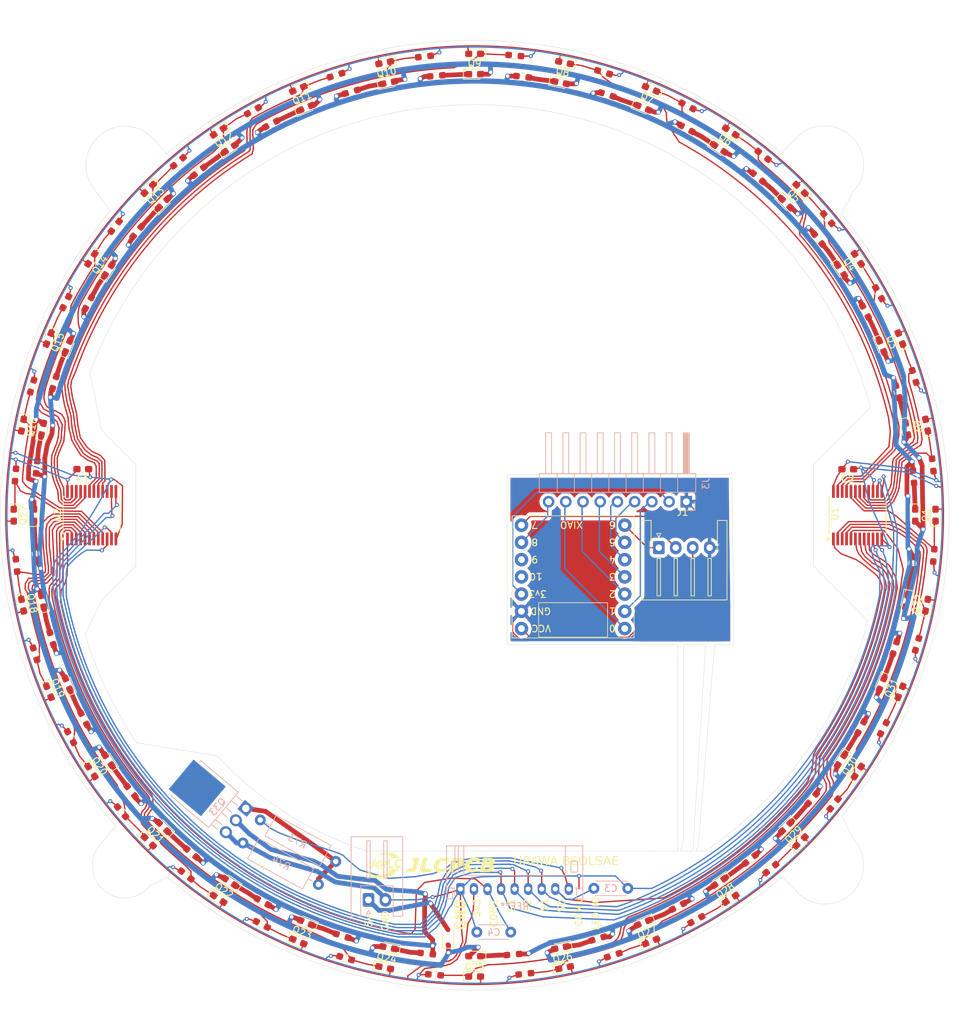
<source format=kicad_pcb>
(kicad_pcb (version 20241229) (generator "pcbnew") (generator_version "9.0")
  (layers (0 "F.Cu" signal) (2 "B.Cu" signal) (13 "F.Paste" user) (15 "B.Paste" user) (5 "F.SilkS" user "F.Silkscreen") (7 "B.SilkS" user "B.Silkscreen") (1 "F.Mask" user) (3 "B.Mask" user) (25 "Edge.Cuts" user))
  (net 0 "")
  (net 1 "GND")
  (net 2 "S3")
  (net 3 "VCC")
  (net 4 "S2")
  (net 5 "S1")
  (net 6 "Net-(J1-Pin_2)")
  (net 7 "S0")
  (net 8 "MUX_COM1")
  (net 9 "MUX_COM2")
  (net 10 "Net-(D1-K)")
  (net 11 "LED_5V")
  (net 12 "Net-(D2-K)")
  (net 13 "Net-(D3-K)")
  (net 14 "Net-(D4-K)")
  (net 15 "Net-(D5-K)")
  (net 16 "Net-(D6-K)")
  (net 17 "Net-(D7-K)")
  (net 18 "Net-(D8-K)")
  (net 19 "Net-(D9-K)")
  (net 20 "Net-(D10-K)")
  (net 21 "Net-(D11-K)")
  (net 22 "Net-(D12-K)")
  (net 23 "Net-(D13-K)")
  (net 24 "Net-(D14-K)")
  (net 25 "Net-(D15-K)")
  (net 26 "Net-(D16-K)")
  (net 27 "Net-(D17-K)")
  (net 28 "Net-(D18-K)")
  (net 29 "Net-(D19-K)")
  (net 30 "Net-(D20-K)")
  (net 31 "Net-(D21-K)")
  (net 32 "Net-(D22-K)")
  (net 33 "Net-(D23-K)")
  (net 34 "Net-(D24-K)")
  (net 35 "Net-(D25-K)")
  (net 36 "Net-(D26-K)")
  (net 37 "Net-(D27-K)")
  (net 38 "Net-(D28-K)")
  (net 39 "Net-(D29-K)")
  (net 40 "Net-(D30-K)")
  (net 41 "Net-(D31-K)")
  (net 42 "Net-(D32-K)")
  (net 43 "Net-(J1-Pin_1)")
  (net 44 "Net-(Q1-C)")
  (net 45 "Net-(Q2-C)")
  (net 46 "Net-(Q3-C)")
  (net 47 "Net-(Q4-C)")
  (net 48 "Net-(Q5-C)")
  (net 49 "Net-(Q6-C)")
  (net 50 "Net-(Q7-C)")
  (net 51 "Net-(Q8-C)")
  (net 52 "Net-(Q9-C)")
  (net 53 "Net-(Q10-C)")
  (net 54 "Net-(Q11-C)")
  (net 55 "Net-(Q12-C)")
  (net 56 "Net-(Q13-C)")
  (net 57 "Net-(Q14-C)")
  (net 58 "Net-(Q15-C)")
  (net 59 "Net-(Q16-C)")
  (net 60 "Net-(Q17-C)")
  (net 61 "Net-(Q18-C)")
  (net 62 "Net-(Q19-C)")
  (net 63 "Net-(Q20-C)")
  (net 64 "Net-(Q21-C)")
  (net 65 "Net-(Q22-C)")
  (net 66 "Net-(Q23-C)")
  (net 67 "Net-(Q24-C)")
  (net 68 "Net-(Q25-C)")
  (net 69 "Net-(Q26-C)")
  (net 70 "Net-(Q27-C)")
  (net 71 "Net-(Q28-C)")
  (net 72 "Net-(Q29-C)")
  (net 73 "Net-(Q30-C)")
  (net 74 "Net-(Q31-C)")
  (net 75 "Net-(Q32-C)")
  (net 76 "LED_IO")
  (net 77 "3v3")
  (net 78 "Net-(Q33-G)")
  (net 79 "Net-(Q33-D)")
  (footprint "Resistor_SMD:R_0603_1608Metric_Pad0.98x0.95mm_HandSolder" (layer "F.Cu") (at 80.454123 161.991602 -17.5)
    (property "Reference" "R55" (hide yes))
    (property "Value" "R" (hide yes))
  )
  (footprint "MountingHole:MountingHole_3.2mm_M3" (layer "F.Cu") (at 151.618795 48.381205)
    (property "Reference" "H2" (hide yes))
    (property "Value" "MountingHole" (hide yes))
  )
  (footprint "Resistor_SMD:R_0603_1608Metric_Pad0.98x0.95mm_HandSolder" (layer "F.Cu") (at 46.967855 57.437204 -128.75)
    (property "Reference" "R14" (hide yes))
    (property "Value" "R" (hide yes))
  )
  (footprint "Diode_SMD:D_0603_1608Metric_Pad1.05x0.95mm_HandSolder" (layer "F.Cu") (at 62.221224 156.539934 -33.75)
    (property "Reference" "Q22")
    (property "Value" "Q_Photo_NPN" (hide yes))
  )
  (footprint "Diode_SMD:D_0603_1608Metric_Pad1.05x0.95mm_HandSolder" (layer "F.Cu") (at 166.693399 113.266142 78.75)
    (property "Reference" "Q32")
    (property "Value" "Q_Photo_NPN" (hide yes))
  )
  (footprint "Resistor_SMD:R_0603_1608Metric_Pad0.98x0.95mm_HandSolder" (layer "F.Cu") (at 94.073409 167.741239 -5)
    (property "Reference" "R25" (hide yes))
    (property "Value" "R" (hide yes))
  )
  (footprint "Diode_SMD:D_0603_1608Metric_Pad1.05x0.95mm_HandSolder" (layer "F.Cu") (at 137.778776 43.460066 146.25)
    (property "Reference" "Q6")
    (property "Value" "Q_Photo_NPN" (hide yes))
  )
  (footprint "LED_SMD:LED_0603_1608Metric_Pad1.05x0.95mm_HandSolder" (layer "F.Cu") (at 124.874423 39.94783 -22.5)
    (property "Reference" "D7" (hide yes))
    (property "Value" "LED" (hide yes))
  )
  (footprint "Resistor_SMD:R_0603_1608Metric_Pad0.98x0.95mm_HandSolder" (layer "F.Cu") (at 140.685026 150.692491 38.75)
    (property "Reference" "R60" (hide yes))
    (property "Value" "R" (hide yes))
  )
  (footprint "LED_SMD:LED_0603_1608Metric_Pad1.05x0.95mm_HandSolder" (layer "F.Cu") (at 45.954475 136.112065 123.75)
    (property "Reference" "D20" (hide yes))
    (property "Value" "LED" (hide yes))
  )
  (footprint "Resistor_SMD:R_0603_1608Metric_Pad0.98x0.95mm_HandSolder" (layer "F.Cu") (at 58.218805 149.792889 -40)
    (property "Reference" "R53" (hide yes))
    (property "Value" "R" (hide yes))
  )
  (footprint "Diode_SMD:D_0603_1608Metric_Pad1.05x0.95mm_HandSolder" (layer "F.Cu") (at 126.022473 37.176192 157.5)
    (property "Reference" "Q7")
    (property "Value" "Q_Photo_NPN" (hide yes))
  )
  (footprint "Resistor_SMD:R_0603_1608Metric_Pad0.98x0.95mm_HandSolder" (layer "F.Cu") (at 159.617419 67.292764 118.75)
    (property "Reference" "R4" (hide yes))
    (property "Value" "R" (hide yes))
  )
  (footprint "Resistor_SMD:R_0603_1608Metric_Pad0.98x0.95mm_HandSolder" (layer "F.Cu") (at 160.316737 131.398906 62.5)
    (property "Reference" "R31" (hide yes))
    (property "Value" "R" (hide yes))
  )
  (footprint "Resistor_SMD:R_0603_1608Metric_Pad0.98x0.95mm_HandSolder" (layer "F.Cu") (at 43.012761 68.73573 -118.75)
    (property "Reference" "R46" (hide yes))
    (property "Value" "R" (hide yes))
  )
  (footprint "Connector_JST:JST_XH_S4B-XH-A-1_1x04_P2.50mm_Horizontal" (layer "F.Cu") (at 127.173 104.788)
    (property "Reference" "J1")
    (property "Value" "Conn_01x04_Socket" (hide yes))
  )
  (footprint "LED_SMD:LED_0603_1608Metric_Pad1.05x0.95mm_HandSolder" (layer "F.Cu") (at 160.05217 75.125577 -67.5)
    (property "Reference" "D3" (hide yes))
    (property "Value" "LED" (hide yes))
  )
  (footprint "Diode_SMD:D_0603_1608Metric_Pad1.05x0.95mm_HandSolder" (layer "F.Cu") (at 100 168)
    (property "Reference" "Q25")
    (property "Value" "Q_Photo_NPN" (hide yes))
  )
  (footprint "Resistor_SMD:R_0603_1608Metric_Pad0.98x0.95mm_HandSolder" (layer "F.Cu") (at 142.562796 46.967855 141.25)
    (property "Reference" "R6" (hide yes))
    (property "Value" "R" (hide yes))
  )
  (footprint "Resistor_SMD:R_0603_1608Metric_Pad0.98x0.95mm_HandSolder" (layer "F.Cu") (at 79.552006 35.147247 -162.5)
    (property "Reference" "R11" (hide yes))
    (property "Value" "R" (hide yes))
  )
  (footprint "LED_SMD:LED_0603_1608Metric_Pad1.05x0.95mm_HandSolder" (layer "F.Cu") (at 163.751043 87.319129 -78.75)
    (property "Reference" "D2" (hide yes))
    (property "Value" "LED" (hide yes))
  )
  (footprint "Resistor_SMD:R_0603_1608Metric_Pad0.98x0.95mm_HandSolder" (layer "F.Cu") (at 165.28339 119.028373 73.75)
    (property "Reference" "R32" (hide yes))
    (property "Value" "R" (hide yes))
  )
  (footprint "Package_SO:SSOP-24_5.3x8.2mm_P0.65mm" (layer "F.Cu") (at 156.5 100 90)
    (property "Reference" "U1")
    (property "Value" "CD74HC4067SM" (hide yes))
  )
  (footprint "Resistor_SMD:R_0603_1608Metric_Pad0.98x0.95mm_HandSolder" (layer "F.Cu") (at 35.386338 92.923653 -96.25)
    (property "Reference" "R48" (hide yes))
    (property "Value" "R" (hide yes))
  )
  (footprint "Diode_SMD:D_0603_1608Metric_Pad1.05x0.95mm_HandSolder" (layer "F.Cu") (at 37.176192 73.977527 -112.5)
    (property "Reference" "Q15")
    (property "Value" "Q_Photo_NPN" (hide yes))
  )
  (footprint "LED_SMD:LED_0603_1608Metric_Pad1.05x0.95mm_HandSolder" (layer "F.Cu") (at 165 100 -90)
    (property "Reference" "D1" (hide yes))
    (property "Value" "LED" (hide yes))
  )
  (footprint "LED_SMD:LED_0603_1608Metric_Pad1.05x0.95mm_HandSolder" (layer "F.Cu") (at 100 35)
    (property "Reference" "D9" (hide yes))
    (property "Value" "LED" (hide yes))
  )
  (footprint "Diode_SMD:D_0603_1608Metric_Pad1.05x0.95mm_HandSolder" (layer "F.Cu") (at 166.693399 86.733858 101.25)
    (property "Reference" "Q2")
    (property "Value" "Q_Photo_NPN" (hide yes))
  )
  (footprint "LED_SMD:LED_0603_1608Metric_Pad1.05x0.95mm_HandSolder" (layer "F.Cu") (at 145.961941 145.961941 -135)
    (property "Reference" "D29" (hide yes))
    (property "Value" "LED" (hide yes))
  )
  (footprint "Capacitor_SMD:C_0603_1608Metric_Pad1.08x0.95mm_HandSolder" (layer "F.Cu") (at 42.1875 93.21 180)
    (property "Reference" "C1")
    (property "Value" "C" (hide yes))
  )
  (footprint "Diode_SMD:D_0603_1608Metric_Pad1.05x0.95mm_HandSolder" (layer "F.Cu") (at 51.916739 51.916739 -135)
    (property "Reference" "Q13")
    (property "Value" "Q_Photo_NPN" (hide yes))
  )
  (footprint "Diode_SMD:D_0603_1608Metric_Pad1.05x0.95mm_HandSolder" (layer "F.Cu") (at 168 100 90)
    (property "Reference" "Q1")
    (property "Value" "Q_Photo_NPN" (hide yes))
  )
  (footprint "Resistor_SMD:R_0603_1608Metric_Pad0.98x0.95mm_HandSolder" (layer "F.Cu") (at 92.923653 164.613662 -6.25)
    (property "Reference" "R56" (hide yes))
    (property "Value" "R" (hide yes))
  )
  (footprint "Resistor_SMD:R_0603_1608Metric_Pad0.98x0.95mm_HandSolder" (layer "F.Cu") (at 69.98634 42.344296 -152.5)
    (property "Reference" "R43" (hide yes))
    (property "Value" "R" (hide yes))
  )
  (footprint "LED_SMD:LED_0603_1608Metric_Pad1.05x0.95mm_HandSolder" (layer "F.Cu") (at 63.887935 154.045525 146.25)
    (property "Reference" "D22" (hide yes))
    (property "Value" "LED" (hide yes))
  )
  (footprint "JLCPCB_Logos:JLCPCB_2.0x5.9" (layer "F.Cu") (at 93.5 151.6)
    (property "Reference" "G***" (hide yes))
    (property "Value" "LOGO" (hide yes))
  )
  (footprint "LED_SMD:LED_0603_1608Metric_Pad1.05x0.95mm_HandSolder" (layer "F.Cu") (at 39.94783 75.125577 67.5)
    (property "Reference" "D15" (hide yes))
    (property "Value" "LED" (hide yes))
  )
  (footprint "Diode_SMD:D_0603_1608Metric_Pad1.05x0.95mm_HandSolder" (layer "F.Cu") (at 37.176192 126.022473 -67.5)
    (property "Reference" "Q19")
    (property "Value" "Q_Photo_NPN" (hide yes))
  )
  (footprint "Diode_SMD:D_0603_1608Metric_Pad1.05x0.95mm_HandSolder" (layer "F.Cu") (at 62.221224 43.460066 -146.25)
    (property "Reference" "Q12")
    (property "Value" "Q_Photo_NPN" (hide yes))
  )
  (footprint "LED_SMD:LED_0603_1608Metric_Pad1.05x0.95mm_HandSolder" (layer "F.Cu") (at 35 100 90)
    (property "Reference" "D17" (hide yes))
    (property "Value" "LED" (hide yes))
  )
  (footprint "LED_SMD:LED_0603_1608Metric_Pad1.05x0.95mm_HandSolder" (layer "F.Cu") (at 75.125577 39.94783 22.5)
    (property "Reference" "D11" (hide yes))
    (property "Value" "LED" (hide yes))
  )
  (footprint "Resistor_SMD:R_0603_1608Metric_Pad0.98x0.95mm_HandSolder" (layer "F.Cu") (at 152.091022 56.290443 130)
    (property "Reference" "R5" (hide yes))
    (property "Value" "R" (hide yes))
  )
  (footprint "Resistor_SMD:R_0603_1608Metric_Pad0.98x0.95mm_HandSolder" (layer "F.Cu") (at 143.709557 152.091022 40)
    (property "Reference" "R29" (hide yes))
    (property "Value" "R" (hide yes))
  )
  (footprint "Diode_SMD:D_0603_1608Metric_Pad1.05x0.95mm_HandSolder" (layer "F.Cu") (at 100 32 180)
    (property "Reference" "Q9")
    (property "Value" "Q_Photo_NPN" (hide yes))
  )
  (footprint "Resistor_SMD:R_0603_1608Metric_Pad0.98x0.95mm_HandSolder" (layer "F.Cu") (at 164.752655 94.334877 95)
    (property "Reference" "R33" (hide yes))
    (property "Value" "R" (hide yes))
  )
  (footprint "Diode_SMD:D_0603_1608Metric_Pad1.05x0.95mm_HandSolder" (layer "F.Cu") (at 148.083261 148.083261 45)
    (property "Reference" "Q29")
    (property "Value" "Q_Photo_NPN" (hide yes))
  )
  (footprint "Resistor_SMD:R_0603_1608Metric_Pad0.98x0.95mm_HandSolder" (layer "F.Cu") (at 141.781195 50.207111 140)
    (property "Reference" "R37" (hide yes))
    (property "Value" "R" (hide yes))
  )
  (footprint "LED_SMD:LED_0603_1608Metric_Pad1.05x0.95mm_HandSolder" (layer "F.Cu") (at 112.680871 163.751043 -168.75)
    (property "Reference" "D26" (hide yes))
    (property "Value" "LED" (hide yes))
  )
  (footprint "Resistor_SMD:R_0603_1608Metric_Pad0.98x0.95mm_HandSolder" (layer "F.Cu") (at 35.247345 105.665123 -85)
    (property "Reference" "R49" (hide yes))
    (property "Value" "R" (hide yes))
  )
  (footprint "Resistor_SMD:R_0603_1608Metric_Pad0.98x0.95mm_HandSolder" (layer "F.Cu") (at 32.258761 94.073409 -95)
    (property "Reference" "R17" (hide yes))
    (property "Value" "R" (hide yes))
  )
  (footprint "Diode_SMD:D_0603_1608Metric_Pad1.05x0.95mm_HandSolder" (layer "F.Cu") (at 113.266142 33.306601 168.75)
    (property "Reference" "Q8")
    (property "Value" "Q_Photo_NPN" (hide yes))
  )
  (footprint "LED_SMD:LED_0603_1608Metric_Pad1.05x0.95mm_HandSolder" (layer "F.Cu") (at 124.874423 160.05217 -157.5)
    (property "Reference" "D27" (hide yes))
    (property "Value" "LED" (hide yes))
  )
  (footprint "Resistor_SMD:R_0603_1608Metric_Pad0.98x0.95mm_HandSolder" (layer "F.Cu") (at 132.707236 159.617419 28.75)
    (property "Reference" "R28" (hide yes))
    (property "Value" "R" (hide yes))
  )
  (footprint "LED_SMD:LED_0603_1608Metric_Pad1.05x0.95mm_HandSolder" (layer "F.Cu") (at 154.045525 136.112065 -123.75)
    (property "Reference" "D30" (hide yes))
    (property "Value" "LED" (hide yes))
  )
  (footprint "Resistor_SMD:R_0603_1608Metric_Pad0.98x0.95mm_HandSolder" (layer "F.Cu") (at 59.314974 49.307509 -141.25)
    (property "Reference" "R44" (hide yes))
    (property "Value" "R" (hide yes))
  )
  (footprint "Resistor_SMD:R_0603_1608Metric_Pad0.98x0.95mm_HandSolder" (layer "F.Cu") (at 130.01366 157.655704 27.5)
    (property "Reference" "R59" (hide yes))
    (property "Value" "R" (hide yes))
  )
  (footprint "LED_SMD:LED_0603_1608Metric_Pad1.05x0.95mm_HandSolder" (layer "F.Cu") (at 145.961941 54.038059 -45)
    (property "Reference" "D5" (hide yes))
    (property "Value" "LED" (hide yes))
  )
  (footprint "Resistor_SMD:R_0603_1608Metric_Pad0.98x0.95mm_HandSolder" (layer "F.Cu") (at 107.402947 167.595831 6.25)
    (property "Reference" "R26" (hide yes))
    (property "Value" "R" (hide yes))
  )
  (footprint "LED_SMD:LED_0603_1608Metric_Pad1.05x0.95mm_HandSolder" (layer "F.Cu") (at 87.319129 163.751043 168.75)
    (property "Reference" "D24" (hide yes))
    (property "Value" "LED" (hide yes))
  )
  (footprint "LED_SMD:LED_0603_1608Metric_Pad1.05x0.95mm_HandSolder" (layer "F.Cu") (at 136.112065 45.954475 -33.75)
    (property "Reference" "D6" (hide yes))
    (property "Value" "LED" (hide yes))
  )
  (footprint "Resistor_SMD:R_0603_1608Metric_Pad0.98x0.95mm_HandSolder" (layer "F.Cu") (at 92.597053 32.404169 -173.75)
    (property "Reference" "R10" (hide yes))
    (property "Value" "R" (hide yes))
  )
  (footprint "Resistor_SMD:R_0603_1608Metric_Pad0.98x0.95mm_HandSolder" (layer "F.Cu") (at 105.665123 164.752655 5)
    (property "Reference" "R57" (hide yes))
    (property "Value" "R" (hide yes))
  )
  (footprint "LED_SMD:LED_0603_1608Metric_Pad1.05x0.95mm_HandSolder" (layer "F.Cu") (at 160.05217 124.874423 -112.5)
    (property "Reference" "D31" (hide yes))
    (property "Value" "LED" (hide yes))
  )
  (footprint "Diode_SMD:D_0603_1608Metric_Pad1.05x0.95mm_HandSolder" (layer "F.Cu") (at 86.733858 166.693399 -11.25)
    (property "Reference" "Q24")
    (property "Value" "Q_Photo_NPN" (hide yes))
  )
  (footprint "Resistor_SMD:R_0603_1608Metric_Pad0.98x0.95mm_HandSolder" (layer "F.Cu") (at 38.008398 80.454123 -107.5)
    (property "Reference" "R47" (hide yes))
    (property "Value" "R" (hide yes))
  )
  (footprint "LED_SMD:LED_0603_1608Metric_Pad1.05x0.95mm_HandSolder" (layer "F.Cu") (at 54.038059 54.038059 45)
    (property "Reference" "D13" (hide yes))
    (property "Value" "LED" (hide yes))
  )
  (footprint "Resistor_SMD:R_0603_1608Metric_Pad0.98x0.95mm_HandSolder" (layer "F.Cu") (at 40.382581 132.707236 -61.25)
    (property "Reference" "R20" (hide yes))
    (property "Value" "R" (hide yes))
  )
  (footprint "Resistor_SMD:R_0603_1608Metric_Pad0.98x0.95mm_HandSolder" (layer "F.Cu") (at 119.545877 38.008398 162.5)
    (property "Reference" "R39" (hide yes))
    (property "Value" "R" (hide yes))
  )
  (footprint "Diode_SMD:D_0603_1608Metric_Pad1.05x0.95mm_HandSolder" (layer "F.Cu") (at 32 100 -90)
    (property "Reference" "Q17")
    (property "Value" "Q_Photo_NPN" (hide yes))
  )
  (footprint "LED_SMD:LED_0603_1608Metric_Pad1.05x0.95mm_HandSolder" (layer "F.Cu") (at 87.319129 36.248957 11.25)
    (property "Reference" "D10" (hide yes))
    (property "Value" "LED" (hide yes))
  )
  (footprint "Resistor_SMD:R_0603_1608Metric_Pad0.98x0.95mm_HandSolder" (layer "F.Cu") (at 164.852753 79.552006 107.5)
    (property "Reference" "R3" (hide yes))
    (property "Value" "R" (hide yes))
  )
  (footprint "Resistor_SMD:R_0603_1608Metric_Pad0.98x0.95mm_HandSolder" (layer "F.Cu") (at 32.404169 107.402947 -83.75)
    (property "Reference" "R18" (hide yes))
    (property "Value" "R" (hide yes))
  )
  (footprint "Resistor_SMD:R_0603_1608Metric_Pad0.98x0.95mm_HandSolder" (layer "F.Cu") (at 150.692491 59.314974 128.75)
    (property "Reference" "R36" (hide yes))
    (property "Value" "R" (hide yes))
  )
  (footprint "LED_SMD:LED_0603_1608Metric_Pad1.05x0.95mm_HandSolder" (layer "F.Cu") (at 36.248957 112.680871 101.25)
    (property "Reference" "D18" (hide yes))
    (property "Value" "LED" (hide yes))
  )
  (footprint "LED_SMD:LED_0603_1608Metric_Pad1.05x0.95mm_HandSolder" (layer "F.Cu") (at 100 165 180)
    (property "Reference" "D25" (hide yes))
    (property "Value" "LED" (hide yes))
  )
  (footprint "Diode_SMD:D_0603_1608Metric_Pad1.05x0.95mm_HandSolder" (layer "F.Cu") (at 162.823808 126.022473 67.5)
    (property "Reference" "Q31")
    (property "Value" "Q_Photo_NPN" (hide yes))
  )
  (footprint "LED_SMD:LED_0603_1608Metric_Pad1.05x0.95mm_HandSolder" (layer "F.Cu") (at 163.751043 112.680871 -101.25)
    (property "Reference" "D32" (hide yes))
    (property "Value" "LED" (hide yes))
  )
  (footprint "Resistor_SMD:R_0603_1608Metric_Pad0.98x0.95mm_HandSolder" (layer "F.Cu") (at 119.028373 34.71661 163.75)
    (property "Reference" "R8" (hide yes))
    (property "Value" "R" (hide yes))
  )
  (footprint "seeeduino:Seeeduino Xiao SAMD" (layer "F.Cu") (at 114.528 109.093 180)
    (property "Reference" "U3" (hide yes))
    (property "Value" "~" (hide yes))
  )
  (footprint "MountingHole:MountingHole_3.2mm_M3" (layer "F.Cu") (at 151.618795 151.618795)
    (property "Reference" "H6" (hide yes))
    (property "Value" "MountingHole" (hide yes))
  )
  (footprint "LED_SMD:LED_0603_1608Metric_Pad1.05x0.95mm_HandSolder" (layer "F.Cu") (at 112.680871 36.248957 -11.25)
    (property "Reference" "D8" (hide yes))
    (property "Value" "LED" (hide yes))
  )
  (footprint "Resistor_SMD:R_0603_1608Metric_Pad0.98x0.95mm_HandSolder" (layer "F.Cu") (at 42.344296 130.01366 -62.5)
    (property "Reference" "R51" (hide yes))
    (property "Value" "R" (hide yes))
  )
  (footprint "Diode_SMD:D_0603_1608Metric_Pad1.05x0.95mm_HandSolder" (layer "F.Cu") (at 73.977527 162.823808 -22.5)
    (property "Reference" "Q23")
    (property "Value" "Q_Photo_NPN" (hide yes))
  )
  (footprint "Diode_SMD:D_0603_1608Metric_Pad1.05x0.95mm_HandSolder" (layer "F.Cu") (at 51.916739 148.083261 -45)
    (property "Reference" "Q21")
    (property "Value" "Q_Photo_NPN" (hide yes))
  )
  (footprint "LED_SMD:LED_0603_1608Metric_Pad1.05x0.95mm_HandSolder" (layer "F.Cu") (at 154.045525 63.887935 -56.25)
    (property "Reference" "D4" (hide yes))
    (property "Value" "LED" (hide yes))
  )
  (footprint "Resistor_SMD:R_0603_1608Metric_Pad0.98x0.95mm_HandSolder" (layer "F.Cu") (at 149.792889 141.781195 50)
    (property "Reference" "R61" (hide yes))
    (property "Value" "R" (hide yes))
  )
  (footprint "Resistor_SMD:R_0603_1608Metric_Pad0.98x0.95mm_HandSolder" (layer "F.Cu") (at 68.601094 160.316737 -27.5)
    (property "Reference" "R23" (hide yes))
    (property "Value" "R" (hide yes))
  )
  (footprint "Resistor_SMD:R_0603_1608Metric_Pad0.98x0.95mm_HandSolder" (layer "F.Cu") (at 35.147247 120.447994 -72.5)
    (property "Reference" "R19" (hide yes))
    (property "Value" "R" (hide yes))
  )
  (footprint "Diode_SMD:D_0603_1608Metric_Pad1.05x0.95mm_HandSolder" (layer "F.Cu") (at 33.306601 86.733858 -101.25)
    (property "Reference" "Q16")
    (property "Value" "Q_Photo_NPN" (hide yes))
  )
  (footprint "Resistor_SMD:R_0603_1608Metric_Pad0.98x0.95mm_HandSolder" (layer "F.Cu") (at 68.73573 156.987239 -28.75)
    (property "Reference" "R54" (hide yes))
    (property "Value" "R" (hide yes))
  )
  (footprint "MountingHole:MountingHole_3.2mm_M3" (layer "F.Cu") (at 48.381205 48.381205)
    (property "Reference" "H4" (hide yes))
    (property "Value" "MountingHole" (hide yes))
  )
  (footprint "Diode_SMD:D_0603_1608Metric_Pad1.05x0.95mm_HandSolder" (layer "F.Cu") (at 162.823808 73.977527 112.5)
    (property "Reference" "Q3")
    (property "Value" "Q_Photo_NPN" (hide yes))
  )
  (footprint "Diode_SMD:D_0603_1608Metric_Pad1.05x0.95mm_HandSolder" (layer "F.Cu") (at 73.977527 37.176192 -157.5)
    (property "Reference" "Q11")
    (property "Value" "Q_Photo_NPN" (hide yes))
  )
  (footprint "Resistor_SMD:R_0603_1608Metric_Pad0.98x0.95mm_HandSolder" (layer "F.Cu") (at 56.290443 47.908978 -140)
    (property "Reference" "R13" (hide yes))
    (property "Value" "R" (hide yes))
  )
  (footprint "LED_SMD:LED_0603_1608Metric_Pad1.05x0.95mm_HandSolder" (layer "F.Cu") (at 45.954475 63.887935 56.25)
    (property "Reference" "D14" (hide yes))
    (property "Value" "LED" (hide yes))
  )
  (footprint "Resistor_SMD:R_0603_1608Metric_Pad0.98x0.95mm_HandSolder" (layer "F.Cu") (at 167.595831 92.597053 96.25)
    (property "Reference" "R2" (hide yes))
    (property "Value" "R" (hide yes))
  )
  (footprint "Diode_SMD:D_0603_1608Metric_Pad1.05x0.95mm_HandSolder" (layer "F.Cu") (at 156.539934 137.778776 56.25)
    (property "Reference" "Q30")
    (property "Value" "Q_Photo_NPN" (hide yes))
  )
  (footprint "Diode_SMD:D_0603_1608Metric_Pad1.05x0.95mm_HandSolder" (layer "F.Cu") (at 126.022473 162.823808 22.5)
    (property "Reference" "Q27")
    (property "Value" "Q_Photo_NPN" (hide yes))
  )
  (footprint "Diode_SMD:D_0603_1608Metric_Pad1.05x0.95mm_HandSolder" (layer "F.Cu") (at 86.733858 33.306601 -168.75)
    (property "Reference" "Q10")
    (property "Value" "Q_Photo_NPN" (hide yes))
  )
  (footprint "Resistor_SMD:R_0603_1608Metric_Pad0.98x0.95mm_HandSolder" (layer "F.Cu") (at 80.971627 165.28339 -16.25)
    (property "Reference" "R24" (hide yes))
    (property "Value" "R" (hide yes))
  )
  (footprint "Resistor_SMD:R_0603_1608Metric_Pad0.98x0.95mm_HandSolder" (layer "F.Cu") (at 120.447994 164.852753 17.5)
    (property "Reference" "R27" (hide yes))
    (property "Value" "R" (hide yes))
  )
  (footprint "Resistor_SMD:R_0603_1608Metric_Pad0.98x0.95mm_HandSolder" (layer "F.Cu") (at 162.403241 81.811114 106.25)
    (property "Reference" "R34" (hide yes))
    (property "Value" "R" (hide yes))
  )
  (footprint "Resistor_SMD:R_0603_1608Metric_Pad0.98x0.95mm_HandSolder" (layer "F.Cu") (at 67.292764 40.382581 -151.25)
    (property "Reference" "R12" (hide yes))
    (property "Value" "R" (hide yes))
  )
  (footprint "LED_SMD:LED_0603_1608Metric_Pad1.05x0.95mm_HandSolder" (layer "F.Cu") (at 39.94783 124.874423 112.5)
    (property "Reference" "D19" (hide yes))
    (property "Value" "LED" (hide yes))
  )
  (footprint "Resistor_SMD:R_0603_1608Metric_Pad0.98x0.95mm_HandSolder" (layer "F.Cu") (at 94.334877 35.247345 -175)
    (property "Reference" "R41" (hide yes))
    (property "Value" "R" (hide yes))
  )
  (footprint "Resistor_SMD:R_0603_1608Metric_Pad0.98x0.95mm_HandSolder" (layer "F.Cu") (at 49.307509 140.685026 -51.25)
    (property "Reference" "R52" (hide yes))
    (property "Value" "R" (hide yes))
  )
  (footprint "Resistor_SMD:R_0603_1608Metric_Pad0.98x0.95mm_HandSolder" (layer "F.Cu") (at 161.991602 119.545877 72.5)
    (property "Reference" "R63" (hide yes))
    (property "Value" "R" (hide yes))
  )
  (footprint "Resistor_SMD:R_0603_1608Metric_Pad0.98x0.95mm_HandSolder" (layer "F.Cu") (at 107.076347 35.386338 173.75)
    (property "Reference" "R40" (hide yes))
    (property "Value" "R" (hide yes))
  )
  (footprint "Resistor_SMD:R_0603_1608Metric_Pad0.98x0.95mm_HandSolder" (layer "F.Cu") (at 153.032145 142.562796 51.25)
    (property "Reference" "R30" (hide yes))
    (property "Value" "R" (hide yes))
  )
  (footprint "Resistor_SMD:R_0603_1608Metric_Pad0.98x0.95mm_HandSolder" (layer "F.Cu") (at 156.987239 131.26427 61.25)
    (property "Reference" "R62" (hide yes))
    (property "Value" "R" (hide yes))
  )
  (footprint "Capacitor_SMD:C_0603_1608Metric_Pad1.08x0.95mm_HandSolder" (layer "F.Cu") (at 155.05 93.23 180)
    (property "Reference" "C2")
    (property "Value" "C" (hide yes))
  )
  (footprint "Resistor_SMD:R_0603_1608Metric_Pad0.98x0.95mm_HandSolder" (layer "F.Cu") (at 167.741239 105.926591 85)
    (property "Reference" "R1" (hide yes))
    (property "Value" "R" (hide yes))
  )
  (footprint "LED_SMD:LED_0603_1608Metric_Pad1.05x0.95mm_HandSolder" (layer "F.Cu") (at 36.248957 87.319129 78.75)
    (property "Reference" "D16" (hide yes))
    (property "Value" "LED" (hide yes))
  )
  (footprint "LED_SMD:LED_0603_1608Metric_Pad1.05x0.95mm_HandSolder" (layer "F.Cu") (at 75.125577 160.05217 157.5)
    (property "Reference" "D23" (hide yes))
    (property "Value" "LED" (hide yes))
  )
  (footprint "Diode_SMD:D_0603_1608Metric_Pad1.05x0.95mm_HandSolder" (layer "F.Cu") (at 137.778776 156.539934 33.75)
    (property "Reference" "Q28")
    (property "Value" "Q_Photo_NPN" (hide yes))
  )
  (footprint "Diode_SMD:D_0603_1608Metric_Pad1.05x0.95mm_HandSolder" (layer "F.Cu") (at 148.083261 51.916739 135)
    (property "Reference" "Q5")
    (property "Value" "Q_Photo_NPN" (hide yes))
  )
  (footprint "Resistor_SMD:R_0603_1608Metric_Pad0.98x0.95mm_HandSolder" (layer "F.Cu") (at 131.26427 43.012761 151.25)
    (property "Reference" "R38" (hide yes))
    (property "Value" "R" (hide yes))
  )
  (footprint "LED_SMD:LED_0603_1608Metric_Pad1.05x0.95mm_HandSolder" (layer "F.Cu") (at 63.887935 45.954475 33.75)
    (property "Reference" "D12" (hide yes))
    (property "Value" "LED" (hide yes))
  )
  (footprint "Diode_SMD:D_0603_1608Metric_Pad1.05x0.95mm_HandSolder" (layer "F.Cu") (at 33.306601 113.266142 -78.75)
    (property "Reference" "Q18")
    (property "Value" "Q_Photo_NPN" (hide yes))
  )
  (footprint "Resistor_SMD:R_0603_1608Metric_Pad0.98x0.95mm_HandSolder" (layer "F.Cu") (at 50.207111 58.218805 -130)
    (property "Reference" "R45" (hide yes))
    (property "Value" "R" (hide yes))
  )
  (footprint "Resistor_SMD:R_0603_1608Metric_Pad0.98x0.95mm_HandSolder" (layer "F.Cu") (at 105.926591 32.258761 175)
    (property "Reference" "R9" (hide yes))
    (property "Value" "R" (hide yes))
  )
  (footprint "Resistor_SMD:R_0603_1608Metric_Pad0.98x0.95mm_HandSolder" (layer "F.Cu") (at 37.596759 118.188886 -73.75)
    (property "Reference" "R50" (hide yes))
    (property "Value" "R" (hide yes))
  )
  (footprint "Resistor_SMD:R_0603_1608Metric_Pad0.98x0.95mm_HandSolder" (layer "F.Cu") (at 47.908978 143.709557 -50)
    (property "Reference" "R21" (hide yes))
    (property "Value" "R" (hide yes))
  )
  (footprint "Diode_SMD:D_0603_1608Metric_Pad1.05x0.95mm_HandSolder" (layer "F.Cu") (at 43.460066 137.778776 -56.25)
    (property "Reference" "Q20")
    (property "Value" "Q_Photo_NPN" (hide yes))
  )
  (footprint "Diode_SMD:D_0603_1608Metric_Pad1.05x0.95mm_HandSolder" (layer "F.Cu") (at 113.266142 166.693399 11.25)
    (property "Reference" "Q26")
    (property "Value" "Q_Photo_NPN" (hide yes))
  )
  (footprint "Package_SO:SSOP-24_5.3x8.2mm_P0.65mm" (layer "F.Cu") (at 43.5 100 90)
    (property "Reference" "U2")
    (property "Value" "CD74HC4067SM" (hide yes))
  )
  (footprint "LED_SMD:LED_0603_1608Metric_Pad1.05x0.95mm_HandSolder" (layer "F.Cu") (at 54.038059 145.961941 135)
    (property "Reference" "D21" (hide yes))
    (property "Value" "LED" (hide yes))
  )
  (footprint "Resistor_SMD:R_0603_1608Metric_Pad0.98x0.95mm_HandSolder" (layer "F.Cu") (at 81.811114 37.596759 -163.75)
    (property "Reference" "R42" (hide yes))
    (property "Value" "R" (hide yes))
  )
  (footprint "Resistor_SMD:R_0603_1608Metric_Pad0.98x0.95mm_HandSolder" (layer "F.Cu") (at 157.655704 69.98634 117.5)
    (property "Reference" "R35" (hide yes))
    (property "Value" "R" (hide yes))
  )
  (footprint "Diode_SMD:D_0603_1608Metric_Pad1.05x0.95mm_HandSolder" (layer "F.Cu") (at 156.539934 62.221224 123.75)
    (property "Reference" "Q4")
    (property "Value" "Q_Photo_NPN" (hide yes))
  )
  (footprint "MountingHole:MountingHole_3.2mm_M3" (layer "F.Cu") (at 48.381205 151.618795)
    (property "Reference" "H1" (hide yes))
    (property "Value" "MountingHole" (hide yes))
  )
  (footprint "Resistor_SMD:R_0603_1608Metric_Pad0.98x0.95mm_HandSolder" (layer "F.Cu") (at 164.613662 107.076347 83.75)
    (property "Reference" "R64" (hide yes))
    (property "Value" "R" (hide yes))
  )
  (footprint "LED_SMD:LED_0603_1608Metric_Pad1.05x0.95mm_HandSolder" (layer "F.Cu") (at 136.112065 154.045525 -146.25)
    (property "Reference" "D28" (hide yes))
    (property "Value" "LED" (hide yes))
  )
  (footprint "Diode_SMD:D_0603_1608Metric_Pad1.05x0.95mm_HandSolder" (layer "F.Cu") (at 43.460066 62.221224 -123.75)
    (property "Reference" "Q14")
    (property "Value" "Q_Photo_NPN" (hide yes))
  )
  (footprint "Resistor_SMD:R_0603_1608Metric_Pad0.98x0.95mm_HandSolder" (layer "F.Cu") (at 39.683263 68.601094 -117.5)
    (property "Reference" "R15" (hide yes))
    (property "Value" "R" (hide yes))
  )
  (footprint "Diode_SMD:D_SOD-323F" (layer "F.Cu") (at 96.068999 162.21 90)
    (property "Reference" "REF**" (hide yes))
    (property "Value" "D_SOD-323F" (hide yes))
  )
  (footprint "Resistor_SMD:R_0603_1608Metric_Pad0.98x0.95mm_HandSolder" (layer "F.Cu") (at 57.437204 153.032145 -38.75)
    (property "Reference" "R22" (hide yes))
    (property "Value" "R" (hide yes))
  )
  (footprint "Resistor_SMD:R_0603_1608Metric_Pad0.98x0.95mm_HandSolder" (layer "F.Cu") (at 131.398906 39.683263 152.5)
    (property "Reference" "R7" (hide yes))
    (property "Value" "R" (hide yes))
  )
  (footprint "Resistor_SMD:R_0603_1608Metric_Pad0.98x0.95mm_HandSolder" (layer "F.Cu") (at 34.71661 80.971627 -106.25)
    (property "Reference" "R16" (hide yes))
    (property "Value" "R" (hide yes))
  )
  (footprint "Resistor_SMD:R_0603_1608Metric_Pad0.98x0.95mm_HandSolder" (layer "F.Cu") (at 118.188886 162.403241 16.25)
    (property "Reference" "R58" (hide yes))
    (property "Value" "R" (hide yes))
  )
  (footprint "Connector_PinHeader_2.54mm:PinHeader_1x09_P2.54mm_Horizontal" (layer "B.Cu") (at 131.231496 98.016496 90)
    (property "Reference" "J3")
    (property "Value" "Conn_01x09_Socket")
  )
  (footprint "Connector_JST:JST_XH_S2B-XH-A_1x02_P2.50mm_Horizontal" (layer "B.Cu") (at 85.625 156.675)
    (property "Reference" "J2" (hide yes))
    (property "Value" "Conn_01x02_Socket" (hide yes))
  )
  (footprint "Resistor_THT:R_Axial_DIN0309_L9.0mm_D3.2mm_P12.70mm_Horizontal" (layer "B.Cu") (at 68.375 144.925 -28.75)
    (property "Reference" "R73")
    (property "Value" "R" (hide yes))
  )
  (footprint "Capacitor_THT:C_Disc_D4.3mm_W1.9mm_P5.00mm" (layer "B.Cu") (at 105.325 161.45 180)
    (property "Reference" "C4")
    (property "Value" "C" (hide yes))
  )
  (footprint "Connector_JST:JST_PH_S9B-PH-K_1x09_P2.00mm_Horizontal" (layer "B.Cu") (at 97.9 155.1)
    (property "Reference" "REF**")
    (property "Value" "JST_PH_S9B-PH-K_1x09_P2.00mm_Horizontal" (hide yes))
  )
  (footprint "Resistor_THT:R_Axial_DIN0309_L9.0mm_D3.2mm_P12.70mm_Horizontal" (layer "B.Cu") (at 76.95 154.425 151.25)
    (property "Reference" "R74")
    (property "Value" "R" (hide yes))
  )
  (footprint "seeeduino:TO-251-3-1EP_Horizontal_TabDown_EDITED" (layer "B.Cu") (at 66.243968 143.216516 -130)
    (property "Reference" "Q33")
    (property "Value" "Q_NMOS" (hide yes))
  )
  (footprint "Capacitor_THT:C_Disc_D4.3mm_W1.9mm_P5.00mm" (layer "B.Cu") (at 117.6 155)
    (property "Reference" "C3")
    (property "Value" "C" (hide yes))
  )
  (gr_arc (start 163.23 107.97) (mid 159.567389 122.655683) (end 152.544996 136.063517) (stroke (width 0.2)) (layer "F.Cu") (net 72))
  (gr_arc (start 120.904375 36.80769) (mid 124.251849 38.015254) (end 127.53 39.4) (stroke (width 0.2)) (layer "F.Cu") (net 51))
  (gr_arc (start 35.780594 119.009346) (mid 34.791956 115.277379) (end 34.02 111.494647) (stroke (width 0.2)) (layer "F.Cu") (net 62))
  (gr_arc (start 90.655877 161.698296) (mid 57.089722 145.306737) (end 38.9 112.68) (stroke (width 0.2)) (layer "F.Cu") (net 9))
  (gr_arc (start 151.14 141.61) (mid 140.441665 152.068834) (end 127.660706 159.846279) (stroke (width 0.2)) (layer "F.Cu") (net 70))
  (gr_arc (start 51.400149 141.636862) (mid 42.437101 127.965808) (end 37.23 112.47) (stroke (width 0.2)) (layer "F.Cu") (net 65))
  (gr_arc (start 41.12 78.86) (mid 51.419075 60.583662) (end 67.180999 46.739629) (stroke (width 0.2)) (layer "F.Cu") (net 52))
  (gr_arc (start 51.832167 141.336313) (mid 42.960265 127.844201) (end 37.78 112.55) (stroke (width 0.2)) (layer "F.Cu") (net 66))
  (gr_arc (start 160.03 111.14) (mid 156.479935 123.188736) (end 150.539355 134.256007) (stroke (width 0.2)) (layer "F.Cu") (net 8))
  (gr_arc (start 149.007045 58.881652) (mid 157.53632 72.036078) (end 162.61 86.87) (stroke (width 0.2)) (layer "F.Cu") (net 49))
  (gr_arc (start 161.17 111.03) (mid 157.529848 123.531816) (end 151.365006 135.000941) (stroke (width 0.2)) (layer "F.Cu") (net 69))
  (gr_arc (start 41.11 69.07) (mid 45.896692 61.302079) (end 51.701367 54.26228) (stroke (width 0.2)) (layer "F.Cu") (net 56))
  (gr_arc (start 130.17374 45.000535) (mid 149.931763 62.023498) (end 161.06 85.61) (stroke (width 0.2)) (layer "F.Cu") (net 51))
  (gr_arc (start 142.703959 48.450079) (mid 145.54982 50.946597) (end 148.25 53.6) (stroke (width 0.2)) (layer "F.Cu") (net 49))
  (gr_arc (start 76.245068 161.578571) (mid 63.782934 155.177362) (end 52.95265 146.29) (stroke (width 0.2)) (layer "F.Cu") (net 67))
  (gr_arc (start 67.7 41.83) (mid 76.792428 37.642583) (end 86.410163 34.866635) (stroke (width 0.2)) (layer "F.Cu") (net 53))
  (gr_arc (start 67.60414 158.057853) (mid 59.428282 152.670122) (end 52.132407 146.14) (stroke (width 0.2)) (layer "F.Cu") (net 66))
  (gr_arc (start 160.61 111.14) (mid 157.055896 123.28726) (end 151.095147 134.452252) (stroke (width 0.2)) (layer "F.Cu") (net 68))
  (gr_arc (start 132.072883 41.95288) (mid 140.230471 47.277641) (end 147.52 53.74) (stroke (width 0.2)) (layer "F.Cu") (net 50))
  (gr_arc (start 152.05 141.29) (mid 145.619931 148.299985) (end 138.254681 154.319849) (stroke (width 0.2)) (layer "F.Cu") (net 71))
  (gr_arc (start 40.38 79.35) (mid 50.709226 60.612356) (end 66.706655 46.404104) (stroke (width 0.2)) (layer "F.Cu") (net 53))
  (gr_arc (start 120.13 163.16) (mid 111.170524 165.342344) (end 101.99489 166.260267) (stroke (width 0.2)) (layer "F.Cu") (net 68))
  (gr_arc (start 152.72 141.33) (mid 150.398603 144.131033) (end 147.928571 146.801916) (stroke (width 0.2)) (layer "F.Cu") (net 72))
  (gr_arc (start 164.046053 80.289695) (mid 165.063326 83.963895) (end 165.87 87.69) (stroke (width 0.2)) (layer "F.Cu") (net 46))
  (gr_arc (start 33.30617 94.358846) (mid 33.671796 91.030112) (end 34.203456 87.723831) (stroke (width 0.2)) (layer "F.Cu") (net 59))
  (gr_arc (start 166.64 106.32) (mid 166.280011 109.369749) (end 165.780525 112.399778) (stroke (width 0.2)) (layer "F.Cu") (net 75))
  (gr_arc (start 158.925464 69.28279) (mid 162.729356 78.073187) (end 165.23 87.319129) (stroke (width 0.2)) (layer "F.Cu") (net 47))
  (gr_arc (start 149.72 140.19) (mid 137.590953 151.713004) (end 122.887732 159.694776) (stroke (width 0.2)) (layer "F.Cu") (net 69))
  (gr_arc (start 41.88 68.83) (mid 50.394264 56.53997) (end 61.457955 46.483516) (stroke (width 0.2)) (layer "F.Cu") (net 55))
  (gr_arc (start 165.71 106.33) (mid 162.621702 120.890081) (end 156.350014 134.388209) (stroke (width 0.2)) (layer "F.Cu") (net 73))
  (gr_arc (start 39.09 80.15) (mid 40.325681 76.697075) (end 41.756925 73.320518) (stroke (width 0.2)) (layer "F.Cu") (net 55))
  (gr_arc (start 36.63 81.5) (mid 38.304361 76.512662) (end 40.370542 71.674488) (stroke (width 0.2)) (layer "F.Cu") (net 56))
  (gr_arc (start 148.201246 58.92664) (mid 156.652663 71.700587) (end 161.79 86.13) (stroke (width 0.2)) (layer "F.Cu") (net 50))
  (gr_arc (start 166.17 106.32) (mid 164.74372 115.0553) (end 162.169514 123.523664) (stroke (width 0.2)) (layer "F.Cu") (net 74))
  (gr_arc (start 68.64 41.9) (mid 82.323669 36.387054) (end 96.889866 34.05012) (stroke (width 0.2)) (layer "F.Cu") (net 52))
  (gr_circle (center 100 100) (end 64.4 159.3) (stroke (width 0.2)) (fill no) (layer "F.Cu") (net 1))
  (gr_arc (start 162.35 110.68) (mid 158.566538 123.907019) (end 152.012971 136.003275) (stroke (width 0.2)) (layer "F.Cu") (net 71))
  (gr_arc (start 39.67 79.98) (mid 49.930968 60.838778) (end 66.036806 46.269089) (stroke (width 0.2)) (layer "F.Cu") (net 54))
  (gr_arc (start 120.52 163.6) (mid 117.411127 164.520408) (end 114.261272 165.288946) (stroke (width 0.2)) (layer "F.Cu") (net 69))
  (gr_arc (start 35.54 81.78) (mid 36.630088 78.290228) (end 37.908952 74.865129) (stroke (width 0.2)) (layer "F.Cu") (net 58))
  (gr_arc (start 161.65 111.73) (mid 157.835938 124.358154) (end 151.466353 135.910025) (stroke (width 0.2)) (layer "F.Cu") (net 70))
  (gr_arc (start 36.05 81.73) (mid 37.718487 76.667435) (end 39.787036 71.754746) (stroke (width 0.2)) (layer "F.Cu") (net 57))
  (gr_arc (start 67.21 41.49) (mid 70.6144 39.708286) (end 74.115244 38.12445) (stroke (width 0.2)) (layer "F.Cu") (net 54))
  (gr_arc (start 148.92 140.38) (mid 136.998346 151.525073) (end 122.627689 159.259586) (stroke (width 0.2)) (layer "F.Cu") (net 68))
  (gr_arc (start 152.345379 59.928366) (mid 160.055724 72.81389) (end 164.65 87.11) (stroke (width 0.2)) (layer "F.Cu") (net 48))
  (gr_arc (start 36.649766 107.516983) (mid 36.408113 105.082229) (end 36.26 102.64) (stroke (width 0.2)) (layer "F.Cu") (net 61))
  (gr_arc (start 57.061368 151.392512) (mid 54.31744 148.969584) (end 51.71 146.400347) (stroke (width 0.2)) (layer "F.Cu") (net 65))
  (gr_arc (start 52.340696 141.110773) (mid 43.526925 127.790227) (end 38.35 112.68) (stroke (width 0.2)) (layer "F.Cu") (net 67))
  (gr_arc (start 40.773446 130.239141) (mid 36.9541 121.151946) (end 34.52 111.6) (stroke (width 0.2)) (layer "F.Cu") (net 63))
  (gr_arc (start 40.47 69.08) (mid 42.004025 66.290444) (end 43.668671 63.576811) (stroke (width 0.2)) (layer "F.Cu") (net 57))
  (gr_arc (start 148.23 140.38) (mid 138.851375 149.469667) (end 127.797785 156.426594) (stroke (width 0.2)) (layer "F.Cu") (net 8))
  (gr_arc (start 47.219523 139.691392) (mid 39.652564 126.821118) (end 35.17 112.58) (stroke (width 0.2)) (layer "F.Cu") (net 64))
  (gr_arc (start 162.4 114.22) (mid 144.119492 146.362041) (end 111.111321 163.027827) (stroke (width 0.8)) (layer "B.Cu") (net 79))
  (gr_arc (start 95.010811 166.312129) (mid 55.392479 149.318957) (end 34.52 111.6) (stroke (width 0.8)) (layer "B.Cu") (net 11))
  (gr_arc (start 164.8 114.94) (mid 145.650354 148.355856) (end 111.188465 165.551978) (stroke (width 0.8)) (layer "B.Cu") (net 11))
  (gr_arc (start 35.787147 82.711228) (mid 98.3726 33.520351) (end 163.29 79.59) (stroke (width 0.8)) (layer "B.Cu") (net 11))
  (gr_arc (start 88.743505 161.740192) (mid 55.891737 144.643265) (end 38.4 112) (stroke (width 0.2)) (layer "B.Cu") (net 2))
  (gr_arc (start 88.710668 162.16311) (mid 55.590481 144.938802) (end 37.975 112.025) (stroke (width 0.2)) (layer "B.Cu") (net 1))
  (gr_arc (start 88.335414 160.305907) (mid 56.669868 143.535786) (end 39.75 111.95) (stroke (width 0.2)) (layer "B.Cu") (net 7))
  (gr_arc (start 161.55 111.03) (mid 147.806131 140.306789) (end 121.273115 158.800663) (stroke (width 0.2)) (layer "B.Cu") (net 4))
  (gr_arc (start 160.425 111.14) (mid 147.264137 139.260432) (end 122.035013 157.356241) (stroke (width 0.2)) (layer "B.Cu") (net 7))
  (gr_arc (start 88.559146 161.237565) (mid 56.114845 144.215672) (end 38.85 111.9) (stroke (width 0.2)) (layer "B.Cu") (net 4))
  (gr_arc (start 162.1 111.14) (mid 147.91904 141.039922) (end 120.554748 159.649073) (stroke (width 0.2)) (layer "B.Cu") (net 2))
  (gr_arc (start 88.9 163.03) (mid 55.884562 146.366141) (end 37.599829 114.220039) (stroke (width 0.8)) (layer "B.Cu") (net 79))
  (gr_circle (center 100 100) (end 169 100) (stroke (width 0.2)) (fill no) (layer "B.Cu") (net 77))
  (gr_arc (start 161 111.14) (mid 147.506658 139.852441) (end 121.578205 158.133301) (stroke (width 0.2)) (layer "B.Cu") (net 5))
  (gr_arc (start 88.561288 160.788617) (mid 56.42796 143.904184) (end 39.3 111.9) (stroke (width 0.2)) (layer "B.Cu") (net 5))
  (gr_arc (start 38.364218 82.764401) (mid 98.170399 36.02588) (end 160.55 79.27) (stroke (width 0.8)) (layer "B.Cu") (net 79))
  (gr_arc (start 159.770979 111.624218) (mid 148.105569 137.330237) (end 126.101 155.013) (stroke (width 0.2)) (layer "B.Cu") (net 1))
  (gr_line (start 150 92.5) (end 155 87.5) (stroke (width 0.05)) (layer "Edge.Cuts"))
  (gr_line (start 132.2 149.5) (end 134.079 119.098) (stroke (width 0.05)) (layer "Edge.Cuts"))
  (gr_line (start 148.068 156.041) (end 145.371 153.304999) (stroke (width 0.05)) (layer "Edge.Cuts"))
  (gr_line (start 42.522061 117.559509) (end 45 112.5) (stroke (width 0.05)) (layer "Edge.Cuts"))
  (gr_arc (start 155.861721 147.709354) (mid 155.836963 155.497282) (end 148.068 156.041) (stroke (width 0.05)) (layer "Edge.Cuts"))
  (gr_line (start 135.409 119.101) (end 137.355 119.087) (stroke (width 0.05)) (layer "Edge.Cuts"))
  (gr_line (start 130.826 119.098) (end 130.826 147.847) (stroke (width 0.05)) (layer "Edge.Cuts"))
  (gr_line (start 132.6 149.5) (end 134.095148 149.492961) (stroke (width 0.05)) (layer "Edge.Cuts"))
  (gr_line (start 46.266031 55.13694) (end 43.852541 51.899277) (stroke (width 0.05)) (layer "Edge.Cuts"))
  (gr_arc (start 52.105 154.601) (mid 45.454383 155.432518) (end 44.560297 148.790023) (stroke (width 0.05)) (layer "Edge.Cuts"))
  (gr_arc (start 136.33 147.876545) (mid 135.221849 148.697575) (end 134.095151 149.492961) (stroke (width 0.05)) (layer "Edge.Cuts"))
  (gr_line (start 138.211 119.087) (end 138.214 113.237) (stroke (width 0.05)) (layer "Edge.Cuts"))
  (gr_line (start 137.994 93.987) (end 104.784 93.987) (stroke (width 0.05)) (layer "Edge.Cuts"))
  (gr_line (start 104.784 93.987) (end 104.794 119.087) (stroke (width 0.05)) (layer "Edge.Cuts"))
  (gr_line (start 150 92.5) (end 150 107.5) (stroke (width 0.05)) (layer "Edge.Cuts"))
  (gr_line (start 126.7 149.5) (end 130 149.5) (stroke (width 0.05)) (layer "Edge.Cuts"))
  (gr_arc (start 50.131 133.543) (mid 45.734823 125.832936) (end 42.522059 117.559509) (stroke (width 0.05)) (layer "Edge.Cuts"))
  (gr_arc (start 47.084 145.825) (mid 30.002607 100.631347) (end 46.266031 55.136938) (stroke (width 0.05)) (layer "Edge.Cuts"))
  (gr_line (start 154.099999 55.58) (end 155.909999 52.227) (stroke (width 0.05)) (layer "Edge.Cuts"))
  (gr_line (start 50 107.5) (end 45 112.5) (stroke (width 0.05)) (layer "Edge.Cuts"))
  (gr_line (start 138.044 101.937) (end 137.994 95.867) (stroke (width 0.05)) (layer "Edge.Cuts"))
  (gr_line (start 155 87.5) (end 158.379 84.121) (stroke (width 0.05)) (layer "Edge.Cuts"))
  (gr_arc (start 158.035648 115.617175) (mid 149.883292 133.521482) (end 136.386 147.834) (stroke (width 0.05)) (layer "Edge.Cuts"))
  (gr_line (start 45 87.5) (end 43.265698 78.988077) (stroke (width 0.05)) (layer "Edge.Cuts"))
  (gr_line (start 50 92.5) (end 50 107.5) (stroke (width 0.05)) (layer "Edge.Cuts"))
  (gr_line (start 133 148.8) (end 135.409 119.101) (stroke (width 0.05)) (layer "Edge.Cuts"))
  (gr_line (start 138.211 119.087) (end 137.355 119.087) (stroke (width 0.05)) (layer "Edge.Cuts"))
  (gr_line (start 154.194171 144.305058) (end 155.861721 147.709355) (stroke (width 0.05)) (layer "Edge.Cuts"))
  (gr_line (start 123.984 119.087) (end 124.583 119.098) (stroke (width 0.05)) (layer "Edge.Cuts"))
  (gr_line (start 133 148.8) (end 132.6 149.5) (stroke (width 0.05)) (layer "Edge.Cuts"))
  (gr_line (start 150 107.5) (end 155 112.5) (stroke (width 0.05)) (layer "Edge.Cuts"))
  (gr_line (start 129.988 119.098) (end 125.368 119.098) (stroke (width 0.05)) (layer "Edge.Cuts"))
  (gr_line (start 136.33 147.874) (end 136.386 147.833999) (stroke (width 0.05)) (layer "Edge.Cuts"))
  (gr_line (start 155 112.5) (end 158.034999 115.617) (stroke (width 0.05)) (layer "Edge.Cuts"))
  (gr_arc (start 54.543 46.768) (mid 99.882551 30.000208) (end 145.278115 46.61576) (stroke (width 0.05)) (layer "Edge.Cuts"))
  (gr_arc (start 43.265698 78.988074) (mid 102.694517 39.559768) (end 158.379 84.12) (stroke (width 0.05)) (layer "Edge.Cuts"))
  (gr_line (start 50 92.5) (end 45 87.5) (stroke (width 0.05)) (layer "Edge.Cuts"))
  (gr_line (start 130.4 149.5) (end 132.2 149.5) (stroke (width 0.05)) (layer "Edge.Cuts"))
  (gr_line (start 50.131 133.543) (end 62.017189 135.48302) (stroke (width 0.05)) (layer "Edge.Cuts"))
  (gr_arc (start 154.1 55.58) (mid 169.999578 99.925704) (end 154.194171 144.305059) (stroke (width 0.05)) (layer "Edge.Cuts"))
  (gr_line (start 134.079 119.098) (end 130.826 119.098) (stroke (width 0.05)) (layer "Edge.Cuts"))
  (gr_line (start 52.104999 154.601) (end 54.644137 153.317879) (stroke (width 0.05)) (layer "Edge.Cuts"))
  (gr_line (start 124.583 119.098) (end 125.368 119.098) (stroke (width 0.05)) (layer "Edge.Cuts"))
  (gr_arc (start 80.898 148.341) (mid 70.742508 142.962051) (end 62.017188 135.48302) (stroke (width 0.05)) (layer "Edge.Cuts"))
  (gr_line (start 104.794 119.087) (end 123.984 119.087) (stroke (width 0.05)) (layer "Edge.Cuts"))
  (gr_arc (start 145.371 153.305) (mid 100.009937 169.999647) (end 54.644135 153.317879) (stroke (width 0.05)) (layer "Edge.Cuts"))
  (gr_line (start 145.278113 46.61576) (end 147.995334 43.881979) (stroke (width 0.05)) (layer "Edge.Cuts"))
  (gr_line (start 137.994 95.867) (end 137.994 93.987) (stroke (width 0.05)) (layer "Edge.Cuts"))
  (gr_line (start 129.972 147.8405) (end 129.988 119.098) (stroke (width 0.05)) (layer "Edge.Cuts"))
  (gr_line (start 138.214 113.237) (end 138.044 101.937) (stroke (width 0.05)) (layer "Edge.Cuts"))
  (gr_line (start 54.543 46.768001) (end 52.852 44.805) (stroke (width 0.05)) (layer "Edge.Cuts"))
  (gr_line (start 44.560297 148.790025) (end 47.084786 145.825) (stroke (width 0.05)) (layer "Edge.Cuts"))
  (gr_line (start 84.190763 149.515722) (end 126.7 149.5) (stroke (width 0.05)) (layer "Edge.Cuts"))
  (gr_line (start 130.826 147.847) (end 130.4 149.5) (stroke (width 0.05)) (layer "Edge.Cuts"))
  (gr_arc (start 43.852541 51.899277) (mid 44.842661 43.900016) (end 52.852 44.805) (stroke (width 0.05)) (layer "Edge.Cuts"))
  (gr_arc (start 84.190763 149.515722) (mid 82.534503 148.956053) (end 80.898001 148.341) (stroke (width 0.05)) (layer "Edge.Cuts"))
  (gr_arc (start 147.995332 43.881979) (mid 155.805751 44.400108) (end 155.91 52.227) (stroke (width 0.05)) (layer "Edge.Cuts"))
  (gr_line (start 130 149.5) (end 129.972 147.8405) (stroke (width 0.05)) (layer "Edge.Cuts"))
  (gr_text "S1" (at 110.911 158.49 90) (layer "F.SilkS") (effects (font (size 1 1)) (justify left bottom)))
  (gr_text "GND" (at 98.831 161.365 90) (layer "F.SilkS") (effects (font (size 1.5 1.5) (thickness 0.3) (bold yes)) (justify left bottom)))
  (gr_text "COM2" (at 103.409 160.887 90) (layer "F.SilkS") (effects (font (size 1 1)) (justify left bottom)))
  (gr_text "COM1" (at 115.948 160.739 90) (layer "F.SilkS") (effects (font (size 1 1)) (justify left bottom)))
  (gr_text "S0" (at 113.391 158.621 90) (layer "F.SilkS") (effects (font (size 1 1)) (justify left bottom)))
  (gr_text "5V" (at 84.983 160.767 90) (layer "F.SilkS") (effects (font (size 1 1)) (justify left bottom)))
  (gr_text "S2" (at 108.375 158.61 90) (layer "F.SilkS") (effects (font (size 1 1)) (justify left bottom)))
  (gr_text "URAWA BEOLSAE" (at 105.7 151.8 0) (layer "F.SilkS") (effects (font (size 1.3 1.3)) (justify left bottom)))
  (gr_text "GND" (at 87.418 161.412 90) (layer "F.SilkS") (effects (font (size 1 1)) (justify left bottom)))
  (gr_text "LED IO" (at 118.457 161.291 90) (layer "F.SilkS") (effects (font (size 1 1)) (justify left bottom)))
  (gr_text "3v3" (at 100.907 159.362 90) (layer "F.SilkS") (effects (font (size 1 1)) (justify left bottom)))
  (gr_text "S3" (at 106.01 158.682 90) (layer "F.SilkS") (effects (font (size 1 1)) (justify left bottom)))
  (segment (start 134.673 106.594992) (end 134.673 104.788) (width 0.2) (layer "F.Cu") (net 1))
  (segment (start 114.124329 166.522695) (end 114.38 167.31) (width 0.2) (layer "F.Cu") (net 1))
  (segment (start 48 101.325) (end 47.185 103.39) (width 0.2) (layer "F.Cu") (net 1))
  (segment (start 72.82 36.65) (end 72.78 36.53) (width 0.2) (layer "F.Cu") (net 1))
  (segment (start 51.298021 52.535457) (end 50.8 52.1) (width 0.2) (layer "F.Cu") (net 1))
  (segment (start 148.70198 147.464542) (end 149.14 148.11) (width 0.2) (layer "F.Cu") (net 1))
  (segment (start 99.125 32) (end 99.03 31.29) (width 0.2) (layer "F.Cu") (net 1))
  (segment (start 98.254 162.849) (end 97.986 163.464) (width 0.2) (layer "F.Cu") (net 1))
  (segment (start 62.45 157.75) (end 62.32 157.88) (width 0.2) (layer "F.Cu") (net 1))
  (segment (start 92.104 166.464) (end 90.14 167.9) (width 0.2) (layer "F.Cu") (net 1))
  (segment (start 85.78 32.44) (end 85.77 32.43) (width 0.2) (layer "F.Cu") (net 1))
  (segment (start 156.05381 61.493688) (end 156.667498 60.92) (width 0.2) (layer "F.Cu") (net 1))
  (segment (start 72.95 36.96) (end 72.82 36.65) (width 0.2) (layer "F.Cu") (net 1))
  (segment (start 98.98 31.07) (end 98.97 30.94) (width 0.2) (layer "F.Cu") (net 1))
  (segment (start 158.91 94.84) (end 158.775 95.385) (width 0.2) (layer "F.Cu") (net 1))
  (segment (start 62.94876 157.026058) (end 62.45 157.75) (width 0.2) (layer "F.Cu") (net 1))
  (segment (start 125.46 36.3) (end 125.63 35.91) (width 0.2) (layer "F.Cu") (net 1))
  (segment (start 148.36 50.73) (end 148.37 50.73) (width 0.2) (layer "F.Cu") (net 1))
  (segment (start 167.67 112.52) (end 167.89 112.56) (width 0.2) (layer "F.Cu") (net 1))
  (segment (start 100.875 168) (end 100.875 168.975) (width 0.2) (layer "F.Cu") (net 1))
  (segment (start 61.17 43.44) (end 60.97 43.04) (width 0.2) (layer "F.Cu") (net 1))
  (segment (start 33.135897 87.592045) (end 32.64 87.55) (width 0.2) (layer "F.Cu") (net 1))
  (segment (start 94.31 166.07) (end 92.104 166.464) (width 0.2) (layer "F.Cu") (net 1))
  (segment (start 169.105764 99.125) (end 169.165382 99.065382) (width 0.2) (layer "F.Cu") (net 1))
  (segment (start 166.864103 112.407955) (end 167.67 112.52) (width 0.2) (layer "F.Cu") (net 1))
  (segment (start 87.592045 166.864103) (end 87.49 167.57) (width 0.2) (layer "F.Cu") (net 1))
  (segment (start 163.4 72.86) (end 163.5 72.86) (width 0.2) (layer "F.Cu") (net 1))
  (segment (start 105.607 117.251892) (end 106.793108 118.438) (width 0.2) (layer "F.Cu") (net 1))
  (segment (start 36.17 74.41) (end 35.9 74.29) (width 0.2) (layer "F.Cu") (net 1))
  (segment (start 95.175 155.975) (end 97.85 155.175) (width 0.2) (layer "F.Cu") (net 1))
  (segment (start 161.22 104.7) (end 160.74 104.16) (width 0.2) (layer "F.Cu") (net 1))
  (segment (start 105.607 115.474) (end 105.607 117.251892) (width 0.2) (layer "F.Cu") (net 1))
  (segment (start 137.5 42.38) (end 137.62 42.13) (width 0.2) (layer "F.Cu") (net 1))
  (segment (start 42.973942 62.94876) (end 42.35 62.47) (width 0.2) (layer "F.Cu") (net 1))
  (segment (start 112.58 32.55) (end 112.66 32.14) (width 0.2) (layer "F.Cu") (net 1))
  (segment (start 98.074 161.066) (end 98.254 162.849) (width 0.2) (layer "F.Cu") (net 1))
  (segment (start 96.6915 165.4935) (end 96.173 165.713) (width 0.2) (layer "F.Cu") (net 1))
  (segment (start 100.875 168.975) (end 100.88 169.05) (width 0.2) (layer "F.Cu") (net 1))
  (segment (start 106.908 114.173) (end 105.607 115.474) (width 0.2) (layer "F.Cu") (net 1))
  (segment (start 163.158656 125.214078) (end 164.06 125.72) (width 0.2) (layer "F.Cu") (net 1))
  (segment (start 158.775 95.385) (end 158.775 96.5) (width 0.2) (layer "F.Cu") (net 1))
  (segment (start 168.11 95.69) (end 168.94 95.92) (width 0.2) (layer "F.Cu") (net 1))
  (segment (start 115.399 155.063) (end 115.399 153.186) (width 0.2) (layer "F.Cu") (net 1))
  (segment (start 85.875671 33.477305) (end 85.81 32.73) (width 0.2) (layer "F.Cu") (net 1))
  (segment (start 43.29 94.412232) (end 43.05 93.21) (width 0.2) (layer "F.Cu") (net 1))
  (segment (start 97.838148 163.8278) (end 97.536 164.353) (width 0.2) (layer "F.Cu") (net 1))
  (segment (start 30.965 100.875) (end 30.95 100.86) (width 0.2) (layer "F.Cu") (net 1))
  (segment (start 45.93 95.41) (end 45.775 96.5) (width 0.2) (layer "F.Cu") (net 1))
  (segment (start 156.667498 60.92) (end 156.72 60.88) (width 0.2) (layer "F.Cu") (net 1))
  (segment (start 147.464543 51.298021) (end 147.98 50.97) (width 0.2) (layer "F.Cu") (net 1))
  (segment (start 47.185 103.39) (end 47.075 103.5) (width 0.2) (layer "F.Cu") (net 1))
  (segment (start 43.94619 138.506312) (end 43.262502 139.19) (width 0.2) (layer "F.Cu") (net 1))
  (segment (start 93.8 156.275) (end 95.175 155.975) (width 0.2) (layer "F.Cu") (net 1))
  (segment (start 125.214078 36.841344) (end 125.46 36.3) (width 0.2) (layer "F.Cu") (net 1))
  (segment (start 157.026058 137.05124) (end 157.58 137.48) (width 0.2) (layer "F.Cu") (net 1))
  (segment (start 112.407955 33.135897) (end 112.58 32.55) (width 0.2) (layer "F.Cu") (net 1))
  (segment (start 32.69 114.34) (end 32.46 114.4) (width 0.2) (layer "F.Cu") (net 1))
  (segment (start 50.8 52.1) (end 50.55 51.85) (width 0.2) (layer "F.Cu") (net 1))
  (segment (start 42.17 62.36) (end 42.1 62.36) (width 0.2) (layer "F.Cu") (net 1))
  (segment (start 97.365 164.716523) (end 97.240373 164.944627) (width 0.2) (layer "F.Cu") (net 1))
  (segment (start 147.98 50.97) (end 148.36 50.73) (width 0.2) (layer "F.Cu") (net 1))
  (segment (start 74.58 163.67) (end 74.48 163.89) (width 0.2) (layer "F.Cu") (net 1))
  (segment (start 166.522695 85.875671) (end 167.23 85.77) (width 0.2) (layer "F.Cu") (net 1))
  (segment (start 138.506311 156.053811) (end 138.9 156.75) (width 0.2) (layer "F.Cu") (net 1))
  (segment (start 74.48 163.89) (end 74.36 164.11) (width 0.2) (layer "F.Cu") (net 1))
  (segment (start 106.793108 118.438) (end 122.829992 118.438) (width 0.2) (layer "F.Cu") (net 1))
  (segment (start 52.535457 148.701979) (end 51.82 149.417436) (width 0.2) (layer "F.Cu") (net 1))
  (segment (start 162.48896 73.169132) (end 163.22 72.91) (width 0.2) (layer "F.Cu") (net 1))
  (segment (start 127.14 163.03) (end 127.31 163.43) (width 0.2) (layer "F.Cu") (net 1))
  (segment (start 163.22 72.91) (end 163.4 72.86) (width 0.2) (layer "F.Cu") (net 1))
  (segment (start 43.262502 139.19) (end 43.18 139.25) (width 0.2) (layer "F.Cu") (net 1))
  (segment (start 157.58 137.48) (end 157.86 137.71) (width 0.2) (layer "F.Cu") (net 1))
  (segment (start 126.830868 162.48896) (end 127.14 163.03) (width 0.2) (layer "F.Cu") (net 1))
  (segment (start 122.829992 118.438) (end 134.673 106.594992) (width 0.2) (layer "F.Cu") (net 1))
  (segment (start 99.03 31.29) (end 98.98 31.07) (width 0.2) (layer "F.Cu") (net 1))
  (segment (start 157.03 92.99) (end 155.9125 93.23) (width 0.2) (layer "F.Cu") (net 1))
  (segment (start 96.173 165.713) (end 94.31 166.07) (width 0.2) (layer "F.Cu") (net 1))
  (segment (start 87.49 167.57) (end 87.43 167.9) (width 0.2) (layer "F.Cu") (net 1))
  (segment (start 97.986 163.464) (end 97.838148 163.8278) (width 0.2) (layer "F.Cu") (net 1))
  (segment (start 61.493688 43.94619) (end 61.17 43.44) (width 0.2) (layer "F.Cu") (net 1))
  (segment (start 46.83487 94.74) (end 48.05 95.675) (width 0.2) (layer "F.Cu") (net 1))
  (segment (start 37.01 127.12) (end 36.59 127.34) (width 0.2) (layer "F.Cu") (net 1))
  (segment (start 97.240373 164.944627) (end 96.6915 165.4935) (width 0.2) (layer "F.Cu") (net 1))
  (segment (start 97.536 164.353) (end 97.365 164.716523) (width 0.2) (layer "F.Cu") (net 1))
  (segment (start 33.477305 114.124329) (end 32.69 114.34) (width 0.2) (layer "F.Cu") (net 1))
  (segment (start 36.841344 74.785922) (end 36.17 74.41) (width 0.2) (layer "F.Cu") (net 1))
  (segment (start 32 100.875) (end 30.965 100.875) (width 0.2) (layer "F.Cu") (net 1))
  (segment (start 137.05124 42.973942) (end 137.5 42.38) (width 0.2) (layer "F.Cu") (net 1))
  (segment (start 37.51104 126.830868) (end 37.01 127.12) (width 0.2) (layer "F.Cu") (net 1))
  (segment (start 74.785922 163.158656) (end 74.58 163.67) (width 0.2) (layer "F.Cu") (net 1))
  (segment (start 51.82 149.417436) (end 51.82 149.43) (width 0.2) (layer "F.Cu") (net 1))
  (segment (start 115.399 153.186) (end 115.41 153.175) (width 0.2) (layer "F.Cu") (net 1))
  (segment (start 114.38 167.31) (end 114.42 167.53) (width 0.2) (layer "F.Cu") (net 1))
  (segment (start 48.05 95.675) (end 48 101.325) (width 0.2) (layer "F.Cu") (net 1))
  (segment (start 85.81 32.73) (end 85.78 32.44) (width 0.2) (layer "F.Cu") (net 1))
  (segment (start 167.23 85.77) (end 167.55 85.7) (width 0.2) (layer "F.Cu") (net 1))
  (segment (start 149.14 148.11) (end 149.28 148.32) (width 0.2) (layer "F.Cu") (net 1))
  (segment (start 156.72 60.88) (end 156.83 60.77) (width 0.2) (layer "F.Cu") (net 1))
  (segment (start 46.36 94.74) (end 45.93 95.41) (width 0.2) (layer "F.Cu") (net 1))
  (segment (start 97.875 155.175) (end 98.074 161.066) (width 0.2) (layer "F.Cu") (net 1))
  (segment (start 46.36 94.74) (end 46.83487 94.74) (width 0.2) (layer "F.Cu") (net 1))
  (segment (start 90.14 167.9) (end 90.14 168.35) (width 0.2) (layer "F.Cu") (net 1))
  (segment (start 169.165382 99.065382) (end 169.165382 100) (width 0.2) (layer "F.Cu") (net 1))
  (segment (start 138.9 156.75) (end 139.04 156.97) (width 0.2) (layer "F.Cu") (net 1))
  (segment (start 73.169132 37.51104) (end 72.95 36.96) (width 0.2) (layer "F.Cu") (net 1))
  (segment (start 32.27 90.8) (end 31.56 90.8) (width 0.2) (layer "F.Cu") (net 1))
  (segment (start 168 99.125) (end 169.105764 99.125) (width 0.2) (layer "F.Cu") (net 1))
  (segment (start 32.64 87.55) (end 32.1 87.42) (width 0.2) (layer "F.Cu") (net 1))
  (segment (start 42.35 62.47) (end 42.17 62.36) (width 0.2) (layer "F.Cu") (net 1))
  (segment (start 160.74 104.16) (end 160.075 103.5) (width 0.2) (layer "F.Cu") (net 1))
  (via (at 115.41 153.175) (size 0.6) (drill 0.3) (layers "F.Cu" "B.Cu") (net 1))
  (via (at 168.11 95.69) (size 0.6) (drill 0.3) (layers "F.Cu" "B.Cu") (net 1))
  (via (at 157.03 92.99) (size 0.6) (drill 0.3) (layers "F.Cu" "B.Cu") (net 1))
  (via (at 43.29 94.412232) (size 0.6) (drill 0.3) (layers "F.Cu" "B.Cu") (net 1))
  (via (at 46.36 94.74) (size 0.6) (drill 0.3) (layers "F.Cu" "B.Cu") (net 1))
  (via (at 93.8 156.275) (size 0.6) (drill 0.3) (layers "F.Cu" "B.Cu") (net 1))
  (via (at 32.27 90.8) (size 0.6) (drill 0.3) (layers "F.Cu" "B.Cu") (net 1))
  (via (at 161.22 104.7) (size 0.6) (drill 0.3) (layers "F.Cu" "B.Cu") (net 1))
  (via (at 158.91 94.84) (size 0.6) (drill 0.3) (layers "F.Cu" "B.Cu") (net 1))
  (segment (start 64.891443 148.316443) (end 63.3 146.725) (width 0.7) (layer "B.Cu") (net 1))
  (segment (start 90.124371 156.700629) (end 89.126 156.700629) (width 0.2) (layer "B.Cu") (net 1))
  (segment (start 94.275 160.825) (end 92.75 162.05) (width 0.2) (layer "B.Cu") (net 1))
  (segment (start 96.65 157.35) (end 96.45 157.65) (width 0.2) (layer "B.Cu") (net 1))
  (segment (start 37.7 107.85) (end 38.225 106.575) (width 0.2) (layer "B.Cu") (net 1))
  (segment (start 100.325 161.45) (end 99.876256 160.031) (width 0.2) (layer "B.Cu") (net 1))
  (segment (start 101.2 153.275) (end 99.575 153.475) (width 0.2) (layer "B.Cu") (net 1))
  (segment (start 76.779 152.506) (end 69.951 150.536) (width 0.7) (layer "B.Cu") (net 1))
  (segment (start 122.6 155) (end 120.775 153.175) (width 0.2) (layer "B.Cu") (net 1))
  (segment (start 157.03 92.99) (end 163.6 93.63) (width 0.2) (layer "B.Cu") (net 1))
  (segment (start 46.36 94.74) (end 40.64 94.09) (width 0.2) (layer "B.Cu") (net 1))
  (segment (start 161.22 104.7) (end 159.151477 100.134523) (width 0.2) (layer "B.Cu") (net 1))
  (segment (start 158.91 94.84) (end 158.55 94.43) (width 0.2) (layer "B.Cu") (net 1))
  (segment (start 96.95 156.625) (end 96.65 157.35) (width 0.2) (layer "B.Cu") (net 1))
  (segment (start 108.927 153.175) (end 106.912 153.175) (width 0.2) (layer "B.Cu") (net 1))
  (segment (start 158.45 104.925) (end 158.9 106.625) (width 0.2) (layer "B.Cu") (net 1))
  (segment (start 111.366 153.175) (end 108.927 153.175) (width 0.2) (layer "B.Cu") (net 1))
  (segment (start 37.975 112.025) (end 37.825 110.725) (width 0.2) (layer "B.Cu") (net 1))
  (segment (start 115.41 153.175) (end 111.366 153.175) (width 0.2) (layer "B.Cu") (net 1))
  (segment (start 97.875 155.175) (end 96.95 156.625) (width 0.2) (layer "B.Cu") (net 1))
  (segment (start 99.876256 160.031) (end 99.4 158.525) (width 0.2) (layer "B.Cu") (net 1))
  (segment (start 161.049 104.529) (end 158.7 104.475) (width 0.2) (layer "B.Cu") (net 1))
  (segment (start 92.75 162.05) (end 92.63689 162.16311) (width 0.2) (layer "B.Cu") (net 1))
  (segment (start 41.85 102.5) (end 44.075 99) (width 0.2) (layer "B.Cu") (net 1))
  (segment (start 131.093 97.838) (end 134.673 101.418) (width 0.2) (layer "B.Cu") (net 1))
  (segment (start 95.425 159.45) (end 94.275 160.825) (width 0.2) (layer "B.Cu") (net 1))
  (segment (start 163.6 93.63) (end 168.11 95.69) (width 0.2) (layer "B.Cu") (net 1))
  (segment (start 96.45 157.65) (end 96.15 158.025) (width 0.2) (layer "B.Cu") (net 1))
  (segment (start 96.15 158.025) (end 95.425 159.45) (width 0.2) (layer "B.Cu") (net 1))
  (segment (start 89.126 156.700629) (end 86.835001 156.700629) (width 0.2) (layer "B.Cu") (net 1))
  (segment (start 161.22 104.7) (end 161.049 104.529) (width 0.2) (layer "B.Cu") (net 1))
  (segment (start 120.775 153.175) (end 115.41 153.175) (width 0.2) (layer "B.Cu") (net 1))
  (segment (start 37.825 110.725) (end 37.7 107.85) (width 0.2) (layer "B.Cu") (net 1))
  (segment (start 104.86 153.209643) (end 101.288 153.273429) (width 0.2) (layer "B.Cu") (net 1))
  (segment (start 126.101 155.013) (end 122.6 155) (width 0.2) (layer "B.Cu") (net 1))
  (segment (start 158.13 97.88) (end 157.03 92.99) (width 0.2) (layer "B.Cu") (net 1))
  (segment (start 134.673 101.418) (end 134.673 104.788) (width 0.2) (layer "B.Cu") (net 1))
  (segment (start 106.912 153.175) (end 106.8 153.175) (width 0.2) (layer "B.Cu") (net 1))
  (segment (start 69.951 150.536) (end 69.153846 150.108154) (width 0.7) (layer "B.Cu") (net 1))
  (segment (start 44.075 99) (end 45.15 97.1) (width 0.2) (layer "B.Cu") (net 1))
  (segment (start 38.225 106.575) (end 41.85 102.5) (width 0.2) (layer "B.Cu") (net 1))
  (segment (start 101.288 153.273429) (end 101.2 153.275) (width 0.2) (layer "B.Cu") (net 1))
  (segment (start 91.725 156.65) (end 90.124371 156.700629) (width 0.2) (layer "B.Cu") (net 1))
  (segment (start 158.9 106.625) (end 159.775 108.225) (width 0.2) (layer "B.Cu") (net 1))
  (segment (start 85.156 154.925) (end 80.813 154.281254) (width 0.7) (layer "B.Cu") (net 1))
  (segment (start 86.835001 156.700629) (end 86.835001 156.448525) (width 0.7) (layer "B.Cu") (net 1))
  (segment (start 45.15 97.1) (end 46.36 94.74) (width 0.2) (layer "B.Cu") (net 1))
  (segment (start 99.4 158.525) (end 97.85 155.175) (width 0.2) (layer "B.Cu") (net 1))
  (segment (start 158.7 104.475) (end 158.45 104.925) (width 0.2) (layer "B.Cu") (net 1))
  (segment (start 79.462 154.081) (end 76.779 152.506) (width 0.7) (layer "B.Cu") (net 1))
  (segment (start 80.813 154.281254) (end 79.462 154.081) (width 0.7) (layer "B.Cu") (net 1))
  (segment (start 40.64 94.09) (end 32.27 90.8) (width 0.2) (layer "B.Cu") (net 1))
  (segment (start 159.151477 100.134523) (end 158.13 97.88) (width 0.2) (layer "B.Cu") (net 1))
  (segment (start 106.8 153.175) (end 104.86 153.209643) (width 0.2) (layer "B.Cu") (net 1))
  (segment (start 93.8 156.275) (end 91.725 156.65) (width 0.2) (layer "B.Cu") (net 1))
  (segment (start 69.153846 150.108154) (end 65.81557 148.316443) (width 0.7) (layer "B.Cu") (net 1))
  (segment (start 159.775 108.225) (end 159.775 111.625) (width 0.2) (layer "B.Cu") (net 1))
  (segment (start 86.835001 156.448525) (end 85.156 154.925) (width 0.7) (layer "B.Cu") (net 1))
  (segment (start 158.55 94.43) (end 157.03 92.99) (width 0.2) (layer "B.Cu") (net 1))
  (segment (start 92.63689 162.16311) (end 88.710668 162.16311) (width 0.2) (layer "B.Cu") (net 1))
  (segment (start 65.81557 148.316443) (end 64.891443 148.316443) (width 0.7) (layer "B.Cu") (net 1))
  (segment (start 99.575 153.475) (end 97.875 155.175) (width 0.2) (layer "B.Cu") (net 1))
  (segment (start 103.9 152.725658) (end 103.9 155.1) (width 0.2) (layer "F.Cu") (net 2))
  (segment (start 47.075 98.325) (end 47.225 98.475) (width 0.2) (layer "F.Cu") (net 2))
  (segment (start 160.34 94.31) (end 160.36 95.08) (width 0.2) (layer "F.Cu") (net 2))
  (segment (start 47.075 96.5) (end 47.075 98.325) (width 0.2) (layer "F.Cu") (net 2))
  (segment (start 103.8 152.625658) (end 103.9 152.725658) (width 0.2) (layer "F.Cu") (net 2))
  (segment (start 160.36 95.08) (end 160.075 96.5) (width 0.2) (layer "F.Cu") (net 2))
  (via (at 103.8 152.625658) (size 0.6) (drill 0.3) (layers "F.Cu" "B.Cu") (net 2))
  (via (at 160.34 94.31) (size 0.6) (drill 0.3) (layers "F.Cu" "B.Cu") (net 2))
  (via (at 47.225 98.475) (size 0.6) (drill 0.3) (layers "F.Cu" "B.Cu") (net 2))
  (segment (start 92.309808 161.740192) (end 88.743505 161.740192) (width 0.2) (layer "B.Cu") (net 2))
  (segment (start 40.275 105.1) (end 38.725 106.825) (width 0.2) (layer "B.Cu") (net 2))
  (segment (start 95.975 156.1) (end 95.675 157.525) (width 0.2) (layer "B.Cu") (net 2))
  (segment (start 100.95 152.625) (end 99.55 152.675) (width 0.2) (layer "B.Cu") (net 2))
  (segment (start 103.825 152.625) (end 102.875 152.65) (width 0.2) (layer "B.Cu") (net 2))
  (segment (start 95.675 157.525) (end 95 159.15) (width 0.2) (layer "B.Cu") (net 2))
  (segment (start 38.25 108.175) (end 38.4 112) (width 0.2) (layer "B.Cu") (net 2))
  (segment (start 45.325 99.725) (end 43.7 101.525) (width 0.2) (layer "B.Cu") (net 2))
  (segment (start 123.473 97.838) (end 120.847 100.464) (width 0.2) (layer "B.Cu") (net 2))
  (segment (start 38.725 106.825) (end 38.25 108.175) (width 0.2) (layer "B.Cu") (net 2))
  (segment (start 96.2 154.85) (end 95.975 156.1) (width 0.2) (layer "B.Cu") (net 2))
  (segment (start 160.34 94.31) (end 161.425 98.425) (width 0.2) (layer "B.Cu") (net 2))
  (segment (start 45.975 99.725) (end 47.225 98.475) (width 0.2) (layer "B.Cu") (net 2))
  (segment (start 94.875 159.4) (end 92.309808 161.740192) (width 0.2) (layer "B.Cu") (net 2))
  (segment (start 97.175 153.4) (end 96.2 154.85) (width 0.2) (layer "B.Cu") (net 2))
  (segment (start 42.675 102.45) (end 41.275 103.975) (width 0.2) (layer "B.Cu") (net 2))
  (segment (start 161.425 98.425) (end 162.35 102.175) (width 0.2) (layer "B.Cu") (net 2))
  (segment (start 162.35 102.175) (end 162.3 105.225) (width 0.2) (layer "B.Cu") (net 2))
  (segment (start 102.875 152.65) (end 100.95 152.625) (width 0.2) (layer "B.Cu") (net 2))
  (segment (start 99.55 152.675) (end 97.175 153.4) (width 0.2) (layer "B.Cu") (net 2))
  (segment (start 110.1 159.2) (end 120.554748 159.649073) (width 0.2) (layer "B.Cu") (net 2))
  (segment (start 120.847 102.712) (end 122.148 104.013) (width 0.2) (layer "B.Cu") (net 2))
  (segment (start 95 159.15) (end 94.875 159.4) (width 0.2) (layer "B.Cu") (net 2))
  (segment (start 105.2 157.9) (end 110.1 159.2) (width 0.2) (layer "B.Cu") (net 2))
  (segment (start 120.847 100.464) (end 120.847 102.712) (width 0.2) (layer "B.Cu") (net 2))
  (segment (start 45.325 99.725) (end 45.975 99.725) (width 0.2) (layer "B.Cu") (net 2))
  (segment (start 103.9 155.1) (end 105.2 157.9) (width 0.2) (layer "B.Cu") (net 2))
  (segment (start 41.275 103.975) (end 40.275 105.1) (width 0.2) (layer "B.Cu") (net 2))
  (segment (start 162.3 105.225) (end 162.1 111.14) (width 0.2) (layer "B.Cu") (net 2))
  (segment (start 43.7 101.525) (end 42.675 102.45) (width 0.2) (layer "B.Cu") (net 2))
  (segment (start 132.173 108.527892) (end 132.173 104.788) (width 0.2) (layer "F.Cu") (net 3))
  (segment (start 108.209 118.014) (end 122.686892 118.014) (width 0.2) (layer "F.Cu") (net 3))
  (segment (start 122.686892 118.014) (end 132.173 108.527892) (width 0.2) (layer "F.Cu") (net 3))
  (segment (start 106.908 116.713) (end 108.209 118.014) (width 0.2) (layer "F.Cu") (net 3))
  (segment (start 132.173 104.788) (end 132.223 104.738) (width 0.2) (layer "B.Cu") (net 3))
  (segment (start 46.475 100) (end 46.433 98.19) (width 0.2) (layer "F.Cu") (net 4))
  (segment (start 46.433 98.19) (end 46.425 97.9) (width 0.2) (layer "F.Cu") (net 4))
  (segment (start 159.56 95.37) (end 159.425 96.5) (width 0.2) (layer "F.Cu") (net 4))
  (segment (start 105.576682 152.14578) (end 105.9 152.469098) (width 0.2) (layer "F.Cu") (net 4))
  (segment (start 105.9 152.469098) (end 105.9 155.1) (width 0.2) (layer "F.Cu") (net 4))
  (segment (start 46.425 97.9) (end 46.425 96.5) (width 0.2) (layer "F.Cu") (net 4))
  (segment (start 159.74 94.9) (end 159.56 95.37) (width 0.2) (layer "F.Cu") (net 4))
  (segment (start 46.575 100.1) (end 46.475 100) (width 0.2) (layer "F.Cu") (net 4))
  (via (at 105.576682 152.14578) (size 0.6) (drill 0.3) (layers "F.Cu" "B.Cu") (net 4))
  (via (at 159.74 94.9) (size 0.6) (drill 0.3) (layers "F.Cu" "B.Cu") (net 4))
  (via (at 46.575 100.1) (size 0.6) (drill 0.3) (layers "F.Cu" "B.Cu") (net 4))
  (segment (start 103.551057 152.024658) (end 103.525715 152.05) (width 0.2) (layer "B.Cu") (net 4))
  (segment (start 95.77455 154.76408) (end 95.781265 154.79836) (width 0.2) (layer "B.Cu") (net 4))
  (segment (start 120.083 98.688) (end 120.083 104.488) (width 0.2) (layer "B.Cu") (net 4))
  (segment (start 104.074285 152.05) (end 104.048943 152.024658) (width 0.2) (layer "B.Cu") (net 4))
  (segment (start 95.781265 154.79836) (end 95.4 156.8) (width 0.2) (layer "B.Cu") (net 4))
  (segment (start 108.2 157.6) (end 105.9 155.3) (width 0.2) (layer "B.Cu") (net 4))
  (segment (start 94.599 158.876) (end 92.237435 161.237565) (width 0.2) (layer "B.Cu") (net 4))
  (segment (start 160 95.875) (end 159.74 94.9) (width 0.2) (layer "B.Cu") (net 4))
  (segment (start 95.867033 154.593067) (end 95.834767 154.615489) (width 0.2) (layer "B.Cu") (net 4))
  (segment (start 100.5 152.05) (end 99.15 152.15) (width 0.2) (layer "B.Cu") (net 4))
  (segment (start 97.92174 152.45) (end 96.85 153.025) (width 0.2) (layer "B.Cu") (net 4))
  (segment (start 45.625 100.35) (end 46.325 100.35) (width 0.2) (layer "B.Cu") (net 4))
  (segment (start 95.827432 154.65624) (end 95.8 154.7) (width 0.2) (layer "B.Cu") (net 4))
  (segment (start 42.775 103.25) (end 42.775 103.2) (width 0.2) (layer "B.Cu") (net 4))
  (segment (start 96.85 153.025) (end 95.867033 154.593067) (width 0.2) (layer "B.Cu") (net 4))
  (segment (start 92.237435 161.237565) (end 88.559146 161.237565) (width 0.2) (layer "B.Cu") (net 4))
  (segment (start 105.576682 152.14578) (end 105.480902 152.05) (width 0.2) (layer "B.Cu") (net 4))
  (segment (start 161.825 102.15) (end 161 99.275) (width 0.2) (layer "B.Cu") (net 4))
  (segment (start 38.75 108.3) (end 39.225 106.925) (width 0.2) (layer "B.Cu") (net 4))
  (segment (start 120.083 104.488) (end 122.148 106.553) (width 0.2) (layer "B.Cu") (net 4))
  (segment (start 120.933 97.838) (end 120.083 98.688) (width 0.2) (layer "B.Cu") (net 4))
  (segment (start 105.9 155.3) (end 105.9 155.1) (width 0.2) (layer "B.Cu") (net 4))
  (segment (start 161 99.275) (end 160 95.875) (width 0.2) (layer "B.Cu") (net 4))
  (segment (start 120.85 158.815741) (end 118.625 158.7) (width 0.2) (layer "B.Cu") (net 4))
  (segment (start 118.625 158.7) (end 117.8 158.6) (width 0.2) (layer "B.Cu") (net 4))
  (segment (start 95.834767 154.615489) (end 95.827432 154.65624) (width 0.2) (layer "B.Cu") (net 4))
  (segment (start 98.575 152.275) (end 97.92174 152.45) (width 0.2) (layer "B.Cu") (net 4))
  (segment (start 95.793029 154.736599) (end 95.77455 154.76408) (width 0.2) (layer "B.Cu") (net 4))
  (segment (start 161.821 104.875) (end 161.825 102.15) (width 0.2) (layer "B.Cu") (net 4))
  (segment (start 121.273115 158.800663) (end 120.85 158.815741) (width 0.2) (layer "B.Cu") (net 4))
  (segment (start 42.775 103.2) (end 45.625 100.35) (width 0.2) (layer "B.Cu") (net 4))
  (segment (start 39.225 106.925) (end 41.3 104.725) (width 0.2) (layer "B.Cu") (net 4))
  (segment (start 110.1 158.2) (end 108.2 157.6) (width 0.2) (layer "B.Cu") (net 4))
  (segment (start 161.55 111.03) (end 161.821 104.875) (width 0.2) (layer "B.Cu") (net 4))
  (segment (start 114 158.5) (end 110.1 158.2) (width 0.2) (layer "B.Cu") (net 4))
  (segment (start 99.15 152.15) (end 98.575 152.275) (width 0.2) (layer "B.Cu") (net 4))
  (segment (start 105.480902 152.05) (end 104.074285 152.05) (width 0.2) (layer "B.Cu") (net 4))
  (segment (start 103.525715 152.05) (end 100.5 152.05) (width 0.2) (layer "B.Cu") (net 4))
  (segment (start 104.048943 152.024658) (end 103.551057 152.024658) (width 0.2) (layer "B.Cu") (net 4))
  (segment (start 117.8 158.6) (end 114 158.5) (width 0.2) (layer "B.Cu") (net 4))
  (segment (start 41.3 104.725) (end 42.775 103.25) (width 0.2) (layer "B.Cu") (net 4))
  (segment (start 46.325 100.35) (end 46.575 100.1) (width 0.2) (layer "B.Cu") (net 4))
  (segment (start 95.8 154.7) (end 95.793029 154.736599) (width 0.2) (layer "B.Cu") (net 4))
  (segment (start 38.85 111.9) (end 38.75 108.3) (width 0.2) (layer "B.Cu") (net 4))
  (segment (start 95.4 156.8) (end 94.599 158.876) (width 0.2) (layer "B.Cu") (net 4))
  (segment (start 46.425 102.550001) (end 45.674999 101.8) (width 0.2) (layer "F.Cu") (net 5))
  (segment (start 159.72 104.74) (end 159.51 104.48) (width 0.2) (layer "F.Cu") (net 5))
  (segment (start 159.51 104.48) (end 159.425 103.5) (width 0.2) (layer "F.Cu") (net 5))
  (segment (start 160.12 105.13) (end 159.72 104.74) (width 0.2) (layer "F.Cu") (net 5))
  (segment (start 107.9 152.5) (end 107.9 155.1) (width 0.2) (layer "F.Cu") (net 5))
  (segment (start 46.425 103.5) (end 46.425 102.550001) (width 0.2) (layer "F.Cu") (net 5))
  (segment (start 45.674999 101.8) (end 45.41 101.8) (width 0.2) (layer "F.Cu") (net 5))
  (via (at 160.12 105.13) (size 0.6) (drill 0.3) (layers "F.Cu" "B.Cu") (net 5))
  (via (at 45.41 101.8) (size 0.6) (drill 0.3) (layers "F.Cu" "B.Cu") (net 5))
  (via (at 107.9 152.5) (size 0.6) (drill 0.3) (layers "F.Cu" "B.Cu") (net 5))
  (segment (start 121.1 158.247413) (end 113.6 157.9) (width 0.2) (layer "B.Cu") (net 5))
  (segment (start 39.65 107.15) (end 40.1 106.675) (width 0.2) (layer "B.Cu") (net 5))
  (segment (start 109.7 156.9) (end 107.9 155.1) (width 0.2) (layer "B.Cu") (net 5))
  (segment (start 121.578205 158.133301) (end 121.1 158.247413) (width 0.2) (layer "B.Cu") (net 5))
  (segment (start 113 157.8) (end 111.1 157.7) (width 0.2) (layer "B.Cu") (net 5))
  (segment (start 39.3 111.9) (end 39.275 111.875) (width 0.2) (layer "B.Cu") (net 5))
  (segment (start 39.3 108.025) (end 39.45 107.575) (width 0.2) (layer "B.Cu") (net 5))
  (segment (start 111.1 157.7) (end 109.7 156.9) (width 0.2) (layer "B.Cu") (net 5))
  (segment (start 95 156.375) (end 94.725 157.3) (width 0.2) (layer "B.Cu") (net 5))
  (segment (start 40.325 106.45) (end 40.625 106.225) (width 0.2) (layer "B.Cu") (net 5))
  (segment (start 95.375 154.375) (end 95 156.375) (width 0.2) (layer "B.Cu") (net 5))
  (segment (start 40.625 106.225) (end 42.075 104.875) (width 0.2) (layer "B.Cu") (net 5))
  (segment (start 160.65 106.475) (end 160.7 106.875) (width 0.2) (layer "B.Cu") (net 5))
  (segment (start 40.1 106.675) (end 40.325 106.45) (width 0.2) (layer "B.Cu") (net 5))
  (segment (start 105.7 151.5) (end 105 151.45) (width 0.2) (layer "B.Cu") (net 5))
  (segment (start 42.075 104.875) (end 44.25 102.925) (width 0.2) (layer "B.Cu") (net 5))
  (segment (start 92.119283 160.788617) (end 88.561288 160.788617) (width 0.2) (layer "B.Cu") (net 5))
  (segment (start 105 151.45) (end 99.275 151.5) (width 0.2) (layer "B.Cu") (net 5))
  (segment (start 39.275 111.875) (end 39.3 108.675) (width 0.2) (layer "B.Cu") (net 5))
  (segment (start 122.148 109.093) (end 118.393 105.338) (width 0.2) (layer "B.Cu") (net 5))
  (segment (start 113.6 157.9) (end 113 157.8) (width 0.2) (layer "B.Cu") (net 5))
  (segment (start 161.05 109.15) (end 161 111.14) (width 0.2) (layer "B.Cu") (net 5))
  (segment (start 118.393 105.338) (end 118.393 97.838) (width 0.2) (layer "B.Cu") (net 5))
  (segment (start 39.45 107.575) (end 39.575 107.25) (width 0.2) (layer "B.Cu") (net 5))
  (segment (start 99.275 151.5) (end 98.375 151.725) (width 0.2) (layer "B.Cu") (net 5))
  (segment (start 107.9 152.5) (end 105.7 151.5) (width 0.2) (layer "B.Cu") (net 5))
  (segment (start 94.725 157.3) (end 94.198 158.7099) (width 0.2) (layer "B.Cu") (net 5))
  (segment (start 160.12 105.13) (end 160.65 106.475) (width 0.2) (layer "B.Cu") (net 5))
  (segment (start 96.6 152.575) (end 95.375 154.375) (width 0.2) (layer "B.Cu") (net 5))
  (segment (start 44.25 102.925) (end 45.41 101.8) (width 0.2) (layer "B.Cu") (net 5))
  (segment (start 160.7 106.875) (end 161.05 109.15) (width 0.2) (layer "B.Cu") (net 5))
  (segment (start 39.3 108.675) (end 39.3 108.025) (width 0.2) (layer "B.Cu") (net 5))
  (segment (start 94.198 158.7099) (end 92.119283 160.788617) (width 0.2) (layer "B.Cu") (net 5))
  (segment (start 39.575 107.25) (end 39.65 107.15) (width 0.2) (layer "B.Cu") (net 5))
  (segment (start 98.375 151.725) (end 96.6 152.575) (width 0.2) (layer "B.Cu") (net 5))
  (segment (start 108.209 100.172) (end 125.057 100.172) (width 0.2) (layer "F.Cu") (net 6))
  (segment (start 106.908 101.473) (end 108.209 100.172) (width 0.2) (layer "F.Cu") (net 6))
  (segment (start 125.057 100.172) (end 129.673 104.788) (width 0.2) (layer "F.Cu") (net 6))
  (segment (start 109.8 152.4) (end 109.9 152.5) (width 0.2) (layer "F.Cu") (net 7))
  (segment (start 109.9 152.5) (end 109.9 155.1) (width 0.2) (layer "F.Cu") (net 7))
  (segment (start 45.025 105.175) (end 45.775 104.425) (width 0.2) (layer "F.Cu") (net 7))
  (segment (start 158.93 104.69) (end 158.775 103.5) (width 0.2) (layer "F.Cu") (net 7))
  (segment (start 159.16 105.14) (end 158.93 104.69) (width 0.2) (layer "F.Cu") (net 7))
  (segment (start 45.775 104.425) (end 45.775 103.5) (width 0.2) (layer "F.Cu") (net 7))
  (via (at 159.16 105.14) (size 0.6) (drill 0.3) (layers "F.Cu" "B.Cu") (net 7))
  (via (at 45.025 105.175) (size 0.6) (drill 0.3) (layers "F.Cu" "B.Cu") (net 7))
  (via (at 109.8 152.4) (size 0.6) (drill 0.3) (layers "F.Cu" "B.Cu") (net 7))
  (segment (start 97.96254 151.275) (end 96.025 152.4) (width 0.2) (layer "B.Cu") (net 7))
  (segment (start 113.3 157.2) (end 111.076 156.276) (width 0.2) (layer "B.Cu") (net 7))
  (segment (start 41.215032 106.223553) (end 42.025 105.6) (width 0.2) (layer "B.Cu") (net 7))
  (segment (start 109.1 151.9) (end 107.2 151.4) (width 0.2) (layer "B.Cu") (net 7))
  (segment (start 96.025 152.4) (end 94.975 154.1) (width 0.2) (layer "B.Cu") (net 7))
  (segment (start 93.225 159.05) (end 91.969093 160.305907) (width 0.2) (layer "B.Cu") (net 7))
  (segment (start 42.025 105.6) (end 42.725 105.15) (width 0.2) (layer "B.Cu") (net 7))
  (segment (start 160.175 107.9) (end 160.475 110.025) (width 0.2) (layer "B.Cu") (net 7))
  (segment (start 122.148 111.633) (end 115.853 105.338) (width 0.2) (layer "B.Cu") (net 7))
  (segment (start 105.05 150.95) (end 99.8 151) (width 0.2) (layer "B.Cu") (net 7))
  (segment (start 121 157.7) (end 114.4 157.4) (width 0.2) (layer "B.Cu") (net 7))
  (segment (start 114.4 157.4) (end 113.3 157.2) (width 0.2) (layer "B.Cu") (net 7))
  (segment (start 115.853 105.338) (end 115.853 97.838) (width 0.2) (layer "B.Cu") (net 7))
  (segment (start 159.8 106.775) (end 160.175 107.9) (width 0.2) (layer "B.Cu") (net 7))
  (segment (start 94.975 154.1) (end 94.475 156.375) (width 0.2) (layer "B.Cu") (net 7))
  (segment (start 91.969093 160.305907) (end 88.335414 160.305907) (width 0.2) (layer "B.Cu") (net 7))
  (segment (start 99.8 151) (end 98.15 151.275) (width 0.2) (layer "B.Cu") (net 7))
  (segment (start 41.024994 106.400485) (end 41.215032 106.223553) (width 0.2) (layer "B.Cu") (net 7))
  (segment (start 111.076 156.276) (end 109.9 155.1) (width 0.2) (layer "B.Cu") (net 7))
  (segment (start 98.15 151.275) (end 97.96254 151.275) (width 0.2) (layer "B.Cu") (net 7))
  (segment (start 94.475 156.375) (end 93.875 158.325) (width 0.2) (layer "B.Cu") (net 7))
  (segment (start 160.475 110.025) (end 160.425 111.14) (width 0.2) (layer "B.Cu") (net 7))
  (segment (start 39.75 108.6) (end 39.775 108.3) (width 0.2) (layer "B.Cu") (net 7))
  (segment (start 40.050479 107.375) (end 41.024994 106.400485) (width 0.2) (layer "B.Cu") (net 7))
  (segment (start 39.875 107.775) (end 40.050479 107.375) (width 0.2) (layer "B.Cu") (net 7))
  (segment (start 93.875 158.325) (end 93.225 159.05) (width 0.2) (layer "B.Cu") (net 7))
  (segment (start 122.035013 157.356241) (end 121 157.7) (width 0.2) (layer "B.Cu") (net 7))
  (segment (start 109.8 152.4) (end 109.1 151.9) (width 0.2) (layer "B.Cu") (net 7))
  (segment (start 107.2 151.4) (end 105.05 150.95) (width 0.2) (layer "B.Cu") (net 7))
  (segment (start 159.16 105.14) (end 159.8 106.775) (width 0.2) (layer "B.Cu") (net 7))
  (segment (start 39.775 108.3) (end 39.875 107.775) (width 0.2) (layer "B.Cu") (net 7))
  (segment (start 39.75 111.95) (end 39.75 108.6) (width 0.2) (layer "B.Cu") (net 7))
  (segment (start 42.725 105.15) (end 45.025 105.175) (width 0.2) (layer "B.Cu") (net 7))
  (segment (start 160.1 110.82) (end 160.03 111.14) (width 0.2) (layer "F.Cu") (net 8))
  (segment (start 157.07 107.06) (end 158.93 108.52) (width 0.2) (layer "F.Cu") (net 8))
  (segment (start 113.5 156.6) (end 111.9 155.1) (width 0.2) (layer "F.Cu") (net 8))
  (segment (start 159.41 108.97) (end 159.82 109.58) (width 0.2) (layer "F.Cu") (net 8))
  (segment (start 158.93 108.52) (end 159.41 108.97) (width 0.2) (layer "F.Cu") (net 8))
  (segment (start 149.12 139.28) (end 149.8 137.45) (width 0.2) (layer "F.Cu") (net 8))
  (segment (start 159.82 109.58) (end 160.01 110.11) (width 0.2) (layer "F.Cu") (net 8))
  (segment (start 127.797785 156.426594) (end 117.8 157.085179) (width 0.2) (layer "F.Cu") (net 8))
  (segment (start 149.8 137.45) (end 150 135.31) (width 0.2) (layer "F.Cu") (net 8))
  (segment (start 148.23 140.38) (end 149.12 139.28) (width 0.2) (layer "F.Cu") (net 8))
  (segment (start 160.08 110.33) (end 160.1 110.6) (width 0.2) (layer "F.Cu") (net 8))
  (segment (start 117.8 157.085179) (end 113.5 156.6) (width 0.2) (layer "F.Cu") (net 8))
  (segment (start 160.1 110.6) (end 160.1 110.82) (width 0.2) (layer "F.Cu") (net 8))
  (segment (start 160.01 110.11) (end 160.08 110.33) (width 0.2) (layer "F.Cu") (net 8))
  (segment (start 152.925 103.5) (end 153.1 104.79) (width 0.2) (layer "F.Cu") (net 8))
  (segment (start 150 135.31) (end 150.539355 134.256007) (width 0.2) (layer "F.Cu") (net 8))
  (segment (start 117.8 157.085179) (end 117.575 157.1) (width 0.2) (layer "F.Cu") (net 8))
  (segment (start 153.1 104.79) (end 154.04 105.67) (width 0.2) (layer "F.Cu") (net 8))
  (segment (start 156.28 106.55) (end 157.07 107.06) (width 0.2) (layer "F.Cu") (net 8))
  (segment (start 154.04 105.67) (end 156.28 106.55) (width 0.2) (layer "F.Cu") (net 8))
  (segment (start 114.5 156.6) (end 113.4 156.6) (width 0.2) (layer "B.Cu") (net 8))
  (segment (start 117.6 155) (end 114.5 156.6) (width 0.2) (layer "B.Cu") (net 8))
  (segment (start 113.4 156.6) (end 111.9 155.1) (width 0.2) (layer "B.Cu") (net 8))
  (segment (start 122.148 116.713) (end 113.313 107.878) (width 0.2) (layer "B.Cu") (net 8))
  (segment (start 113.313 107.878) (end 113.313 97.838) (width 0.2) (layer "B.Cu") (net 8))
  (segment (start 101.9 155.1) (end 100.1 153.6) (width 0.2) (layer "F.Cu") (net 9))
  (segment (start 39.625 109.85) (end 39.875 108.8) (width 0.2) (layer "F.Cu") (net 9))
  (segment (start 38.9 112.68) (end 39 111.125) (width 0.2) (layer "F.Cu") (net 9))
  (segment (start 96.5 153.5) (end 92.625 154.125) (width 0.2) (layer "F.Cu") (net 9))
  (segment (start 39.875 108.8) (end 39.95 106.35) (width 0.2) (layer "F.Cu") (net 9))
  (segment (start 39 111.125) (end 39.625 109.85) (width 0.2) (layer "F.Cu") (net 9))
  (segment (start 100.1 153.6) (end 96.5 153.5) (width 0.2) (layer "F.Cu") (net 9))
  (segment (start 39.95 106.35) (end 39.925 105.8) (width 0.2) (layer "F.Cu") (net 9))
  (segment (start 91.4 155.4) (end 91.225 161) (width 0.2) (layer "F.Cu") (net 9))
  (segment (start 39.925 105.8) (end 39.925 103.5) (width 0.2) (layer "F.Cu") (net 9))
  (segment (start 39.925 103.5) (end 39.925 104.449999) (width 0.2) (layer "F.Cu") (net 9))
  (segment (start 91.225 161) (end 90.655877 161.698296) (width 0.2) (layer "F.Cu") (net 9))
  (segment (start 92.625 154.125) (end 91.4 155.4) (width 0.2) (layer "F.Cu") (net 9))
  (segment (start 103.7 158.7) (end 105.325 161.45) (width 0.2) (layer "B.Cu") (net 9))
  (segment (start 124.448 99.403) (end 124.448 111.873) (width 0.2) (layer "B.Cu") (net 9))
  (segment (start 124.448 111.873) (end 122.148 114.173) (width 0.2) (layer "B.Cu") (net 9))
  (segment (start 101.9 155.1) (end 103.7 158.7) (width 0.2) (layer "B.Cu") (net 9))
  (segment (start 126.013 97.838) (end 124.448 99.403) (width 0.2) (layer "B.Cu") (net 9))
  (segment (start 165 99.125) (end 164.9 96.6) (width 0.7) (layer "F.Cu") (net 10))
  (segment (start 164.9 96.6) (end 164.832185 95.243905) (width 0.7) (layer "F.Cu") (net 10))
  (segment (start 35.453197 110.876803) (end 35.9 111.22) (width 0.7) (layer "F.Cu") (net 11))
  (segment (start 113.539058 36.419661) (end 114.980339 36.419661) (width 0.7) (layer "F.Cu") (net 11))
  (segment (start 35.09 87.32) (end 34.99 88.32) (width 0.7) (layer "F.Cu") (net 11))
  (segment (start 154.531649 64.615471) (end 154.531649 64.971649) (width 0.7) (layer "F.Cu") (net 11))
  (segment (start 125.682818 40.282678) (end 126.61 40.61) (width 0.7) (layer "F.Cu") (net 11))
  (segment (start 93.525013 157.252221) (end 93.526427 157.252221) (width 0.7) (layer "F.Cu") (net 11))
  (segment (start 45.404529 135.384529) (end 45.468351 135.384529) (width 0.7) (layer "F.Cu") (net 11))
  (segment (start 145.343223 146.580659) (end 145.343223 146.666777) (width 0.7) (layer "F.Cu") (net 11))
  (segment (start 154.531649 64.971649) (end 155.37 65.81) (width 0.7) (layer "F.Cu") (net 11))
  (segment (start 55.23 52.9) (end 54.656777 53.419341) (width 0.7) (layer "F.Cu") (net 11))
  (segment (start 63.160399 153.559401) (end 62.44 153.21) (width 0.7) (layer "F.Cu") (net 11))
  (segment (start 166.17 102.045) (end 165 100.875) (width 0.7) (layer "F.Cu") (net 11))
  (segment (start 160.82 76.92) (end 160.99 77.32) (width 0.7) (layer "F.Cu") (net 11))
  (segment (start 75.933972 39.612982) (end 76.307018 39.612982) (width 0.7) (layer "F.Cu") (net 11))
  (segment (start 100.875 35) (end 102.08 35) (width 0.7) (layer "F.Cu") (net 11))
  (segment (start 96.137 163.378002) (end 96.068998 163.31) (width 0.7) (layer "F.Cu") (net 11))
  (segment (start 163.338135 89.24) (end 163.67 88.78) (width 0.7) (layer "F.Cu") (net 11))
  (segment (start 102.08 35) (end 102.37 34.71) (width 0.7) (layer "F.Cu") (net 11))
  (segment (start 163.41 114.58) (end 163.580339 113.539058) (width 0.7) (layer "F.Cu") (net 11))
  (segment (start 35.9 111.22) (end 36.078253 111.822684) (width 0.7) (layer "F.Cu") (net 11))
  (segment (start 166.04 92.72) (end 165.57 91.56) (width 0.7) (layer "F.Cu") (net 11))
  (segment (start 86.460942 163.580339) (end 85.139661 163.580339) (width 0.7) (layer "F.Cu") (net 11))
  (segment (start 64.615471 45.468351) (end 64.621649 45.468351) (width 0.7) (layer "F.Cu") (net 11))
  (segment (start 40.835186 73.20329) (end 40.69 73.56) (width 0.7) (layer "F.Cu") (net 11))
  (segment (start 44.82 134.48) (end 45.404529 135.384529) (width 0.7) (layer "F.Cu") (net 11))
  (segment (start 76.307018 39.612982) (end 77.18 38.74) (width 0.7) (layer "F.Cu") (net 11))
  (segment (start 52.426355 144.703645) (end 52.91 144.97) (width 0.7) (layer "F.Cu") (net 11))
  (segment (start 100.52 163.67) (end 99.19 165) (width 0.7) (layer "F.Cu") (net 11))
  (segment (start 34.21 93.01) (end 34.17 94.61) (width 0.7) (layer "F.Cu") (net 11))
  (segment (start 34.56 91.03) (end 34.36 92.09) (width 0.7) (layer "F.Cu") (net 11))
  (segment (start 145.343223 146.666777) (end 144.37 147.64) (width 0.7) (layer "F.Cu") (net 11))
  (segment (start 136.839601 46.440599) (end 137.71 46.91) (width 0.7) (layer "F.Cu") (net 11))
  (segment (start 163.67 88.78) (end 163.921747 88.177316) (width 0.7) (layer "F.Cu") (net 11))
  (segment (start 126.61 40.61) (end 127.1 40.6) (width 0.7) (layer "F.Cu") (net 11))
  (segment (start 160.387018 75.933972) (end 160.82 76.92) (width 0.7) (layer "F.Cu") (net 11))
  (segment (start 153.559401 136.839601) (end 153.33 137.54) (width 0.7) (layer "F.Cu") (net 11))
  (segment (start 99.19 165) (end 99.125 165) (width 0.7) (layer "F.Cu") (net 11))
  (segment (start 96.137 164.484) (end 96.137 163.378002) (width 0.7) (layer "F.Cu") (net 11))
  (segment (start 146.580659 54.656777) (end 146.726777 54.656777) (width 0.7) (layer "F.Cu") (net 11))
  (segment (start 111.822684 163.921747) (end 110.692547 164.492547) (width 0.7) (layer "F.Cu") (net 11))
  (segment (start 35.31 85.91) (end 35.8 86.15) (width 0.7) (layer "F.Cu") (net 11))
  (segment (start 85.139661 163.580339) (end 84.94 163.78) (width 0.7) (layer "F.Cu") (net 11))
  (segment (start 124.066028 160.387018) (end 122.74 161.27) (width 0.7) (layer "F.Cu") (net 11))
  (segment (start 46.985417 62.16) (end 46.93 62.35) (width 0.7) (layer "F.Cu") (net 11))
  (segment (start 137.71 46.91) (end 138.23 47.12) (width 0.7) (layer "F.Cu") (net 11))
  (segment (start 64.621649 45.468351) (end 65.68 44.41) (width 0.7) (layer "F.Cu") (net 11))
  (segment (start 166.17 102.09) (end 166.17 102.045) (width 0.7) (layer "F.Cu") (net 11))
  (segment (start 146.726777 54.656777) (end 147.66 55.59) (width 0.7) (layer "F.Cu") (net 11))
  (segment (start 52.91 144.97) (end 53.419341 145.343223) (width 0.7) (layer "F.Cu") (net 11))
  (segment (start 88.89 35.85) (end 88.86 35.87) (width 0.7) (layer "F.Cu") (net 11))
  (segment (start 93.526427 157.252221) (end 96.069 161.11) (width 0.7) (layer "F.Cu") (net 11))
  (segment (start 39.19 123.4) (end 38.77 122.83) (width 0.7) (layer "F.Cu") (net 11))
  (segment (start 89.72 35.77) (end 88.89 35.85) (width 0.7) (layer "F.Cu") (net 11))
  (segment (start 35 99.125) (end 35 98.02) (width 0.7) (layer "F.Cu") (net 11))
  (segment (start 163.28 115.24) (end 163.41 114.58) (width 0.7) (layer "F.Cu") (net 11))
  (segment (start 153.33 137.54) (end 153.19 138.11) (width 0.7) (layer "F.Cu") (net 11))
  (segment (start 34.99 88.32) (end 34.56 91.03) (width 0.7) (layer "F.Cu") (net 11))
  (segment (start 35.11 86.52) (end 35.09 87.32) (width 0.7) (layer "F.Cu") (net 11))
  (segment (start 62.44 153.21) (end 61.89 152.98) (width 0.7) (layer "F.Cu") (net 11))
  (segment (start 35 98.02) (end 34.66 97.68) (width 0.7) (layer "F.Cu") (net 11))
  (segment (start 73 159.21) (end 73.61 159.39) (width 0.7) (layer "F.Cu") (net 11))
  (segment (start 88.86 35.87) (end 88.177316 36.078253) (width 0.7) (layer "F.Cu") (net 11))
  (segment (start 39.612982 124.066028) (end 39.19 123.4) (width 0.7) (layer "F.Cu") (net 11))
  (segment (start 46.93 62.35) (end 46.440599 63.160399) (width 0.7) (layer "F.Cu") (net 11))
  (segment (start 35.8 86.15) (end 36.419661 86.460942) (width 0.7) (layer "F.Cu") (net 11))
  (segment (start 134.06 155.44) (end 135.328351 154.531649) (width 0.7) (layer "F.Cu") (net 11))
  (segment (start 40.69 73.56) (end 40.282678 74.317182) (width 0.7) (layer "F.Cu") (net 11))
  (segment (start 166.17 102.09) (end 166.03 93.93) (width 0.7) (layer "F.Cu") (net 11))
  (segment (start 55.574169 52.619791) (end 55.23 52.9) (width 0.7) (layer "F.Cu") (net 11))
  (segment (start 114.980339 36.419661) (end 115.03 36.37) (width 0.7) (layer "F.Cu") (net 11))
  (segment (start 73.61 159.39) (end 74.317182 159.717322) (width 0.7) (layer "F.Cu") (net 11))
  (segment (start 166.03 93.93) (end 166.03 92.73) (width 0.7) (layer "F.Cu") (net 11))
  (segment (start 34.17 94.61) (end 35.28 95.02) (width 0.7) (layer "F.Cu") (net 11))
  (segment (start 34.36 92.09) (end 34.21 93.01) (width 0.7) (layer "F.Cu") (net 11))
  (segment (start 135.328351 154.531649) (end 135.384529 154.531649) (width 0.7) (layer "F.Cu") (net 11))
  (segment (start 35.31 85.91) (end 35.11 86.52) (width 0.7) (layer "F.Cu") (net 11))
  (segment (start 159.25 126.86) (end 159.717322 125.682818) (width 0.7) (layer "F.Cu") (net 11))
  (segment (start 44.62 134.19) (end 44.82 134.48) (width 0.7) (layer "F.Cu") (net 11))
  (via (at 55.574169 52.619791) (size 0.7) (drill 0.5) (layers "F.Cu" "B.Cu") (net 11))
  (via (at 163.338135 89.24) (size 0.7) (drill 0.5) (layers "F.Cu" "B.Cu") (net 11))
  (via (at 147.66 55.59) (size 0.7) (drill 0.5) (layers "F.Cu" "B.Cu") (net 11))
  (via (at 96.137 164.484) (size 0.7) (drill 0.5) (layers "F.Cu" "B.Cu") (net 11))
  (via (at 35.453197 110.876803) (size 0.7) (drill 0.5) (layers "F.Cu" "B.Cu") (net 11))
  (via (at 89.72 35.77) (size 0.7) (drill 0.5) (layers "F.Cu" "B.Cu") (net 11))
  (via (at 35.31 85.91) (size 0.7) (drill 0.5) (layers "F.Cu" "B.Cu") (net 11))
  (via (at 165.57 91.56) (size 0.7) (drill 0.5) (layers "F.Cu" "B.Cu") (net 11))
  (via (at 34.66 97.68) (size 0.7) (drill 0.5) (layers "F.Cu" "B.Cu") (net 11))
  (via (at 155.37 65.81) (size 0.7) (drill 0.5) (layers "F.Cu" "B.Cu") (net 11))
  (via (at 134.06 155.44) (size 0.7) (drill 0.5) (layers "F.Cu" "B.Cu") (net 11))
  (via (at 73 159.21) (size 0.7) (drill 0.5) (layers "F.Cu" "B.Cu") (net 11))
  (via (at 127.1 40.6) (size 0.7) (drill 0.5) (layers "F.Cu" "B.Cu") (net 11))
  (via (at 138.23 47.12) (size 0.7) (drill 0.5) (layers "F.Cu" "B.Cu") (net 11))
  (via (at 38.77 122.83) (size 0.7) (drill 0.5) (layers "F.Cu" "B.Cu") (net 11))
  (via (at 35.28 95.02) (size 0.7) (drill 0.5) (layers "F.Cu" "B.Cu") (net 11))
  (via (at 46.985417 62.16) (size 0.7) (drill 0.5) (layers "F.Cu" "B.Cu") (net 11))
  (via (at 115.03 36.37) (size 0.7) (drill 0.5) (layers "F.Cu" "B.Cu") (net 11))
  (via (at 110.692547 164.492547) (size 0.7) (drill 0.5) (layers "F.Cu" "B.Cu") (net 11))
  (via (at 65.68 44.41) (size 0.7) (drill 0.5) (layers "F.Cu" "B.Cu") (net 11))
  (via (at 102.37 34.71) (size 0.7) (drill 0.5) (layers "F.Cu" "B.Cu") (net 11))
  (via (at 163.28 115.24) (size 0.7) (drill 0.5) (layers "F.Cu" "B.Cu") (net 11))
  (via (at 166.17 102.09) (size 0.7) (drill 0.5) (layers "F.Cu" "B.Cu") (net 11))
  (via (at 93.525013 157.252221) (size 0.7) (drill 0.5) (layers "F.Cu" "B.Cu") (net 11))
  (via (at 77.18 38.74) (size 0.7) (drill 0.5) (layers "F.Cu" "B.Cu") (net 11))
  (via (at 153.19 138.11) (size 0.7) (drill 0.5) (layers "F.Cu" "B.Cu") (net 11))
  (via (at 40.835186 73.20329) (size 0.7) (drill 0.5) (layers "F.Cu" "B.Cu") (net 11))
  (via (at 61.89 152.98) (size 0.7) (drill 0.5) (layers "F.Cu" "B.Cu") (net 11))
  (via (at 52.426355 144.703645) (size 0.7) (drill 0.5) (layers "F.Cu" "B.Cu") (net 11))
  (via (at 144.37 147.64) (size 0.7) (drill 0.5) (layers "F.Cu" "B.Cu") (net 11))
  (via (at 122.74 161.27) (size 0.7) (drill 0.5) (layers "F.Cu" "B.Cu") (net 11))
  (via (at 160.99 77.32) (size 0.7) (drill 0.5) (layers "F.Cu" "B.Cu") (net 11))
  (via (at 44.62 134.19) (size 0.7) (drill 0.5) (layers "F.Cu" "B.Cu") (net 11))
  (via (at 100.52 163.67) (size 0.7) (drill 0.5) (layers "F.Cu" "B.Cu") (net 11))
  (via (at 84.94 163.78) (size 0.7) (drill 0.5) (layers "F.Cu" "B.Cu") (net 11))
  (via (at 159.25 126.86) (size 0.7) (drill 0.5) (layers "F.Cu" "B.Cu") (net 11))
  (segment (start 93.373207 157.099) (end 88.975 157.925) (width 0.7) (layer "B.Cu") (net 11))
  (segment (start 55.574169 52.619791) (end 55.48 52.525622) (width 0.7) (layer "B.Cu") (net 11))
  (segment (start 163.52 82.98) (end 163.29 79.59) (width 0.7) (layer "B.Cu") (net 11))
  (segment (start 35.453197 110.876803) (end 34.52 111.6) (width 0.7) (layer "B.Cu") (net 11))
  (segment (start 98.96 163.67) (end 100.52 163.67) (width 0.7) (layer "B.Cu") (net 11))
  (segment (start 46.985417 62.16) (end 46.985417 61.785417) (width 0.7) (layer "B.Cu") (net 11))
  (segment (start 38.77 122.83) (end 38.72 122.88) (width 0.7) (layer "B.Cu") (net 11))
  (segment (start 102.37 34.71) (end 102.34 34.68) (width 0.7) (layer "B.Cu") (net 11))
  (segment (start 122.74 161.27) (end 122.79 161.32) (width 0.7) (layer "B.Cu") (net 11))
  (segment (start 35.453197 110.876803) (end 35.11 109.46) (width 0.7) (layer "B.Cu") (net 11))
  (segment (start 127.1 40.6) (end 127.33 40.29) (width 0.7) (layer "B.Cu") (net 11))
  (segment (start 77.18 38.74) (end 76.879 38.112) (width 0.7) (layer "B.Cu") (net 11))
  (segment (start 138.23 47.12) (end 138.802 46.494) (width 0.7) (layer "B.Cu") (net 11))
  (segment (start 46.985417 61.785417) (end 46.439 61.275) (width 0.7) (layer "B.Cu") (net 11))
  (segment (start 122.79 161.32) (end 122.97 161.97) (width 0.7) (layer "B.Cu") (net 11))
  (segment (start 35.11 109.46) (end 34.529001 97.810999) (width 0.7) (layer "B.Cu") (net 11))
  (segment (start 73 159.21) (end 72.79 159.62) (width 0.7) (layer "B.Cu") (net 11))
  (segment (start 163.338135 89.24) (end 163.52 82.98) (width 0.7) (layer "B.Cu") (net 11))
  (segment (start 35.31 84.884294) (end 35.35 84.29) (width 0.7) (layer "B.Cu") (net 11))
  (segment (start 93.525013 157.250806) (end 93.373207 157.099) (width 0.7) (layer "B.Cu") (net 11))
  (segment (start 115.03 36.37) (end 115.227 35.685) (width 0.7) (layer "B.Cu") (net 11))
  (segment (start 35.31 85.91) (end 35.31 84.884294) (width 0.7) (layer "B.Cu") (net 11))
  (segment (start 52.16 144.65) (end 51.28 144.65) (width 0.7) (layer "B.Cu") (net 11))
  (segment (start 111.188465 165.551978) (end 110.692547 164.492547) (width 0.7) (layer "B.Cu") (net 11))
  (segment (start 155.75 65.66) (end 156.23 65.38) (width 0.7) (layer "B.Cu") (net 11))
  (segment (start 35.35 84.29) (end 35.787147 82.711228) (width 0.7) (layer "B.Cu") (net 11))
  (segment (start 95.761 165.201) (end 95.010811 166.312129) (width 0.7) (layer "B.Cu") (net 11))
  (segment (start 97.735 164.164) (end 98.96 163.67) (width 0.7) (layer "B.Cu") (net 11))
  (segment (start 134.06 155.44) (end 134.3 155.97) (width 0.7) (layer "B.Cu") (net 11))
  (segment (start 89.72 35.77) (end 89.58 35.34) (width 0.7) (layer "B.Cu") (net 11))
  (segment (start 147.66 55.59) (end 148.24 55.41) (width 0.7) (layer "B.Cu") (net 11))
  (segment (start 155.37 65.81) (end 155.75 65.66) (width 0.7) (layer "B.Cu") (net 11))
  (segment (start 65.68 44.3) (end 65.19 43.81) (width 0.7) (layer "B.Cu") (net 11))
  (segment (start 127.33 40.29) (end 127.44 39.89) (width 0.7) (layer "B.Cu") (net 11))
  (segment (start 85.886001 158.251629) (end 84.335001 156.700629) (width 0.7) (layer "B.Cu") (net 11))
  (segment (start 96.137 164.484) (end 97.735 164.164) (width 0.7) (layer "B.Cu") (net 11))
  (segment (start 72.79 159.62) (end 72.57 160.12) (width 0.7) (layer "B.Cu") (net 11))
  (segment (start 55.48 52.525622) (end 55.28 52.04) (width 0.7) (layer "B.Cu") (net 11))
  (segment (start 84.94 163.78) (end 84.72 164.31) (width 0.7) (layer "B.Cu") (net 11))
  (segment (start 102.34 34.68) (end 102.34 33.96) (width 0.7) (layer "B.Cu") (net 11))
  (segment (start 165.72 103.33) (end 166.17 102.09) (width 0.7) (layer "B.Cu") (net 11))
  (segment (start 165.57 91.56) (end 163.338135 89.24) (width 0.7) (layer "B.Cu") (net 11))
  (segment (start 96.137 164.484) (end 95.761 165.201) (width 0.7) (layer "B.Cu") (net 11))
  (segment (start 163.28 115.24) (end 165.21 107.61) (width 0.7) (layer "B.Cu") (net 11))
  (segment (start 38.72 122.88) (end 38 122.88) (width 0.7) (layer "B.Cu") (net 11))
  (segment (start 153.19 138.11) (end 153.57 138.49) (width 0.7) (layer "B.Cu") (net 11))
  (segment (start 88.975 157.925) (end 87.415314 158.251629) (width 0.7) (layer "B.Cu") (net 11))
  (segment (start 89.58 35.34) (end 89.474 34.781) (width 0.7) (layer "B.Cu") (net 11))
  (segment (start 44.62 134.19) (end 44.18 134.35) (width 0.7) (layer "B.Cu") (net 11))
  (segment (start 145.01 148.28) (end 144.88 148.14) (width 0.7) (layer "B.Cu") (net 11))
  (segment (start 87.415314 158.251629) (end 85.886001 158.251629) (width 0.7) (layer "B.Cu") (net 11))
  (segment (start 40.23 72.74) (end 39.85 72.6) (width 0.7) (layer "B.Cu") (net 11))
  (segment (start 148.24 55.41) (end 148.56 55.2) (width 0.7) (layer "B.Cu") (net 11))
  (segment (start 52.426355 144.703645) (end 52.16 144.65) (width 0.7) (layer "B.Cu") (net 11))
  (segment (start 160.99 77.32) (end 161.63 77.2) (width 0.7) (layer "B.Cu") (net 11))
  (segment (start 163.77 115.21) (end 164.8 114.94) (width 0.7) (layer "B.Cu") (net 11))
  (segment (start 65.68 44.41) (end 65.68 44.3) (width 0.7) (layer "B.Cu") (net 11))
  (segment (start 34.85 97.01) (end 34.66 97.68) (width 0.7) (layer "B.Cu") (net 11))
  (segment (start 161.63 77.2) (end 161.92 77.04) (width 0.7) (layer "B.Cu") (net 11))
  (segment (start 40.835186 73.20329) (end 40.67329 73.20329) (width 0.7) (layer "B.Cu") (net 11))
  (segment (start 144.37 147.64) (end 145.01 148.28) (width 0.7) (layer "B.Cu") (net 11))
  (segment (start 61.89 152.98) (end 61.33 153.54) (width 0.7) (layer "B.Cu") (net 11))
  (segment (start 163.28 115.24) (end 163.77 115.21) (width 0.7) (layer "B.Cu") (net 11))
  (segment (start 134.3 155.97) (end 134.53 156.35) (width 0.7) (layer "B.Cu") (net 11))
  (segment (start 55.28 52.04) (end 55.03 51.6) (width 0.7) (layer "B.Cu") (net 11))
  (segment (start 93.525013 157.252221) (end 93.525013 157.250806) (width 0.7) (layer "B.Cu") (net 11))
  (segment (start 35.28 95.02) (end 34.85 97.01) (width 0.7) (layer "B.Cu") (net 11))
  (segment (start 153.57 138.49) (end 153.64 138.57) (width 0.7) (layer "B.Cu") (net 11))
  (segment (start 44.18 134.35) (end 43.66 134.54) (width 0.7) (layer "B.Cu") (net 11))
  (segment (start 159.25 126.86) (end 159.99 127.62) (width 0.7) (layer "B.Cu") (net 11))
  (segment (start 165.3 104.69) (end 165.72 103.33) (width 0.7) (layer "B.Cu") (net 11))
  (segment (start 40.67329 73.20329) (end 40.23 72.74) (width 0.7) (layer "B.Cu") (net 11))
  (segment (start 34.529001 97.810999) (end 34.66 97.68) (width 0.7) (layer "B.Cu") (net 11))
  (segment (start 165.21 107.61) (end 165.3 104.69) (width 0.7) (layer "B.Cu") (net 11))
  (segment (start 163.580339 86.460942) (end 163.1 84.4) (width 0.7) (layer "F.Cu") (net 12))
  (segment (start 163.1 84.4) (end 162.658585 82.687159) (width 0.7) (layer "F.Cu") (net 12))
  (segment (start 158.65 71.95) (end 158.07705 70.795737) (width 0.7) (layer "F.Cu") (net 13))
  (segment (start 159.717322 74.317182) (end 158.65 71.95) (width 0.7) (layer "F.Cu") (net 13))
  (segment (start 152.2 61.125) (end 151.263646 60.026619) (width 0.7) (layer "F.Cu") (net 14))
  (segment (start 153.559401 63.160399) (end 152.2 61.125) (width 0.7) (layer "F.Cu") (net 14))
  (segment (start 143.9 51.975) (end 142.480211 50.793655) (width 0.7) (layer "F.Cu") (net 15))
  (segment (start 145.343223 53.419341) (end 143.9 51.975) (width 0.7) (layer "F.Cu") (net 15))
  (segment (start 135.384529 45.468351) (end 133.6 44.275) (width 0.7) (layer "F.Cu") (net 16))
  (segment (start 133.6 44.275) (end 132.064283 43.451663) (width 0.7) (layer "F.Cu") (net 16))
  (segment (start 124.066028 39.612982) (end 121.575 38.775) (width 0.7) (layer "F.Cu") (net 17))
  (segment (start 121.575 38.775) (end 120.416144 38.282792) (width 0.7) (layer "F.Cu") (net 17))
  (segment (start 109.125 35.725) (end 107.983423 35.485679) (width 0.7) (layer "F.Cu") (net 18))
  (segment (start 111.822684 36.078253) (end 109.125 35.725) (width 0.7) (layer "F.Cu") (net 18))
  (segment (start 99.125 35) (end 96.1 35.15) (width 0.7) (layer "F.Cu") (net 19))
  (segment (start 96.1 35.15) (end 95.243905 35.167815) (width 0.7) (layer "F.Cu") (net 19))
  (segment (start 86.460942 36.419661) (end 84.425 36.775) (width 0.7) (layer "F.Cu") (net 20))
  (segment (start 84.425 36.775) (end 82.687159 37.341415) (width 0.7) (layer "F.Cu") (net 20))
  (segment (start 74.317182 40.282678) (end 73.125 40.825) (width 0.7) (layer "F.Cu") (net 21))
  (segment (start 73.125 40.825) (end 70.795737 41.92295) (width 0.7) (layer "F.Cu") (net 21))
  (segment (start 61.975 47.325) (end 60.026619 48.736354) (width 0.7) (layer "F.Cu") (net 22))
  (segment (start 63.160399 46.440599) (end 61.975 47.325) (width 0.7) (layer "F.Cu") (net 22))
  (segment (start 52.725 55.4) (end 50.793655 57.519789) (width 0.7) (layer "F.Cu") (net 23))
  (segment (start 53.419341 54.656777) (end 52.725 55.4) (width 0.7) (layer "F.Cu") (net 23))
  (segment (start 45.468351 64.615471) (end 44.5 66) (width 0.7) (layer "F.Cu") (net 24))
  (segment (start 44.5 66) (end 43.451663 67.935717) (width 0.7) (layer "F.Cu") (net 24))
  (segment (start 39.612982 75.933972) (end 38.95 77.525) (width 0.7) (layer "F.Cu") (net 25))
  (segment (start 38.95 77.525) (end 38.282792 79.583856) (width 0.7) (layer "F.Cu") (net 25))
  (segment (start 35.65 90.25) (end 35.485679 92.016577) (width 0.7) (layer "F.Cu") (net 26))
  (segment (start 36.078253 88.177316) (end 35.65 90.25) (width 0.7) (layer "F.Cu") (net 26))
  (segment (start 35.125 103.375) (end 35.167815 104.756095) (width 0.7) (layer "F.Cu") (net 27))
  (segment (start 35 100.875) (end 35.125 103.375) (width 0.7) (layer "F.Cu") (net 27))
  (segment (start 36.419661 113.539058) (end 36.8 115.45) (width 0.7) (layer "F.Cu") (net 28))
  (segment (start 36.8 115.45) (end 37.341415 117.312841) (width 0.7) (layer "F.Cu") (net 28))
  (segment (start 40.282678 125.682818) (end 41.175 127.75) (width 0.7) (layer "F.Cu") (net 29))
  (segment (start 41.175 127.75) (end 41.92295 129.204263) (width 0.7) (layer "F.Cu") (net 29))
  (segment (start 46.440599 136.839601) (end 47.3 138.075) (width 0.7) (layer "F.Cu") (net 30))
  (segment (start 47.3 138.075) (end 48.736354 139.973381) (width 0.7) (layer "F.Cu") (net 30))
  (segment (start 54.656777 146.580659) (end 55.675 147.55) (width 0.7) (layer "F.Cu") (net 31))
  (segment (start 55.675 147.55) (end 57.519789 149.206345) (width 0.7) (layer "F.Cu") (net 31))
  (segment (start 64.615471 154.531649) (end 66.425 155.575) (width 0.7) (layer "F.Cu") (net 32))
  (segment (start 66.425 155.575) (end 67.935717 156.548337) (width 0.7) (layer "F.Cu") (net 32))
  (segment (start 75.933972 160.387018) (end 77.75 160.975) (width 0.7) (layer "F.Cu") (net 33))
  (segment (start 77.75 160.975) (end 79.583856 161.717208) (width 0.7) (layer "F.Cu") (net 33))
  (segment (start 88.177316 163.921747) (end 90.5 164.425) (width 0.7) (layer "F.Cu") (net 34))
  (segment (start 90.5 164.425) (end 92.016577 164.514321) (width 0.7) (layer "F.Cu") (net 34))
  (segment (start 100.875 165) (end 103.625 164.85) (width 0.7) (layer "F.Cu") (net 35))
  (segment (start 103.625 164.85) (end 104.756095 164.832185) (width 0.7) (layer "F.Cu") (net 35))
  (segment (start 115.45 163.325) (end 117.312841 162.658585) (width 0.7) (layer "F.Cu") (net 36))
  (segment (start 113.539058 163.580339) (end 115.45 163.325) (width 0.7) (layer "F.Cu") (net 36))
  (segment (start 128.05 158.775) (end 129.204263 158.07705) (width 0.7) (layer "F.Cu") (net 37))
  (segment (start 125.682818 159.717322) (end 128.05 158.775) (width 0.7) (layer "F.Cu") (net 37))
  (segment (start 138.5 152.35) (end 139.973381 151.263646) (width 0.7) (layer "F.Cu") (net 38))
  (segment (start 136.839601 153.559401) (end 138.5 152.35) (width 0.7) (layer "F.Cu") (net 38))
  (segment (start 146.580659 145.343223) (end 147.675 144.25) (width 0.7) (layer "F.Cu") (net 39))
  (segment (start 147.675 144.25) (end 149.206345 142.480211) (width 0.7) (layer "F.Cu") (net 39))
  (segment (start 155.6 133.65) (end 156.548337 132.064283) (width 0.7) (layer "F.Cu") (net 40))
  (segment (start 154.531649 135.384529) (end 155.6 133.65) (width 0.7) (layer "F.Cu") (net 40))
  (segment (start 161.225 121.875) (end 161.717208 120.416144) (width 0.7) (layer "F.Cu") (net 41))
  (segment (start 160.387018 124.066028) (end 161.225 121.875) (width 0.7) (layer "F.Cu") (net 41))
  (segment (start 164.24 109.64) (end 164.514321 107.983423) (width 0.7) (layer "F.Cu") (net 42))
  (segment (start 163.921747 111.822684) (end 164.24 109.64) (width 0.7) (layer "F.Cu") (net 42))
  (segment (start 125.463 104.788) (end 127.173 104.788) (width 0.2) (layer "F.Cu") (net 43))
  (segment (start 122.148 101.473) (end 125.463 104.788) (width 0.2) (layer "F.Cu") (net 43))
  (segment (start 167.820769 105.017563) (end 167.820769 101.054231) (width 0.2) (layer "F.Cu") (net 44))
  (segment (start 167.820769 101.054231) (end 168 100.875) (width 0.2) (layer "F.Cu") (net 44))
  (segment (start 162.18 100.12) (end 167.820769 105.017563) (width 0.2) (layer "F.Cu") (net 44))
  (segment (start 161.00827 99.355) (end 162.18 100.12) (width 0.2) (layer "F.Cu") (net 44))
  (segment (start 157.430001 99.355) (end 161.00827 99.355) (width 0.2) (layer "F.Cu") (net 44))
  (segment (start 155.525 97.449999) (end 157.430001 99.355) (width 0.2) (layer "F.Cu") (net 44))
  (segment (start 155.525 96.5) (end 155.525 97.449999) (width 0.2) (layer "F.Cu") (net 44))
  (segment (start 156.175 96.5) (end 156.175 97.449999) (width 0.2) (layer "F.Cu") (net 45))
  (segment (start 167.49649 91.689977) (end 167.11 89.07) (width 0.2) (layer "F.Cu") (net 45))
  (segment (start 162.38 96.75) (end 162.61 96) (width 0.2) (layer "F.Cu") (net 45))
  (segment (start 166.661897 90.855384) (end 167.49649 91.689977) (width 0.2) (layer "F.Cu") (net 45))
  (segment (start 162.61 96) (end 163.05 92.2) (width 0.2) (layer "F.Cu") (net 45))
  (segment (start 156.175 97.449999) (end 157.679001 98.954) (width 0.2) (layer "F.Cu") (net 45))
  (segment (start 161.821 97.97517) (end 162.38 96.75) (width 0.2) (layer "F.Cu") (net 45))
  (segment (start 164.784616 90.855384) (end 166.661897 90.855384) (width 0.2) (layer "F.Cu") (net 45))
  (segment (start 163.05 92.2) (end 164.784616 90.855384) (width 0.2) (layer "F.Cu") (net 45))
  (segment (start 157.679001 98.954) (end 160.84217 98.954) (width 0.2) (layer "F.Cu") (net 45))
  (segment (start 160.84217 98.954) (end 161.821 97.97517) (width 0.2) (layer "F.Cu") (net 45))
  (segment (start 167.11 89.07) (end 166.864103 87.592045) (width 0.2) (layer "F.Cu") (net 45))
  (segment (start 164.578359 78.681739) (end 163.88 76.98) (width 0.2) (layer "F.Cu") (net 46))
  (segment (start 162.62 92.25) (end 162.69 91.94) (width 0.2) (layer "F.Cu") (net 46))
  (segment (start 157.928001 98.553) (end 160.67607 98.553) (width 0.2) (layer "F.Cu") (net 46))
  (segment (start 165.83 89.67) (end 166.01 88.86) (width 0.2) (layer "F.Cu") (net 46))
  (segment (start 156.825 97.449999) (end 157.928001 98.553) (width 0.2) (layer "F.Cu") (net 46))
  (segment (start 162.215876 95.917472) (end 162.516885 93.31785) (width 0.2) (layer "F.Cu") (net 46))
  (segment (start 164.578359 78.681739) (end 164.046053 79.214045) (width 0.2) (layer "F.Cu") (net 46))
  (segment (start 156.825 96.5) (end 156.825 97.449999) (width 0.2) (layer "F.Cu") (net 46))
  (segment (start 166.01 88.86) (end 165.87 87.69) (width 0.2) (layer "F.Cu") (net 46))
  (segment (start 162.516885 93.31785) (end 162.62 92.25) (width 0.2) (layer "F.Cu") (net 46))
  (segment (start 161.48624 97.74283) (end 162.004305 96.60738) (width 0.2) (layer "F.Cu") (net 46))
  (segment (start 162.004305 96.60738) (end 162.215876 95.917472) (width 0.2) (layer "F.Cu") (net 46))
  (segment (start 164.046053 79.214045) (end 164.046053 80.289695) (width 0.2) (layer "F.Cu") (net 46))
  (segment (start 160.67607 98.553) (end 161.48624 97.74283) (width 0.2) (layer "F.Cu") (net 46))
  (segment (start 164.69 90.4) (end 165.83 89.67) (width 0.2) (layer "F.Cu") (net 46))
  (segment (start 162.69 91.94) (end 164.69 90.4) (width 0.2) (layer "F.Cu") (net 46))
  (segment (start 163.88 76.98) (end 163.158656 74.785922) (width 0.2) (layer "F.Cu") (net 46))
  (segment (start 162.192714 92.32441) (end 162.192714 91.867286) (width 0.2) (layer "F.Cu") (net 47))
  (segment (start 158.094101 98.152) (end 160.50997 98.152) (width 0.2) (layer "F.Cu") (net 47))
  (segment (start 157.475 97.532899) (end 158.094101 98.152) (width 0.2) (layer "F.Cu") (net 47))
  (segment (start 161.019 97.64297) (end 161.63 96.44) (width 0.2) (layer "F.Cu") (net 47))
  (segment (start 163.23 90.84) (end 163.383373 90.74) (width 0.2) (layer "F.Cu") (net 47))
  (segment (start 157.475 96.5) (end 157.475 97.532899) (width 0.2) (layer "F.Cu") (net 47))
  (segment (start 161.636202 96.44) (end 161.821752 95.834944) (width 0.2) (layer "F.Cu") (net 47))
  (segment (start 162.174136 92.695293) (end 162.174136 92.502561) (width 0.2) (layer "F.Cu") (net 47))
  (segment (start 158.23 64.89) (end 157.026058 62.94876) (width 0.2) (layer "F.Cu") (net 47))
  (segment (start 162.192714 91.867286) (end 163.23 90.84) (width 0.2) (layer "F.Cu") (net 47))
  (segment (start 159.178517 66.492751) (end 158.92 68.47) (width 0.2) (layer "F.Cu") (net 47))
  (segment (start 162.174136 92.502561) (end 162.192714 92.32441) (width 0.2) (layer "F.Cu") (net 47))
  (segment (start 160.50997 98.152) (end 161.019 97.64297) (width 0.2) (layer "F.Cu") (net 47))
  (segment (start 159.178517 66.492751) (end 158.23 64.89) (width 0.2) (layer "F.Cu") (net 47))
  (segment (start 164.038188 90.306136) (end 164.53 89.84) (width 0.2) (layer "F.Cu") (net 47))
  (segment (start 158.92 68.47) (end 158.925464 69.28279) (width 0.2) (layer "F.Cu") (net 47))
  (segment (start 161.821752 95.834944) (end 162.118112 93.275479) (width 0.2) (layer "F.Cu") (net 47))
  (segment (start 162.118112 93.275479) (end 162.174136 92.695293) (width 0.2) (layer "F.Cu") (net 47))
  (segment (start 165.38 88.6) (end 165.23 87.319129) (width 0.2) (layer "F.Cu") (net 47))
  (segment (start 163.57 90.59) (end 164.038188 90.306136) (width 0.2) (layer "F.Cu") (net 47))
  (segment (start 164.53 89.84) (end 165.33 89.29) (width 0.2) (layer "F.Cu") (net 47))
  (segment (start 163.383373 90.74) (end 163.57 90.59) (width 0.2) (layer "F.Cu") (net 47))
  (segment (start 161.63 96.44) (end 161.636202 96.44) (width 0.2) (layer "F.Cu") (net 47))
  (segment (start 165.33 89.29) (end 165.38 88.6) (width 0.2) (layer "F.Cu") (net 47))
  (segment (start 158.125 97.449999) (end 158.125 96.5) (width 0.2) (layer "F.Cu") (net 48))
  (segment (start 162.999789 90.499) (end 162.9939 90.499) (width 0.2) (layer "F.Cu") (net 48))
  (segment (start 162.9939 90.499) (end 161.79 91.7029) (width 0.2) (layer "F.Cu") (net 48))
  (segment (start 151.68 57.69) (end 152.345379 59.928366) (width 0.2) (layer "F.Cu") (net 48))
  (segment (start 158.426001 97.751) (end 158.125 97.449999) (width 0.2) (layer "F.Cu") (net 48))
  (segment (start 164.65 87.11) (end 164.91 88.53) (width 0.2) (layer "F.Cu") (net 48))
  (segment (start 161.79 91.7029) (end 161.69 92.14) (width 0.2) (layer "F.Cu") (net 48))
  (segment (start 161.472158 95.367842) (end 161.34 95.81) (width 0.2) (layer "F.Cu") (net 48))
  (segment (start 161.34 95.81) (end 161 96.5) (width 0.2) (layer "F.Cu") (net 48))
  (segment (start 164.91 88.53) (end 164.66 89.21) (width 0.2) (layer "F.Cu") (net 48))
  (segment (start 164.66 89.21) (end 162.999789 90.499) (width 0.2) (layer "F.Cu") (net 48))
  (segment (start 151.504478 55.591427) (end 149.75 53.57) (width 0.2) (layer "F.Cu") (net 48))
  (segment (start 161.69 92.14) (end 161.472158 95.367842) (width 0.2) (layer "F.Cu") (net 48))
  (segment (start 161 96.5) (end 160.690354 97.404516) (width 0.2) (layer "F.Cu") (net 48))
  (segment (start 151.504478 55.591427) (end 151.68 57.69) (width 0.2) (layer "F.Cu") (net 48))
  (segment (start 160.690354 97.404516) (end 160.34387 97.751) (width 0.2) (layer "F.Cu") (net 48))
  (segment (start 149.75 53.57) (end 148.701979 52.535457) (width 0.2) (layer "F.Cu") (net 48))
  (segment (start 160.34387 97.751) (end 158.426001 97.751) (width 0.2) (layer "F.Cu") (net 48))
  (segment (start 157.3422 95.062) (end 158.7379 93.6921) (width 0.2) (layer "F.Cu") (net 49))
  (segment (start 141.851151 46.3967) (end 141.851151 47.597271) (width 0.2) (layer "F.Cu") (net 49))
  (segment (start 154.875 96.5) (end 154.875 95.550001) (width 0.2) (layer "F.Cu") (net 49))
  (segment (start 148.93 55.18) (end 148.25 53.6) (width 0.2) (layer "F.Cu") (net 49))
  (segment (start 155.363001 95.062) (end 157.3422 95.062) (width 0.2) (layer "F.Cu") (net 49))
  (segment (start 158.7379 93.6921) (end 161.91 90.52) (width 0.2) (layer "F.Cu") (net 49))
  (segment (start 148.52 57.13) (end 148.79 56.19) (width 0.2) (layer "F.Cu") (net 49))
  (segment (start 141.851151 47.597271) (end 142.703959 48.450079) (width 0.2) (layer "F.Cu") (net 49))
  (segment (start 149.007045 58.881652) (end 148.49 57.9) (width 0.2) (layer "F.Cu") (net 49))
  (segment (start 141.851151 46.3967) (end 140.31 45.19) (width 0.2) (layer "F.Cu") (net 49))
  (segment (start 148.49 57.9) (end 148.52 57.13) (width 0.2) (layer "F.Cu") (net 49))
  (segment (start 162.59 88.22) (end 162.61 86.87) (width 0.2) (layer "F.Cu") (net 49))
  (segment (start 161.91 90.52) (end 162.33 89.88) (width 0.2) (layer "F.Cu") (net 49))
  (segment (start 148.79 56.19) (end 148.93 55.18) (width 0.2) (layer "F.Cu") (net 49))
  (segment (start 162.33 89.88) (end 162.59 88.22) (width 0.2) (layer "F.Cu") (net 49))
  (segment (start 140.31 45.19) (end 138.506312 43.94619) (width 0.2) (layer "F.Cu") (net 49))
  (segment (start 154.875 95.550001) (end 155.363001 95.062) (width 0.2) (layer "F.Cu") (net 49))
  (segment (start 155.114001 94.661) (end 157.1761 94.661) (width 0.2) (layer "F.Cu") (net 50))
  (segment (start 147.989 58.714394) (end 148.201246 58.92664) (width 0.2) (layer "F.Cu") (net 50))
  (segment (start 157.1761 94.661) (end 161.646592 90.190508) (width 0.2) (layer "F.Cu") (net 50))
  (segment (start 148.35 56.14) (end 147.88 57.23) (width 0.2) (layer "F.Cu") (net 50))
  (segment (start 147.52 53.74) (end 148.45 55.36) (width 0.2) (layer "F.Cu") (net 50))
  (segment (start 147.88 57.23) (end 147.989 58.714394) (width 0.2) (layer "F.Cu") (net 50))
  (segment (start 130.589509 39.261917) (end 130.589509 40.469506) (width 0.2) (layer "F.Cu") (net 50))
  (segment (start 148.45 55.36) (end 148.35 56.14) (width 0.2) (layer "F.Cu") (net 50))
  (segment (start 128.55 38.15) (end 126.830868 37.51104) (width 0.2) (layer "F.Cu") (net 50))
  (segment (start 161.646592 90.190508) (end 161.88 87.77) (width 0.2) (layer "F.Cu") (net 50))
  (segment (start 130.589509 40.469506) (end 132.072883 41.95288) (width 0.2) (layer "F.Cu") (net 50))
  (segment (start 161.88 87.77) (end 161.79 86.13) (width 0.2) (layer "F.Cu") (net 50))
  (segment (start 130.589509 39.261917) (end 128.55 38.15) (width 0.2) (layer "F.Cu") (net 50))
  (segment (start 154.225 95.550001) (end 155.114001 94.661) (width 0.2) (layer "F.Cu") (net 50))
  (segment (start 154.225 96.5) (end 154.225 95.550001) (width 0.2) (layer "F.Cu") (net 50))
  (segment (start 120.904375 36.80769) (end 119.05 35.53) (width 0.2) (layer "F.Cu") (net 51))
  (segment (start 119.05 35.53) (end 118.152328 34.461266) (width 0.2) (layer "F.Cu") (net 51))
  (segment (start 128.26 40.63) (end 128.39 42.28) (width 0.2) (layer "F.Cu") (net 51))
  (segment (start 158.24 93.03) (end 161.12 89.91) (width 0.2) (layer "F.Cu") (net 51))
  (segment (start 153.575 95.550001) (end 154.865001 94.26) (width 0.2) (layer "F.Cu") (net 51))
  (segment (start 128.39 42.28) (end 130.17374 45.000535) (width 0.2) (layer "F.Cu") (net 51))
  (segment (start 118.152328 34.461266) (end 115.86 33.75) (width 0.2) (layer "F.Cu") (net 51))
  (segment (start 154.865001 94.26) (end 157 94.26) (width 0.2) (layer "F.Cu") (net 51))
  (segment (start 161.12 89.91) (end 161.33 87.69) (width 0.2) (layer "F.Cu") (net 51))
  (segment (start 157 94.26) (end 158.23 93.03) (width 0.2) (layer "F.Cu") (net 51))
  (segment (start 127.53 39.4) (end 128.26 40.63) (width 0.2) (layer "F.Cu") (net 51))
  (segment (start 161.33 87.69) (end 161.06 85.61) (width 0.2) (layer "F.Cu") (net 51))
  (segment (start 153.575 96.5) (end 153.575 95.550001) (width 0.2) (layer "F.Cu") (net 51))
  (segment (start 158.23 93.03) (end 158.24 93.03) (width 0.2) (layer "F.Cu") (net 51))
  (segment (start 115.86 33.75) (end 114.124329 33.477305) (width 0.2) (layer "F.Cu") (net 51))
  (segment (start 67.35 46.03) (end 67.31 44.34) (width 0.2) (layer "F.Cu") (net 52))
  (segment (start 45.47 94.956301) (end 45.43 91.93) (width 0.2) (layer "F.Cu") (net 52))
  (segment (start 96.889866 34.05012) (end 99.59 33.07) (width 0.2) (layer "F.Cu") (net 52))
  (segment (start 41.46 86.77) (end 41.39 86.01) (width 0.2) (layer "F.Cu") (net 52))
  (segment (start 44.81 91.2) (end 43.56 90.61) (width 0.2) (layer "F.Cu") (net 52))
  (segment (start 67.31 44.34) (end 67.276512 44.056512) (width 0.2) (layer "F.Cu") (net 52))
  (segment (start 40.95 79.24) (end 41.12 78.86) (width 0.2) (layer "F.Cu") (net 52))
  (segment (start 67.82 42.39) (end 68.64 41.9) (width 0.2) (layer "F.Cu") (net 52))
  (segment (start 42.33 89.3) (end 41.83 88.58) (width 0.2) (layer "F.Cu") (net 52))
  (segment (start 40.87 83.46) (end 40.671283 82.707963) (width 0.2) (layer "F.Cu") (net 52))
  (segment (start 45.125 96.5) (end 45.125 95.301301) (width 0.2) (layer "F.Cu") (net 52))
  (segment (start 43.56 90.61) (end 42.87 90.04) (width 0.2) (layer "F.Cu") (net 52))
  (segment (start 40.671283 82.707963) (end 40.41 81.02) (width 0.2) (layer "F.Cu") (net 52))
  (segment (start 67.180999 46.739629) (end 67.35 46.03) (width 0.2) (layer "F.Cu") (net 52))
  (segment (start 67.276512 44.056512) (end 67.276512 43.23) (width 0.2) (layer "F.Cu") (net 52))
  (segment (start 67.276512 43.23) (end 67.65 42.57) (width 0.2) (layer "F.Cu") (net 52))
  (segment (start 41.39 86.01) (end 41.31 85.32) (width 0.2) (layer "F.Cu") (net 52))
  (segment (start 45.125 95.301301) (end 45.47 94.956301) (width 0.2) (layer "F.Cu") (net 52))
  (segment (start 41.09 84.26) (end 40.87 83.46) (width 0.2) (layer "F.Cu") (net 52))
  (segment (start 45.43 91.93) (end 44.81 91.2) (width 0.2) (layer "F.Cu") (net 52))
  (segment (start 41.31 85.32) (end 41.09 84.26) (width 0.2) (layer "F.Cu") (net 52))
  (segment (start 41.83 88.58) (end 41.46 86.77) (width 0.2) (layer "F.Cu") (net 52))
  (segment (start 40.41 81.02) (end 40.53 80.16) (width 0.2) (layer "F.Cu") (net 52))
  (segment (start 99.59 33.07) (end 100.875 32) (width 0.2) (layer "F.Cu") (net 52))
  (segment (start 105.017563 32.179231) (end 100.875 32) (width 0.2) (layer "F.Cu") (net 52))
  (segment (start 40.53 80.16) (end 40.95 79.24) (width 0.2) (layer "F.Cu") (net 52))
  (segment (start 67.65 42.57) (end 67.82 42.39) (width 0.2) (layer "F.Cu") (net 52))
  (segment (start 42.87 90.04) (end 42.33 89.3) (width 0.2) (layer "F.Cu") (net 52))
  (segment (start 40.17 79.95) (end 40.24 79.829653) (width 0.2) (layer "F.Cu") (net 53))
  (segment (start 40.34 83.13) (end 39.95 80.97) (width 0.2) (layer "F.Cu") (net 53))
  (segment (start 45.01 94.849201) (end 45.01 92.1) (width 0.2) (layer "F.Cu") (net 53))
  (segment (start 44.32 91.5) (end 43.48 91.15) (width 0.2) (layer "F.Cu") (net 53))
  (segment (start 45.01 92.1) (end 44.32 91.5) (width 0.2) (layer "F.Cu") (net 53))
  (segment (start 39.95 80.97) (end 40.1 80.1) (width 0.2) (layer "F.Cu") (net 53))
  (segment (start 66.706655 46.404104) (end 66.86 46.13) (width 0.2) (layer "F.Cu") (net 53))
  (segment (start 42.5 90.38) (end 41.4 88.71) (width 0.2) (layer "F.Cu") (net 53))
  (segment (start 40.34 79.46) (end 40.38 79.35) (width 0.2) (layer "F.Cu") (net 53))
  (segment (start 44.475 96.5) (end 44.475 95.384201) (width 0.2) (layer "F.Cu") (net 53))
  (segment (start 43.48 91.15) (end 42.5 90.38) (width 0.2) (layer "F.Cu") (net 53))
  (segment (start 40.81 85.05) (end 40.63 84.38) (width 0.2) (layer "F.Cu") (net 53))
  (segment (start 40.29 79.62) (end 40.34 79.46) (width 0.2) (layer "F.Cu") (net 53))
  (segment (start 44.475 95.384201) (end 45.01 94.849201) (width 0.2) (layer "F.Cu") (net 53))
  (segment (start 40.63 84.38) (end 40.34 83.13) (width 0.2) (layer "F.Cu") (net 53))
  (segment (start 41.01 86.69) (end 40.81 85.05) (width 0.2) (layer "F.Cu") (net 53))
  (segment (start 86.410163 34.866635) (end 87.148399 34.128399) (width 0.2) (layer "F.Cu") (net 53))
  (segment (start 41.4 88.71) (end 41.01 86.69) (width 0.2) (layer "F.Cu") (net 53))
  (segment (start 87.148399 34.128399) (end 87.592045 33.684753) (width 0.2) (layer "F.Cu") (net 53))
  (segment (start 89.72 32.68) (end 87.592045 33.135897) (width 0.2) (layer "F.Cu") (net 53))
  (segment (start 66.875512 46.105512) (end 66.87 42.98) (width 0.2) (layer "F.Cu") (net 53))
  (segment (start 40.1 80.1) (end 40.17 79.95) (width 0.2) (layer "F.Cu") (net 53))
  (segment (start 91.689977 32.50351) (end 89.72 32.68) (width 0.2) (layer "F.Cu") (net 53))
  (segment (start 67.42 42.05) (end 67.7 41.83) (width 0.2) (layer "F.Cu") (net 53))
  (segment (start 66.87 42.98) (end 67.42 42.05) (width 0.2) (layer "F.Cu") (net 53))
  (segment (start 87.592045 33.684753) (end 87.592045 33.135897) (width 0.2) (layer "F.Cu") (net 53))
  (segment (start 66.86 46.13) (end 66.875512 46.105512) (width 0.2) (layer "F.Cu") (net 53))
  (segment (start 40.24 79.829653) (end 40.29 79.62) (width 0.2) (layer "F.Cu") (net 53))
  (segment (start 44.28 92.01) (end 43.64 91.74) (width 0.2) (layer "F.Cu") (net 54))
  (segment (start 42.29 90.9) (end 41.74 90.11) (width 0.2) (layer "F.Cu") (net 54))
  (segment (start 66.43 44.56) (end 66.34 45.58) (width 0.2) (layer "F.Cu") (net 54))
  (segment (start 39.98 83.73) (end 39.8 82.95) (width 0.2) (layer "F.Cu") (net 54))
  (segment (start 66.48 42.74) (end 66.39 43.69) (width 0.2) (layer "F.Cu") (net 54))
  (segment (start 40.57 86.74) (end 40.44 85.35) (width 0.2) (layer "F.Cu") (net 54))
  (segment (start 44.61 92.366199) (end 44.28 92.01) (width 0.2) (layer "F.Cu") (net 54))
  (segment (start 43.64 91.74) (end 43.22 91.53) (width 0.2) (layer "F.Cu") (net 54))
  (segment (start 43.22 91.53) (end 42.84 91.3) (width 0.2) (layer "F.Cu") (net 54))
  (segment (start 41.74 90.11) (end 41.03 88.9) (width 0.2) (layer "F.Cu") (net 54))
  (segment (start 74.57 37.69) (end 74.115244 38.12445) (width 0.2) (layer "F.Cu") (net 54))
  (segment (start 66.39 43.69) (end 66.43 44.56) (width 0.2) (layer "F.Cu") (net 54))
  (segment (start 42.84 91.3) (end 42.29 90.9) (width 0.2) (layer "F.Cu") (net 54))
  (segment (start 39.8 82.95) (end 39.6 81.6) (width 0.2) (layer "F.Cu") (net 54))
  (segment (start 78.681739 35.421641) (end 77.15 35.9) (width 0.2) (layer "F.Cu") (net 54))
  (segment (start 40.66 87.47) (end 40.57 86.74) (width 0.2) (layer "F.Cu") (net 54))
  (segment (start 43.825 95.467101) (end 44.61 94.682101) (width 0.2) (layer "F.Cu") (net 54))
  (segment (start 66.95 41.83) (end 66.48 42.74) (width 0.2) (layer "F.Cu") (net 54))
  (segment (start 39.6 81.6) (end 39.5 80.49) (width 0.2) (layer "F.Cu") (net 54))
  (segment (start 41.03 88.9) (end 40.66 87.47) (width 0.2) (layer "F.Cu") (net 54))
  (segment (start 39.5 80.49) (end 39.66 79.99) (width 0.2) (layer "F.Cu") (net 54))
  (segment (start 44.61 94.682101) (end 44.61 92.366199) (width 0.2) (layer "F.Cu") (net 54))
  (segment (start 67.21 41.49) (end 66.95 41.83) (width 0.2) (layer "F.Cu") (net 54))
  (segment (start 43.825 96.5) (end 43.825 95.467101) (width 0.2) (layer "F.Cu") (net 54))
  (segment (start 66.34 45.58) (end 66.036806 46.269089) (width 0.2) (layer "F.Cu") (net 54))
  (segment (start 77.15 35.9) (end 74.785922 36.841344) (width 0.2) (layer "F.Cu") (net 54))
  (segment (start 74.785922 36.841344) (end 74.57 37.69) (width 0.2) (layer "F.Cu") (net 54))
  (segment (start 40.44 85.35) (end 39.98 83.73) (width 0.2) (layer "F.Cu") (net 54))
  (segment (start 39.66 79.99) (end 39.67 79.98) (width 0.2) (layer "F.Cu") (net 54))
  (segment (start 39.94 85.36) (end 39.85 85) (width 0.2) (layer "F.Cu") (net 55))
  (segment (start 39.17 81.83) (end 39.07 81.17) (width 0.2) (layer "F.Cu") (net 55))
  (segment (start 39.85 85) (end 39.73 84.61) (width 0.2) (layer "F.Cu") (net 55))
  (segment (start 39.07 81.17) (end 39.09 80.15) (width 0.2) (layer "F.Cu") (net 55))
  (segment (start 44.16 92.78) (end 43.93 92.3) (width 0.2) (layer "F.Cu") (net 55))
  (segment (start 44.18 94.545001) (end 44.16 92.78) (width 0.2) (layer "F.Cu") (net 55))
  (segment (start 42.94 91.9) (end 41.91 91.17) (width 0.2) (layer "F.Cu") (net 55))
  (segment (start 43.175 96.5) (end 43.175 95.550001) (width 0.2) (layer "F.Cu") (net 55))
  (segment (start 41.03 89.78) (end 40.65 89.1) (width 0.2) (layer "F.Cu") (net 55))
  (segment (start 39.98 85.55) (end 39.94 85.36) (width 0.2) (layer "F.Cu") (net 55))
  (segment (start 62.94876 44.992711) (end 61.457955 46.483516) (width 0.2) (layer "F.Cu") (net 55))
  (segment (start 41.48 70.22) (end 41.54 71.84) (width 0.2) (layer "F.Cu") (net 55))
  (segment (start 40.65 89.1) (end 40.54 88.87) (width 0.2) (layer "F.Cu") (net 55))
  (segment (start 40.16 87.2) (end 40.04 86.01) (width 0.2) (layer "F.Cu") (net 55))
  (segment (start 41.54 71.84) (end 41.76 72.62) (width 0.2) (layer "F.Cu") (net 55))
  (segment (start 41.91 91.17) (end 41.03 89.78) (width 0.2) (layer "F.Cu") (net 55))
  (segment (start 39.27 82.56) (end 39.17 81.83) (width 0.2) (layer "F.Cu") (net 55))
  (segment (start 41.88 68.83) (end 41.66 69.24) (width 0.2) (layer "F.Cu") (net 55))
  (segment (start 43.93 92.3) (end 42.94 91.9) (width 0.2) (layer "F.Cu") (net 55))
  (segment (start 41.76 72.62) (end 41.756925 73.320518) (width 0.2) (layer "F.Cu") (net 55))
  (segment (start 40.04 86.01) (end 40.02 85.66) (width 0.2) (layer "F.Cu") (net 55))
  (segment (start 64.89 41.56) (end 62.94876 42.973942) (width 0.2) (layer "F.Cu") (net 55))
  (segment (start 41.66 69.24) (end 41.48 70.22) (width 0.2) (layer "F.Cu") (net 55))
  (segment (start 62.94876 42.973942) (end 62.94876 44.992711) (width 0.2) (layer "F.Cu") (net 55))
  (segment (start 39.49 83.74) (end 39.27 82.56) (width 0.2) (layer "F.Cu") (net 55))
  (segment (start 43.175 95.550001) (end 44.18 94.545001) (width 0.2) (layer "F.Cu") (net 55))
  (segment (start 40.41 88.21) (end 40.16 87.2) (width 0.2) (layer "F.Cu") (net 55))
  (segment (start 66.492751 40.821483) (end 64.89 41.56) (width 0.2) (layer "F.Cu") (net 55))
  (segment (start 39.73 84.61) (end 39.49 83.74) (width 0.2) (layer "F.Cu") (net 55))
  (segment (start 40.02 85.66) (end 39.98 85.55) (width 0.2) (layer "F.Cu") (net 55))
  (segment (start 40.54 88.87) (end 40.41 88.21) (width 0.2) (layer "F.Cu") (net 55))
  (segment (start 39.6 86.303325) (end 39.603828 86.259092) (width 0.2) (layer "F.Cu") (net 56))
  (segment (start 52.788928 51.298021) (end 52.535457 51.298021) (width 0.2) (layer "F.Cu") (net 56))
  (segment (start 39.603828 86.259092) (end 39.603828 86.218588) (width 0.2) (layer "F.Cu") (net 56))
  (segment (start 36.74 83.73) (end 36.54 83.22) (width 0.2) (layer "F.Cu") (net 56))
  (segment (start 37.96 84.59) (end 37.65 84.49) (width 0.2) (layer "F.Cu") (net 56))
  (segment (start 39.65613 97.751) (end 39.424 97.51887) (width 0.2) (layer "F.Cu") (net 56))
  (segment (start 37.01 84.09) (end 36.74 83.73) (width 0.2) (layer "F.Cu") (net 56))
  (segment (start 38.24 84.66) (end 37.96 84.59) (width 0.2) (layer "F.Cu") (net 56))
  (segment (start 40.273999 97.751) (end 39.65613 97.751) (width 0.2) (layer "F.Cu") (net 56))
  (segment (start 40.370542 71.674488) (end 40.76 70.43) (width 0.2) (layer "F.Cu") (net 56))
  (segment (start 38.71 94.61) (end 38.44 93.1) (width 0.2) (layer "F.Cu") (net 56))
  (segment (start 39.52 87.7) (end 39.56 87.03) (width 0.2) (layer "F.Cu") (net 56))
  (segment (start 36.54 83.22) (end 36.46 82.8) (width 0.2) (layer "F.Cu") (net 56))
  (segment (start 40.76 70.43) (end 41.11 69.07) (width 0.2) (layer "F.Cu") (net 56))
  (segment (start 39.38 89.15) (end 39.52 87.7) (width 0.2) (layer "F.Cu") (net 56))
  (segment (start 36.45 82.6) (end 36.63 81.5) (width 0.2) (layer "F.Cu") (net 56))
  (segment (start 36.46 82.8) (end 36.45 82.6) (width 0.2) (layer "F.Cu") (net 56))
  (segment (start 38.42 91.57) (end 38.65 90.85) (width 0.2) (layer "F.Cu") (net 56))
  (segment (start 38.44 93.1) (end 38.42 91.57) (width 0.2) (layer "F.Cu") (net 56))
  (segment (start 39.42 85.72) (end 39.11 85.19) (width 0.2) (layer "F.Cu") (net 56))
  (segment (start 39.424 97.51887) (end 39.36 95.97) (width 0.2) (layer "F.Cu") (net 56))
  (segment (start 55.591427 48.495522) (end 52.788928 51.298021) (width 0.2) (layer "F.Cu") (net 56))
  (segment (start 52.535457 53.42819) (end 51.701367 54.26228) (width 0.2) (layer "F.Cu") (net 56))
  (segment (start 39.6 86.32) (end 39.6 86.303325) (width 0.2) (layer "F.Cu") (net 56))
  (segment (start 39.11 85.19) (end 38.24 84.66) (width 0.2) (layer "F.Cu") (net 56))
  (segment (start 39.603828 86.218588) (end 39.56 86.09238) (width 0.2) (layer "F.Cu") (net 56))
  (segment (start 40.575 96.5) (end 40.575 97.449999) (width 0.2) (layer "F.Cu") (net 56))
  (segment (start 39.56 87.03) (end 39.6 86.32) (width 0.2) (layer "F.Cu") (net 56))
  (segment (start 37.65 84.49) (end 37.01 84.09) (width 0.2) (layer "F.Cu") (net 56))
  (segment (start 39.36 95.97) (end 38.71 94.61) (width 0.2) (layer "F.Cu") (net 56))
  (segment (start 38.65 90.85) (end 39.38 89.15) (width 0.2) (layer "F.Cu") (net 56))
  (segment (start 52.535457 51.298021) (end 52.535457 53.42819) (width 0.2) (layer "F.Cu") (net 56))
  (segment (start 40.575 97.449999) (end 40.273999 97.751) (width 0.2) (layer "F.Cu") (net 56))
  (segment (start 39.56 86.09238) (end 39.42 85.72) (width 0.2) (layer "F.Cu") (net 56))
  (segment (start 40.44287 98.152) (end 41.076 97.51887) (width 0.2) (layer "F.Cu") (net 57))
  (segment (start 39.787036 71.754746) (end 40.14 70.98) (width 0.2) (layer "F.Cu") (net 57))
  (segment (start 38.94 96.3) (end 38.31 94.73) (width 0.2) (layer "F.Cu") (net 57))
  (segment (start 38 92.06) (end 37.99 91.98) (width 0.2) (layer "F.Cu") (net 57))
  (segment (start 46.3967 58.148849) (end 45.38 59.23) (width 0.2) (layer "F.Cu") (net 57))
  (segment (start 35.89 83.5) (end 35.84 83.05) (width 0.2) (layer "F.Cu") (net 57))
  (segment (start 40.14 70.98) (end 40.3 70.12) (width 0.2) (layer "F.Cu") (net 57))
  (segment (start 36.42 84.35) (end 35.89 83.5) (width 0.2) (layer "F.Cu") (net 57))
  (segment (start 45.38 59.23) (end 43.94619 61.493688) (width 0.2) (layer "F.Cu") (net 57))
  (segment (start 38 92.73) (end 37.99 92.27) (width 0.2) (layer "F.Cu") (net 57))
  (segment (start 37.99 92.27) (end 38 92.06) (width 0.2) (layer "F.Cu") (net 57))
  (segment (start 37.99 91.98) (end 38.01 91.69) (width 0.2) (layer "F.Cu") (net 57))
  (segment (start 38.02 91.37) (end 38.23 90.8) (width 0.2) (layer "F.Cu") (net 57))
  (segment (start 39.49003 98.152) (end 40.44287 98.152) (width 0.2) (layer "F.Cu") (net 57))
  (segment (start 38.45 90.19) (end 38.961 89.0361) (width 0.2) (layer "F.Cu") (net 57))
  (segment (start 43.94619 61.493688) (end 43.94619 63.299292) (width 0.2) (layer "F.Cu") (net 57))
  (segment (start 39.49003 98.152) (end 39.023 97.68497) (width 0.2) (layer "F.Cu") (net 57))
  (segment (start 38.01 93.06) (end 38 92.73) (width 0.2) (layer "F.Cu") (net 57))
  (segment (start 35.84 83.05) (end 35.85 82.83) (width 0.2) (layer "F.Cu") (net 57))
  (segment (start 38.31 94.73) (end 38.01 93.06) (width 0.2) (layer "F.Cu") (net 57))
  (segment (start 38.01 91.69) (end 38.02 91.37) (width 0.2) (layer "F.Cu") (net 57))
  (segment (start 41.225 97.449999) (end 40.522999 98.152) (width 0.2) (layer "F.Cu") (net 57))
  (segment (start 41.225 96.5) (end 41.225 97.449999) (width 0.2) (layer "F.Cu") (net 57))
  (segment (start 39.16 86.65) (end 38.52 85.49) (width 0.2) (layer "F.Cu") (net 57))
  (segment (start 35.92 82.34) (end 36.05 81.73) (width 0.2) (layer "F.Cu") (net 57))
  (segment (start 38.961 89.0361) (end 39.16 86.65) (width 0.2) (layer "F.Cu") (net 57))
  (segment (start 35.85 82.83) (end 35.92 82.34) (width 0.2) (layer "F.Cu") (net 57))
  (segment (start 38.52 85.49) (end 36.42 84.35) (width 0.2) (layer "F.Cu") (net 57))
  (segment (start 39.023 97.68497) (end 38.94 96.3) (width 0.2) (layer "F.Cu") (net 57))
  (segment (start 40.3 70.12) (end 40.47 69.08) (width 0.2) (layer "F.Cu") (net 57))
  (segment (start 43.94619 63.299292) (end 43.668671 63.576811) (width 0.2) (layer "F.Cu") (net 57))
  (segment (start 40.522999 98.152) (end 39.49003 98.152) (width 0.2) (layer "F.Cu") (net 57))
  (segment (start 38.23 90.8) (end 38.45 90.19) (width 0.2) (layer "F.Cu") (net 57))
  (segment (start 41.875 96.5) (end 41.875 97.449999) (width 0.2) (layer "F.Cu") (net 58))
  (segment (start 38.49 96.43) (end 37.87 94.81) (width 0.2) (layer "F.Cu") (net 58))
  (segment (start 35.37 82.98) (end 35.39 82.72) (width 0.2) (layer "F.Cu") (net 58))
  (segment (start 38.62 97.84907) (end 38.49 96.43) (width 0.2) (layer "F.Cu") (net 58))
  (segment (start 35.39 82.72) (end 35.54 81.78) (width 0.2) (layer "F.Cu") (net 58))
  (segment (start 37.908952 74.865129) (end 37.908952 73.567044) (width 0.2) (layer "F.Cu") (net 58))
  (segment (start 37.908952 73.567044) (end 37.51104 73.169132) (width 0.2) (layer "F.Cu") (net 58))
  (segment (start 36.1 84.88) (end 35.5 84.2) (width 0.2) (layer "F.Cu") (net 58))
  (segment (start 37.7 85.7) (end 36.1 84.88) (width 0.2) (layer "F.Cu") (net 58))
  (segment (start 38.58 88.47) (end 38.69 87.13) (width 0.2) (layer "F.Cu") (net 58))
  (segment (start 37.58 93.54) (end 37.59 92.34) (width 0.2) (layer "F.Cu") (net 58))
  (segment (start 37.87 94.81) (end 37.58 93.54) (width 0.2) (layer "F.Cu") (net 58))
  (segment (start 35.5 84.2) (end 35.37 82.98) (width 0.2) (layer "F.Cu") (net 58))
  (segment (start 37.59 92.34) (end 37.58 92.04) (width 0.2) (layer "F.Cu") (net 58))
  (segment (start 40.771999 98.553) (end 39.32393 98.553) (width 0.2) (layer "F.Cu") (net 58))
  (segment (start 38.69 87.13) (end 38.38 86.21) (width 0.2) (layer "F.Cu") (net 58))
  (segment (start 38.34 89.4) (end 38.58 88.47) (width 0.2) (layer "F.Cu") (net 58))
  (segment (start 38.38 86.21) (end 37.7 85.7) (width 0.2) (layer "F.Cu") (net 58))
  (segment (start 37.61 91.19) (end 38.34 89.4) (width 0.2) (layer "F.Cu") (net 58))
  (segment (start 39.32393 98.553) (end 38.62 97.84907) (width 0.2) (layer "F.Cu") (net 58))
  (segment (start 38.44 70.95) (end 37.51104 73.169132) (width 0.2) (layer "F.Cu") (net 58))
  (segment (start 39.261917 69.410491) (end 38.44 70.95) (width 0.2) (layer "F.Cu") (net 58))
  (segment (start 37.58 92.04) (end 37.61 91.19) (width 0.2) (layer "F.Cu") (net 58))
  (segment (start 41.875 97.449999) (end 40.771999 98.553) (width 0.2) (layer "F.Cu") (net 58))
  (segment (start 42.525 97.449999) (end 42.525 96.5) (width 0.2) (layer "F.Cu") (net 59))
  (segment (start 33.30617 95.03617) (end 33.78 95.62) (width 0.2) (layer "F.Cu") (net 59))
  (segment (start 41.020999 98.954) (end 42.525 97.449999) (width 0.2) (layer "F.Cu") (net 59))
  (segment (start 34 83.56) (end 33.477305 85.875671) (width 0.2) (layer "F.Cu") (net 59))
  (segment (start 33.78 95.62) (end 34.15 95.92) (width 0.2) (layer "F.Cu") (net 59))
  (segment (start 33.30617 94.358846) (end 33.30617 95.03617) (width 0.2) (layer "F.Cu") (net 59))
  (segment (start 34.15 95.92) (end 34.51 96.16) (width 0.2) (layer "F.Cu") (net 59))
  (segment (start 34.203456 87.723831) (end 34.203456 86.601822) (width 0.2) (layer "F.Cu") (net 59))
  (segment (start 39.15783 98.954) (end 41.020999 98.954) (width 0.2) (layer "F.Cu") (net 59))
  (segment (start 34.461266 81.847672) (end 34 83.56) (width 0.2) (layer "F.Cu") (net 59))
  (segment (start 38.75 98.88) (end 39.15783 98.954) (width 0.2) (layer "F.Cu") (net 59))
  (segment (start 34.51 96.16) (end 38.75 98.88) (width 0.2) (layer "F.Cu") (net 59))
  (segment (start 34.203456 86.601822) (end 33.477305 85.875671) (width 0.2) (layer "F.Cu") (net 59))
  (segment (start 33.77 96.81) (end 32.99 96.41) (width 0.2) (layer "F.Cu") (net 60))
  (segment (start 32.179231 98.945769) (end 32 99.125) (width 0.2) (layer "F.Cu") (net 60))
  (segment (start 41.997999 99.423) (end 38.67 99.38) (width 0.2) (layer "F.Cu") (net 60))
  (segment (start 38.67 99.38) (end 34.84 96.94) (width 0.2) (layer "F.Cu") (net 60))
  (segment (start 45.125 103.5) (end 45.125 102.550001) (width 0.2) (layer "F.Cu") (net 60))
  (segment (start 45.125 102.550001) (end 41.997999 99.423) (width 0.2) (layer "F.Cu") (net 60))
  (segment (start 34.84 96.94) (end 33.77 96.81) (width 0.2) (layer "F.Cu") (net 60))
  (segment (start 32.99 96.41) (end 32.179231 94.982437) (width 0.2) (layer "F.Cu") (net 60))
  (segment (start 32.179231 94.982437) (end 32.179231 98.945769) (width 0.2) (layer "F.Cu") (net 60))
  (segment (start 36.23 101.9) (end 36.23 102.29) (width 0.2) (layer "F.Cu") (net 61))
  (segment (start 32.50351 108.310023) (end 34.04 108.52) (width 0.2) (layer "F.Cu") (net 61))
  (segment (start 36.34 101.06) (end 36.23 101.9) (width 0.2) (layer "F.Cu") (net 61))
  (segment (start 35.76 108.74) (end 36.19 108.69) (width 0.2) (layer "F.Cu") (net 61))
  (segment (start 32.78 110.32) (end 33.135897 112.407955) (width 0.2) (layer "F.Cu") (net 61))
  (segment (start 44.475 103.5) (end 44.475 102.550001) (width 0.2) (layer "F.Cu") (net 61))
  (segment (start 37.04 100.29) (end 36.34 101.06) (width 0.2) (layer "F.Cu") (net 61))
  (segment (start 36.19 108.69) (end 36.63 108.38) (width 0.2) (layer "F.Cu") (net 61))
  (segment (start 34.43 108.59) (end 35.07 108.73) (width 0.2) (layer "F.Cu") (net 61))
  (segment (start 36.7 107.92) (end 36.649766 107.516983) (width 0.2) (layer "F.Cu") (net 61))
  (segment (start 35.07 108.73) (end 35.76 108.74) (width 0.2) (layer "F.Cu") (net 61))
  (segment (start 41.748999 99.824) (end 37.866 99.824) (width 0.2) (layer "F.Cu") (net 61))
  (segment (start 37.866 99.824) (end 37.04 100.29) (width 0.2) (layer "F.Cu") (net 61))
  (segment (start 32.50351 108.310023) (end 32.78 110.32) (width 0.2) (layer "F.Cu") (net 61))
  (segment (start 34.04 108.52) (end 34.43 108.59) (width 0.2) (layer "F.Cu") (net 61))
  (segment (start 36.63 108.38) (end 36.7 107.92) (width 0.2) (layer "F.Cu") (net 61))
  (segment (start 36.23 102.29) (end 36.26 102.64) (width 0.2) (layer "F.Cu") (net 61))
  (segment (start 44.475 102.550001) (end 41.748999 99.824) (width 0.2) (layer "F.Cu") (net 61))
  (segment (start 33.68 110.82) (end 34.02 111.494647) (width 0.2) (layer "F.Cu") (net 62))
  (segment (start 43.825 103.5) (end 43.825 102.550001) (width 0.2) (layer "F.Cu") (net 62))
  (segment (start 35.780594 120.959308) (end 35.780594 119.009346) (width 0.2) (layer "F.Cu") (net 62))
  (segment (start 41.499999 100.225) (end 38.52 100.225) (width 0.2) (layer "F.Cu") (net 62))
  (segment (start 37.49 100.61) (end 36.93 101.31) (width 0.2) (layer "F.Cu") (net 62))
  (segment (start 36.428885 109.18) (end 34.2 109.31) (width 0.2) (layer "F.Cu") (net 62))
  (segment (start 36.810399 104.946771) (end 37.11 107.58) (width 0.2) (layer "F.Cu") (net 62))
  (segment (start 36.76 102.07) (end 36.792108 104.717892) (width 0.2) (layer "F.Cu") (net 62))
  (segment (start 37.12 108.488885) (end 36.428885 109.18) (width 0.2) (layer "F.Cu") (net 62))
  (segment (start 34.2 109.31) (end 33.72 110.05) (width 0.2) (layer "F.Cu") (net 62))
  (segment (start 37.11 107.58) (end 37.12 108.488885) (width 0.2) (layer "F.Cu") (net 62))
  (segment (start 36.792108 104.717892) (end 36.810399 104.946771) (width 0.2) (layer "F.Cu") (net 62))
  (segment (start 35.88 123.36) (end 36.841344 125.214078) (width 0.2) (layer "F.Cu") (net 62))
  (segment (start 38.52 100.225) (end 37.49 100.61) (width 0.2) (layer "F.Cu") (net 62))
  (segment (start 35.421641 121.318261) (end 35.88 123.36) (width 0.2) (layer "F.Cu") (net 62))
  (segment (start 43.825 102.550001) (end 41.499999 100.225) (width 0.2) (layer "F.Cu") (net 62))
  (segment (start 33.72 110.05) (end 33.68 110.82) (width 0.2) (layer "F.Cu") (net 62))
  (segment (start 35.421641 121.318261) (end 35.780594 120.959308) (width 0.2) (layer "F.Cu") (net 62))
  (segment (start 36.93 101.31) (end 36.76 102.07) (width 0.2) (layer "F.Cu") (net 62))
  (segment (start 40.99 131.77) (end 40.773446 130.239141) (width 0.2) (layer "F.Cu") (net 63))
  (segment (start 34.21 110.07) (end 34.5 109.73) (width 0.2) (layer "F.Cu") (net 63))
  (segment (start 40.821483 133.507249) (end 41.69 135.47) (width 0.2) (layer "F.Cu") (net 63))
  (segment (start 37.52 107.05) (end 37.25 104.49) (width 0.2) (layer "F.Cu") (net 63))
  (segment (start 38.9856 100.626) (end 41.250999 100.626) (width 0.2) (layer "F.Cu") (net 63))
  (segment (start 37.25 104.49) (end 37.27 101.82) (width 0.2) (layer "F.Cu") (net 63))
  (segment (start 37.53 108.645985) (end 37.52 107.05) (width 0.2) (layer "F.Cu") (net 63))
  (segment (start 34.15 110.8) (end 34.21 110.07) (width 0.2) (layer "F.Cu") (net 63))
  (segment (start 43.175 102.550001) (end 43.175 103.5) (width 0.2) (layer "F.Cu") (net 63))
  (segment (start 34.5 109.73) (end 36.594985 109.581) (width 0.2) (layer "F.Cu") (net 63))
  (segment (start 41.250999 100.626) (end 43.175 102.550001) (width 0.2) (layer "F.Cu") (net 63))
  (segment (start 41.69 135.47) (end 42.973942 137.05124) (width 0.2) (layer "F.Cu") (net 63))
  (segment (start 37.27 101.82) (end 37.88 101.01) (width 0.2) (layer "F.Cu") (net 63))
  (segment (start 37.88 101.01) (end 38.9856 100.626) (width 0.2) (layer "F.Cu") (net 63))
  (segment (start 40.821483 133.507249) (end 40.99 131.77) (width 0.2) (layer "F.Cu") (net 63))
  (segment (start 34.52 111.6) (end 34.4 111.3) (width 0.2) (layer "F.Cu") (net 63))
  (segment (start 36.594985 109.581) (end 37.53 108.645985) (width 0.2) (layer "F.Cu") (net 63))
  (segment (start 34.4 111.3) (end 34.15 110.8) (width 0.2) (layer "F.Cu") (net 63))
  (segment (start 34.84 111.17) (end 35.03 111.77) (width 0.2) (layer "F.Cu") (net 64))
  (segment (start 34.7 110.82) (end 34.80435 111.129789) (width 0.2) (layer "F.Cu") (net 64))
  (segment (start 38.18 101.43) (end 37.7 102.2) (width 0.2) (layer "F.Cu") (net 64))
  (segment (start 42.525 102.550001) (end 41.001999 101.027) (width 0.2) (layer "F.Cu") (net 64))
  (segment (start 39.1517 101.027) (end 38.18 101.43) (width 0.2) (layer "F.Cu") (net 64))
  (segment (start 34.79 110.39) (end 34.7 110.82) (width 0.2) (layer "F.Cu") (net 64))
  (segment (start 48.495522 144.408573) (end 51.298021 147.211072) (width 0.2) (layer "F.Cu") (net 64))
  (segment (start 37.931 108.859) (end 36.89 110.01) (width 0.2) (layer "F.Cu") (net 64))
  (segment (start 36.89 110.01) (end 35.07 110.13) (width 0.2) (layer "F.Cu") (net 64))
  (segment (start 37.7 102.2) (end 37.92 106.71) (width 0.2) (layer "F.Cu") (net 64))
  (segment (start 35.03 111.77) (end 35.17 112.58) (width 0.2) (layer "F.Cu") (net 64))
  (segment (start 42.525 103.5) (end 42.525 102.550001) (width 0.2) (layer "F.Cu") (net 64))
  (segment (start 34.80435 111.129789) (end 34.84 111.17) (width 0.2) (layer "F.Cu") (net 64))
  (segment (start 51.298021 147.211072) (end 51.298021 147.464543) (width 0.2) (layer "F.Cu") (net 64))
  (segment (start 48.31 142.61) (end 47.219523 139.691392) (width 0.2) (layer "F.Cu") (net 64))
  (segment (start 35.07 110.13) (end 34.79 110.39) (width 0.2) (layer "F.Cu") (net 64))
  (segment (start 37.92 106.71) (end 37.931 108.859) (width 0.2) (layer "F.Cu") (net 64))
  (segment (start 41.001999 101.027) (end 39.1517 101.027) (width 0.2) (layer "F.Cu") (net 64))
  (segment (start 48.495522 144.408573) (end 48.31 142.61) (width 0.2) (layer "F.Cu") (net 64))
  (segment (start 39.3178 101.428) (end 40.752999 101.428) (width 0.2) (layer "F.Cu") (net 65))
  (segment (start 37.23 112.47) (end 37.23 110.79) (width 0.2) (layer "F.Cu") (net 65))
  (segment (start 38.59 101.83) (end 39.3178 101.428) (width 0.2) (layer "F.Cu") (net 65))
  (segment (start 50.78 145.17) (end 50.78 144.59) (width 0.2) (layer "F.Cu") (net 65))
  (segment (start 38.15 109.43) (end 38.39 109.08) (width 0.2) (layer "F.Cu") (net 65))
  (segment (start 51.71 146.400347) (end 50.97 145.62) (width 0.2) (layer "F.Cu") (net 65))
  (segment (start 51.33 143.27) (end 51.56 142.82) (width 0.2) (layer "F.Cu") (net 65))
  (segment (start 58.148849 153.6033) (end 59.51 154.76) (width 0.2) (layer "F.Cu") (net 65))
  (segment (start 37.3 110.45) (end 37.81 109.81) (width 0.2) (layer "F.Cu") (net 65))
  (segment (start 50.81 144.24) (end 50.85 143.95) (width 0.2) (layer "F.Cu") (net 65))
  (segment (start 38.39 109.08) (end 38.4 106.01) (width 0.2) (layer "F.Cu") (net 65))
  (segment (start 37.23 110.79) (end 37.3 110.45) (width 0.2) (layer "F.Cu") (net 65))
  (segment (start 51.63 142.16) (end 51.400149 141.636862) (width 0.2) (layer "F.Cu") (net 65))
  (segment (start 41.875 102.550001) (end 41.875 103.5) (width 0.2) (layer "F.Cu") (net 65))
  (segment (start 38.4 106.01) (end 38.41 105.59) (width 0.2) (layer "F.Cu") (net 65))
  (segment (start 58.148849 152.479993) (end 58.148849 153.6033) (width 0.2) (layer "F.Cu") (net 65))
  (segment (start 57.061368 151.392512) (end 58.148849 152.479993) (width 0.2) (layer "F.Cu") (net 65))
  (segment (start 38.4 105.29) (end 38.33 103.71) (width 0.2) (layer "F.Cu") (net 65))
  (segment (start 38.33 103.71) (end 38.33 102.31) (width 0.2) (layer "F.Cu") (net 65))
  (segment (start 51.56 142.82) (end 51.63 142.16) (width 0.2) (layer "F.Cu") (net 65))
  (segment (start 37.81 109.81) (end 38.15 109.43) (width 0.2) (layer "F.Cu") (net 65))
  (segment (start 38.33 102.31) (end 38.59 101.83) (width 0.2) (layer "F.Cu") (net 65))
  (segment (start 50.97 145.62) (end 50.78 145.17) (width 0.2) (layer "F.Cu") (net 65))
  (segment (start 51.1 143.49) (end 51.33 143.27) (width 0.2) (layer "F.Cu") (net 65))
  (segment (start 38.41 105.59) (end 38.4 105.29) (width 0.2) (layer "F.Cu") (net 65))
  (segment (start 50.79 144.43) (end 50.81 144.24) (width 0.2) (layer "F.Cu") (net 65))
  (segment (start 50.85 143.95) (end 50.95 143.67) (width 0.2) (layer "F.Cu") (net 65))
  (segment (start 40.752999 101.428) (end 41.875 102.550001) (width 0.2) (layer "F.Cu") (net 65))
  (segment (start 59.51 154.76) (end 61.493688 156.05381) (width 0.2) (layer "F.Cu") (net 65))
  (segment (start 50.95 143.67) (end 51.1 143.49) (width 0.2) (layer "F.Cu") (net 65))
  (segment (start 50.78 144.59) (end 50.79 144.43) (width 0.2) (layer "F.Cu") (net 65))
  (segment (start 69.410491 159.864204) (end 69.410491 160.738083) (width 0.2) (layer "F.Cu") (net 66))
  (segment (start 38.8 109.2) (end 38.29 109.94) (width 0.2) (layer "F.Cu") (net 66))
  (segment (start 37.631 111.251) (end 37.67 112.04) (width 0.2) (layer "F.Cu") (net 66))
  (segment (start 37.67 112.04) (end 37.71 112.31) (width 0.2) (layer "F.Cu") (net 66))
  (segment (start 67.60414 158.057853) (end 69.410491 159.864204) (width 0.2) (layer "F.Cu") (net 66))
  (segment (start 52.02 142.86) (end 52.09 142.57) (width 0.2) (layer "F.Cu") (net 66))
  (segment (start 38.82 105.7) (end 38.81 107.97) (width 0.2) (layer "F.Cu") (net 66))
  (segment (start 38.799885 105.249885) (end 38.82 105.7) (width 0.2) (layer "F.Cu") (net 66))
  (segment (start 71.44 161.78) (end 73.169132 162.48896) (width 0.2) (layer "F.Cu") (net 66))
  (segment (start 52.06 142.18) (end 52.03 141.93) (width 0.2) (layer "F.Cu") (net 66))
  (segment (start 52.01 141.68) (end 51.832167 141.336313) (width 0.2) (layer "F.Cu") (net 66))
  (segment (start 38.79 103.74) (end 38.799885 105.249885) (width 0.2) (layer "F.Cu") (net 66))
  (segment (start 52.03 141.93) (end 52.01 141.68) (width 0.2) (layer "F.Cu") (net 66))
  (segment (start 51.911 143.1961) (end 52.02 142.86) (width 0.2) (layer "F.Cu") (net 66))
  (segment (start 38.75 102.64) (end 38.79 103.74) (width 0.2) (layer "F.Cu") (net 66))
  (segment (start 37.72 110.63) (end 37.65 110.88) (width 0.2) (layer "F.Cu") (net 66))
  (segment (start 51.22 145.17) (end 51.29 143.98) (width 0.2) (layer "F.Cu") (net 66))
  (segment (start 37.71 112.31) (end 37.78 112.55) (width 0.2) (layer "F.Cu") (net 66))
  (segment (start 69.410491 160.738083) (end 71.44 161.78) (width 0.2) (layer "F.Cu") (net 66))
  (segment (start 38.88 102.3) (end 38.75 102.64) (width 0.2) (layer "F.Cu") (net 66))
  (segment (start 41.225 102.550001) (end 40.503999 101.829) (width 0.2) (layer "F.Cu") (net 66))
  (segment (start 40.503999 101.829) (end 39.4839 101.829) (width 0.2) (layer "F.Cu") (net 66))
  (segment (start 38.29 109.94) (end 37.91 110.42) (width 0.2) (layer "F.Cu") (net 66))
  (segment (start 37.91 110.42) (end 37.72 110.63) (width 0.2) (layer "F.Cu") (net 66))
  (segment (start 38.82 108.81) (end 38.8 109.2) (width 0.2) (layer "F.Cu") (net 66))
  (segment (start 52.09 142.57) (end 52.06 142.18) (width 0.2) (layer "F.Cu") (net 66))
  (segment (start 41.225 103.5) (end 41.225 102.550001) (width 0.2) (layer "F.Cu") (net 66))
  (segment (start 39.4839 101.829) (end 38.88 102.3) (width 0.2) (layer "F.Cu") (net 66))
  (segment (start 52.132407 146.14) (end 51.22 145.17) (width 0.2) (layer "F.Cu") (net 66))
  (segment (start 51.29 143.98) (end 51.911 143.1961) (width 0.2) (layer "F.Cu") (net 66))
  (segment (start 37.65 110.88) (end 37.631 111.251) (width 0.2) (layer "F.Cu") (net 66))
  (segment (start 38.81 107.97) (end 38.82 108.81) (width 0.2) (layer "F.Cu") (net 66))
  (segment (start 39.22 109.19) (end 39.15 109.55) (width 0.2) (layer "F.Cu") (net 67))
  (segment (start 38.12 111.76) (end 38.14 111.97) (width 0.2) (layer "F.Cu") (net 67))
  (segment (start 39.424 102.456) (end 39.26 102.74) (width 0.2) (layer "F.Cu") (net 67))
  (segment (start 38.25 112.39) (end 38.35 112.68) (width 0.2) (layer "F.Cu") (net 67))
  (segment (start 38.19 112.11) (end 38.2 112.18) (width 0.2) (layer "F.Cu") (net 67))
  (segment (start 39.15 109.55) (end 39.02 109.83) (width 0.2) (layer "F.Cu") (net 67))
  (segment (start 39.02 109.83) (end 38.22 110.78) (width 0.2) (layer "F.Cu") (net 67))
  (segment (start 77.98 162.37) (end 76.245068 161.578571) (width 0.2) (layer "F.Cu") (net 67))
  (segment (start 52.08 145.49) (end 51.71 144.93) (width 0.2) (layer "F.Cu") (net 67))
  (segment (start 52.95265 146.29) (end 52.08 145.49) (width 0.2) (layer "F.Cu") (net 67))
  (segment (start 80.56 163.82) (end 77.98 162.37) (width 0.2) (layer "F.Cu") (net 67))
  (segment (start 38.2 112.18) (end 38.25 112.39) (width 0.2) (layer "F.Cu") (net 67))
  (segment (start 81.847672 165.538734) (end 83.98 166.13) (width 0.2) (layer "F.Cu") (net 67))
  (segment (start 51.71 144.93) (end 51.752632 144.24) (width 0.2) (layer "F.Cu") (net 67))
  (segment (start 40.254999 102.23) (end 39.65 102.23) (width 0.2) (layer "F.Cu") (net 67))
  (segment (start 51.91 143.95) (end 52.34 143.39) (width 0.2) (layer "F.Cu") (net 67))
  (segment (start 38.22 110.78) (end 38.11 111.1) (width 0.2) (layer "F.Cu") (net 67))
  (segment (start 39.24 108.7) (end 39.23 108.93) (width 0.2) (layer "F.Cu") (net 67))
  (segment (start 52.46 142.9) (end 52.53 142.51) (width 0.2) (layer "F.Cu") (net 67))
  (segment (start 52.53 142.51) (end 52.53 141.73) (width 0.2) (layer "F.Cu") (net 67))
  (segment (start 52.34 143.39) (end 52.46 142.9) (width 0.2) (layer "F.Cu") (net 67))
  (segment (start 39.26 102.74) (end 39.29 104.71) (width 0.2) (layer "F.Cu") (net 67))
  (segment (start 39.23 108.93) (end 39.22 109.19) (width 0.2) (layer "F.Cu") (net 67))
  (segment (start 39.65 102.23) (end 39.424 102.456) (width 0.2) (layer "F.Cu") (net 67))
  (segment (start 52.53 141.73) (end 52.340696 141.110773) (width 0.2) (layer "F.Cu") (net 67))
  (segment (start 38.11 111.1) (end 38.12 111.76) (width 0.2) (layer "F.Cu") (net 67))
  (segment (start 83.98 166.13) (end 85.875671 166.522695) (width 0.2) (layer "F.Cu") (net 67))
  (segment (start 38.14 111.97) (end 38.19 112.11) (width 0.2) (layer "F.Cu") (net 67))
  (segment (start 81.847672 165.538734) (end 80.56 163.82) (width 0.2) (layer "F.Cu") (net 67))
  (segment (start 51.752632 144.24) (end 51.91 143.95) (width 0.2) (layer "F.Cu") (net 67))
  (segment (start 40.575 103.5) (end 40.575 102.550001) (width 0.2) (layer "F.Cu") (net 67))
  (segment (start 40.575 102.550001) (end 40.254999 102.23) (width 0.2) (layer "F.Cu") (net 67))
  (segment (start 39.29 104.71) (end 39.24 108.7) (width 0.2) (layer "F.Cu") (net 67))
  (segment (start 149.43 139.7) (end 148.92 140.38) (width 0.2) (layer "F.Cu") (net 68))
  (segment (start 151.095147 134.452252) (end 150.42 135.58) (width 0.2) (layer "F.Cu") (net 68))
  (segment (start 158.72 107.71) (end 159.67 108.32) (width 0.2) (layer "F.Cu") (net 68))
  (segment (start 99.125 168) (end 100.23 166.78) (width 0.2) (layer "F.Cu") (net 68))
  (segment (start 159.67 108.32) (end 160.35 109.15) (width 0.2) (layer "F.Cu") (net 68))
  (segment (start 98.945769 167.820769) (end 99.125 168) (width 0.2) (layer "F.Cu") (net 68))
  (segment (start 150.31 137.38) (end 150.25 138.14) (width 0.2) (layer "F.Cu") (net 68))
  (segment (start 157.29 106.45) (end 158.72 107.71) (width 0.2) (layer "F.Cu") (net 68))
  (segment (start 160.73 110.46) (end 160.69 110.89) (width 0.2) (layer "F.Cu") (net 68))
  (segment (start 160.69 110.89) (end 160.61 111.14) (width 0.2) (layer "F.Cu") (net 68))
  (segment (start 160.61 109.75) (end 160.73 110.46) (width 0.2) (layer "F.Cu") (net 68))
  (segment (start 150.25 138.14) (end 149.78 139.12) (width 0.2) (layer "F.Cu") (net 68))
  (segment (start 156.36 105.04) (end 156.65 105.68) (width 0.2) (layer "F.Cu") (net 68))
  (segment (start 122.627689 159.259586) (end 121.79 160.15) (width 0.2) (layer "F.Cu") (net 68))
  (segment (start 121.44 161.66) (end 121.08 162.42) (width 0.2) (layer "F.Cu") (net 68))
  (segment (start 156.65 105.68) (end 157.29 106.45) (width 0.2) (layer "F.Cu") (net 68))
  (segment (start 156.175 103.5) (end 156.36 105.04) (width 0.2) (layer "F.Cu") (net 68))
  (segment (start 121.08 162.42) (end 120.52 162.91) (width 0.2) (layer "F.Cu") (net 68))
  (segment (start 94.982437 167.820769) (end 98.945769 167.820769) (width 0.2) (layer "F.Cu") (net 68))
  (segment (start 121.6 160.72) (end 121.44 161.66) (width 0.2) (layer "F.Cu") (net 68))
  (segment (start 120.52 162.91) (end 120.13 163.16) (width 0.2) (layer "F.Cu") (net 68))
  (segment (start 100.23 166.78) (end 101.99489 166.260267) (width 0.2) (layer "F.Cu") (net 68))
  (segment (start 121.79 160.15) (end 121.6 160.72) (width 0.2) (layer "F.Cu") (net 68))
  (segment (start 150.42 135.58) (end 150.31 137.38) (width 0.2) (layer "F.Cu") (net 68))
  (segment (start 149.78 139.12) (end 149.43 139.7) (width 0.2) (layer "F.Cu") (net 68))
  (segment (start 160.35 109.15) (end 160.61 109.75) (width 0.2) (layer "F.Cu") (net 68))
  (segment (start 108.310023 167.49649) (end 110.73 167.26) (width 0.2) (layer "F.Cu") (net 69))
  (segment (start 160.24 107.96) (end 159.56 107.51) (width 0.2) (layer "F.Cu") (net 69))
  (segment (start 150.92 135.72) (end 151.365006 135.000941) (width 0.2) (layer "F.Cu") (net 69))
  (segment (start 150.28 139.37) (end 150.75 138.39) (width 0.2) (layer "F.Cu") (net 69))
  (segment (start 157.1 105.36) (end 156.825 103.5) (width 0.2) (layer "F.Cu") (net 69))
  (segment (start 157.59 106.1) (end 157.1 105.36) (width 0.2) (layer "F.Cu") (net 69))
  (segment (start 158.71 107.06) (end 157.59 106.1) (width 0.2) (layer "F.Cu") (net 69))
  (segment (start 159.56 107.51) (end 158.71 107.06) (width 0.2) (layer "F.Cu") (net 69))
  (segment (start 122.53 160.12) (end 122.887732 159.694776) (width 0.2) (layer "F.Cu") (net 69))
  (segment (start 149.72 140.19) (end 150.28 139.37) (width 0.2) (layer "F.Cu") (net 69))
  (segment (start 160.69 108.53) (end 160.24 107.96) (width 0.2) (layer "F.Cu") (net 69))
  (segment (start 120.52 163.6) (end 121.45 162.8) (width 0.2) (layer "F.Cu") (net 69))
  (segment (start 150.75 138.39) (end 150.92 135.72) (width 0.2) (layer "F.Cu") (net 69))
  (segment (start 112.407955 166.864103) (end 113.43 165.8) (width 0.2) (layer "F.Cu") (net 69))
  (segment (start 161.17 111.03) (end 161.28 110.11) (width 0.2) (layer "F.Cu") (net 69))
  (segment (start 122.07 160.76) (end 122.53 160.12) (width 0.2) (layer "F.Cu") (net 69))
  (segment (start 121.96 161.35) (end 122.07 160.76) (width 0.2) (layer "F.Cu") (net 69))
  (segment (start 113.43 165.8) (end 114.261272 165.288946) (width 0.2) (layer "F.Cu") (net 69))
  (segment (start 121.83 162.03) (end 121.96 161.35) (width 0.2) (layer "F.Cu") (net 69))
  (segment (start 161.28 110.11) (end 160.69 108.53) (width 0.2) (layer "F.Cu") (net 69))
  (segment (start 110.73 167.26) (end 112.407955 166.864103) (width 0.2) (layer "F.Cu") (net 69))
  (segment (start 121.45 162.8) (end 121.83 162.03) (width 0.2) (layer "F.Cu") (net 69))
  (segment (start 157.69 105.04) (end 157.85 105.56) (width 0.2) (layer "F.Cu") (net 70))
  (segment (start 161.33 108.78) (end 161.73 109.62) (width 0.2) (layer "F.Cu") (net 70))
  (segment (start 157.85 105.56) (end 158.73 106.37) (width 0.2) (layer "F.Cu") (net 70))
  (segment (start 151.89 140.22) (end 151.83 140.66) (width 0.2) (layer "F.Cu") (net 70))
  (segment (start 160.16 107.21) (end 160.83 107.8) (width 0.2) (layer "F.Cu") (net 70))
  (segment (start 151.64 140.91) (end 151.44 141.21) (width 0.2) (layer "F.Cu") (net 70))
  (segment (start 161.73 109.62) (end 161.84 110.6) (width 0.2) (layer "F.Cu") (net 70))
  (segment (start 125.214078 163.158656) (end 125.214078 162.292907) (width 0.2) (layer "F.Cu") (net 70))
  (segment (start 121.318261 164.578359) (end 122.92 163.88) (width 0.2) (layer "F.Cu") (net 70))
  (segment (start 158.73 106.37) (end 160.16 107.21) (width 0.2) (layer "F.Cu") (net 70))
  (segment (start 161.84 110.6) (end 161.65 111.73) (width 0.2) (layer "F.Cu") (net 70))
  (segment (start 151.466353 138.7) (end 151.88 139.59) (width 0.2) (layer "F.Cu") (net 70))
  (segment (start 151.88 139.59) (end 151.89 140.22) (width 0.2) (layer "F.Cu") (net 70))
  (segment (start 157.475 103.5) (end 157.69 105.04) (width 0.2) (layer "F.Cu") (net 70))
  (segment (start 160.83 107.8) (end 161.33 108.78) (width 0.2) (layer "F.Cu") (net 70))
  (segment (start 151.466353 135.910025) (end 151.466353 138.7) (width 0.2) (layer "F.Cu") (net 70))
  (segment (start 122.92 163.88) (end 125.214078 163.158656) (width 0.2) (layer "F.Cu") (net 70))
  (segment (start 151.83 140.66) (end 151.64 140.91) (width 0.2) (layer "F.Cu") (net 70))
  (segment (start 151.44 141.21) (end 151.14 141.61) (width 0.2) (layer "F.Cu") (net 70))
  (segment (start 125.214078 162.292907) (end 127.660706 159.846279) (width 0.2) (layer "F.Cu") (net 70))
  (segment (start 133.507249 159.178517) (end 135.79 157.95) (width 0.2) (layer "F.Cu") (net 71))
  (segment (start 152.4 139.48) (end 152.47 140.39) (width 0.2) (layer "F.Cu") (net 71))
  (segment (start 159.94 106.44) (end 160.52 106.81) (width 0.2) (layer "F.Cu") (net 71))
  (segment (start 152.47 140.39) (end 152.05 141.29) (width 0.2) (layer "F.Cu") (net 71))
  (segment (start 137.051241 157.026057) (end 137.051241 155.523289) (width 0.2) (layer "F.Cu") (net 71))
  (segment (start 152.012971 136.003275) (end 151.97 138.57) (width 0.2) (layer "F.Cu") (net 71))
  (segment (start 158.77 105.74) (end 159.94 106.44) (width 0.2) (layer "F.Cu") (net 71))
  (segment (start 158.125 103.5) (end 158.27 105.19) (width 0.2) (layer "F.Cu") (net 71))
  (segment (start 135.79 157.95) (end 137.051241 157.026057) (width 0.2) (layer "F.Cu") (net 71))
  (segment (start 158.27 105.19) (end 158.77 105.74) (width 0.2) (layer "F.Cu") (net 71))
  (segment (start 151.97 138.57) (end 152.4 139.48) (width 0.2) (layer "F.Cu") (net 71))
  (segment (start 137.051241 155.523289) (end 138.254681 154.319849) (width 0.2) (layer "F.Cu") (net 71))
  (segment (start 160.52 106.81) (end 161.25 107.49) (width 0.2) (layer "F.Cu") (net 71))
  (segment (start 162.09 109.09) (end 162.25 109.73) (width 0.2) (layer "F.Cu") (net 71))
  (segment (start 161.66 108.25) (end 162.09 109.09) (width 0.2) (layer "F.Cu") (net 71))
  (segment (start 162.25 109.73) (end 162.35 110.68) (width 0.2) (layer "F.Cu") (net 71))
  (segment (start 161.25 107.49) (end 161.66 108.25) (width 0.2) (layer "F.Cu") (net 71))
  (segment (start 160.576 102.48113) (end 160.34387 102.249) (width 0.2) (layer "F.Cu") (net 72))
  (segment (start 147.928571 146.801916) (end 147.464542 147.265945) (width 0.2) (layer "F.Cu") (net 72))
  (segment (start 163.23 107.97) (end 162.43 104.91) (width 0.2) (layer "F.Cu") (net 72))
  (segment (start 147.464542 147.265945) (end 147.464542 148.70198) (width 0.2) (layer "F.Cu") (net 72))
  (segment (start 144.408573 151.504478) (end 147.211071 148.70198) (width 0.2) (layer "F.Cu") (net 72))
  (segment (start 152.93 139.31) (end 152.97 140.52) (width 0.2) (layer "F.Cu") (net 72))
  (segment (start 160.34387 102.249) (end 155.826001 102.249) (width 0.2) (layer "F.Cu") (net 72))
  (segment (start 155.525 102.550001) (end 155.525 103.5) (width 0.2) (layer "F.Cu") (net 72))
  (segment (start 152.97 140.52) (end 152.72 141.33) (width 0.2) (layer "F.Cu") (net 72))
  (segment (start 162.43 104.91) (end 160.576 102.48113) (width 0.2) (layer "F.Cu") (net 72))
  (segment (start 152.544996 136.063517) (end 152.5 138.31) (width 0.2) (layer "F.Cu") (net 72))
  (segment (start 152.5 138.31) (end 152.93 139.31) (width 0.2) (layer "F.Cu") (net 72))
  (segment (start 147.211071 148.70198) (end 147.464542 148.70198) (width 0.2) (layer "F.Cu") (net 72))
  (segment (start 155.826001 102.249) (end 155.525 102.550001) (width 0.2) (layer "F.Cu") (net 72))
  (segment (start 155.664001 101.761) (end 160.52 101.82) (width 0.2) (layer "F.Cu") (net 73))
  (segment (start 156.01 136.71) (end 156.350014 134.388209) (width 0.2) (layer "F.Cu") (net 73))
  (segment (start 156.05381 138.506312) (end 156.01 136.71) (width 0.2) (layer "F.Cu") (net 73))
  (segment (start 164.02 103.54) (end 165.34 104.79) (width 0.2) (layer "F.Cu") (net 73))
  (segment (start 163.55 103.22) (end 164.02 103.54) (width 0.2) (layer "F.Cu") (net 73))
  (segment (start 160.52 101.82) (end 162.07 102.32) (width 0.2) (layer "F.Cu") (net 73))
  (segment (start 154.97 140.39) (end 156.05381 138.506312) (width 0.2) (layer "F.Cu") (net 73))
  (segment (start 162.07 102.32) (end 162.67 102.65) (width 0.2) (layer "F.Cu") (net 73))
  (segment (start 162.67 102.65) (end 163.55 103.22) (width 0.2) (layer "F.Cu") (net 73))
  (segment (start 153.6033 141.851151) (end 154.97 140.39) (width 0.2) (layer "F.Cu") (net 73))
  (segment (start 165.71 105.4) (end 165.74 105.92) (width 0.2) (layer "F.Cu") (net 73))
  (segment (start 154.875 102.550001) (end 155.664001 101.761) (width 0.2) (layer "F.Cu") (net 73))
  (segment (start 154.875 103.5) (end 154.875 102.550001) (width 0.2) (layer "F.Cu") (net 73))
  (segment (start 165.34 104.79) (end 165.71 105.4) (width 0.2) (layer "F.Cu") (net 73))
  (segment (start 165.74 105.92) (end 165.71 106.33) (width 0.2) (layer "F.Cu") (net 73))
  (segment (start 154.225 103.5) (end 154.225 102.550001) (width 0.2) (layer "F.Cu") (net 74))
  (segment (start 162.14 124.71) (end 162.169514 123.523664) (width 0.2) (layer "F.Cu") (net 74))
  (segment (start 164.72 103.54) (end 165.57 104.19) (width 0.2) (layer "F.Cu") (net 74))
  (segment (start 160.738083 130.589509) (end 161.79 128.42) (width 0.2) (layer "F.Cu") (net 74))
  (segment (start 163.79 102.77) (end 164.36 103.24) (width 0.2) (layer "F.Cu") (net 74))
  (segment (start 164.36 103.24) (end 164.72 103.54) (width 0.2) (layer "F.Cu") (net 74))
  (segment (start 165.57 104.19) (end 165.91 104.52) (width 0.2) (layer "F.Cu") (net 74))
  (segment (start 154.225 102.550001) (end 155.415001 101.36) (width 0.2) (layer "F.Cu") (net 74))
  (segment (start 165.91 104.52) (end 166.18 104.86) (width 0.2) (layer "F.Cu") (net 74))
  (segment (start 162.79 102.14) (end 163.79 102.77) (width 0.2) (layer "F.Cu") (net 74))
  (segment (start 162.103096 126.445004) (end 162.14 124.71) (width 0.2) (layer "F.Cu") (net 74))
  (segment (start 166.18 104.86) (end 166.27 105.32) (width 0.2) (layer "F.Cu") (net 74))
  (segment (start 161.79 128.42) (end 162.48896 126.830868) (width 0.2) (layer "F.Cu") (net 74))
  (segment (start 155.415001 101.36) (end 161.19 101.36) (width 0.2) (layer "F.Cu") (net 74))
  (segment (start 166.27 105.32) (end 166.17 106.32) (width 0.2) (layer "F.Cu") (net 74))
  (segment (start 162.48896 126.830868) (end 162.103096 126.445004) (width 0.2) (layer "F.Cu") (net 74))
  (segment (start 161.19 101.36) (end 162.79 102.14) (width 0.2) (layer "F.Cu") (net 74))
  (segment (start 166.7 104.84) (end 166.75 105.19) (width 0.2) (layer "F.Cu") (net 75))
  (segment (start 166.01 104.02) (end 166.534344 104.431689) (width 0.2) (layer "F.Cu") (net 75))
  (segment (start 155.166001 100.959) (end 161.659 100.959) (width 0.2) (layer "F.Cu") (net 75))
  (segment (start 165.780525 112.399778) (end 166.522695 114.124329) (width 0.2) (layer "F.Cu") (net 75))
  (segment (start 163.91 102.29) (end 166.01 104.02) (width 0.2) (layer "F.Cu") (net 75))
  (segment (start 162.88 101.58) (end 163.91 102.29) (width 0.2) (layer "F.Cu") (net 75))
  (segment (start 166.75 105.19) (end 166.73 105.57) (width 0.2) (layer "F.Cu") (net 75))
  (segment (start 165.538734 118.152328) (end 166.11 115.86) (width 0.2) (layer "F.Cu") (net 75))
  (segment (start 166.73 105.57) (end 166.69 105.88) (width 0.2) (layer "F.Cu") (net 75))
  (segment (start 161.659 100.959) (end 162.88 101.58) (width 0.2) (layer "F.Cu") (net 75))
  (segment (start 166.69 105.88) (end 166.64 106.32) (width 0.2) (layer "F.Cu") (net 75))
  (segment (start 153.575 102.550001) (end 155.166001 100.959) (width 0.2) (layer "F.Cu") (net 75))
  (segment (start 153.575 103.5) (end 153.575 102.550001) (width 0.2) (layer "F.Cu") (net 75))
  (segment (start 166.11 115.86) (end 166.522695 114.124329) (width 0.2) (layer "F.Cu") (net 75))
  (segment (start 166.534344 104.431689) (end 166.7 104.84) (width 0.2) (layer "F.Cu") (net 75))
  (segment (start 112.8 152.1) (end 113.3 153.1) (width 0.2) (layer "F.Cu") (net 76))
  (segment (start 113.3 153.1) (end 113.9 155.1) (width 0.2) (layer "F.Cu") (net 76))
  (segment (start 112.8 152) (end 112.8 152.1) (width 0.2) (layer "F.Cu") (net 76))
  (via (at 112.8 152) (size 0.6) (drill 0.3) (layers "F.Cu" "B.Cu") (net 76))
  (segment (start 97.8 150.875) (end 99.65 150.6) (width 0.2) (layer "B.Cu") (net 76))
  (segment (start 110.773 100.148) (end 110.773 97.838) (width 0.2) (layer "B.Cu") (net 76))
  (segment (start 71.225 146.85) (end 74.245 148.015) (width 0.2) (layer "B.Cu") (net 76))
  (segment (start 69.806 146.108) (end 71.225 146.85) (width 0.2) (layer "B.Cu") (net 76))
  (segment (start 93.924 152.816) (end 94.25 152.685) (width 0.2) (layer "B.Cu") (net 76))
  (segment (start 100.19119 150.550188) (end 105.4 150.525) (width 0.2) (layer "B.Cu") (net 76))
  (segment (start 94.693 152.49) (end 95.525 152.225) (width 0.2) (layer "B.Cu") (net 76))
  (segment (start 106.908 104.013) (end 110.773 100.148) (width 0.2) (layer "B.Cu") (net 76))
  (segment (start 87.293 153.532) (end 91.24 153.272) (width 0.2) (layer "B.Cu") (net 76))
  (segment (start 110.684833 151.575) (end 111.3 151.7) (width 0.2) (layer "B.Cu") (net 76))
  (segment (start 68.375 144.925) (end 69.806 146.108) (width 0.2) (layer "B.Cu") (net 76))
  (segment (start 105.4 150.525) (end 106.938403 150.888403) (width 0.2) (layer "B.Cu") (net 76))
  (segment (start 80.637 150.18) (end 81.84 151.29) (width 0.2) (layer "B.Cu") (net 76))
  (segment (start 92.869 152.998) (end 93.924 152.816) (width 0.2) (layer "B.Cu") (net 76))
  (segment (start 76.059 148.546) (end 80.014 149.844) (width 0.2) (layer "B.Cu") (net 76))
  (segment (start 99.65 150.6) (end 100.19119 150.550188) (width 0.2) (layer "B.Cu") (net 76))
  (segment (start 96.425 151.5) (end 97.8 150.875) (width 0.2) (layer "B.Cu") (net 76))
  (segment (start 74.245 148.015) (end 76.059 148.546) (width 0.2) (layer "B.Cu") (net 76))
  (segment (start 83.106 152.306) (end 85.483 152.993) (width 0.2) (layer "B.Cu") (net 76))
  (segment (start 81.84 151.29) (end 83.106 152.306) (width 0.2) (layer "B.Cu") (net 76))
  (segment (start 95.525 152.225) (end 96.425 151.5) (width 0.2) (layer "B.Cu") (net 76))
  (segment (start 111.3 151.7) (end 112.8 152) (width 0.2) (layer "B.Cu") (net 76))
  (segment (start 106.938403 150.888403) (end 110.684833 151.575) (width 0.2) (layer "B.Cu") (net 76))
  (segment (start 91.24 153.272) (end 92.869 152.998) (width 0.2) (layer "B.Cu") (net 76))
  (segment (start 80.014 149.844) (end 80.637 150.18) (width 0.2) (layer "B.Cu") (net 76))
  (segment (start 94.25 152.685) (end 94.693 152.49) (width 0.2) (layer "B.Cu") (net 76))
  (segment (start 85.483 152.993) (end 87.293 153.532) (width 0.2) (layer "B.Cu") (net 76))
  (segment (start 94.24 32.01) (end 94.8 31.8) (width 0.2) (layer "F.Cu") (net 77))
  (segment (start 47.322434 143.010541) (end 46.75 142.49) (width 0.2) (layer "F.Cu") (net 77))
  (segment (start 40.36 66.97) (end 40.4 66.5) (width 0.2) (layer "F.Cu") (net 77))
  (segment (start 143.86 47.88) (end 144.54 48.38) (width 0.2) (layer "F.Cu") (net 77))
  (segment (start 79.24 164.91) (end 78.78 164.96) (width 0.2) (layer "F.Cu") (net 77))
  (segment (start 167.95 94.32) (end 168.11 94.85) (width 0.2) (layer "F.Cu") (net 77))
  (segment (start 106.495871 167.695172) (end 105.6 167.99) (width 0.2) (layer "F.Cu") (net 77))
  (segment (start 133 40.37) (end 133.52 40.45) (width 0.2) (layer "F.Cu") (net 77))
  (segment (start 56.05 152.15) (end 55.5 151.88) (width 0.2) (layer "F.Cu") (net 77))
  (segment (start 39.943679 131.863679) (end 39.09 131.01) (width 0.2) (layer "F.Cu") (net 77))
  (segment (start 66.8 159.56) (end 66.39 159.5) (width 0.2) (layer "F.Cu") (net 77))
  (segment (start 34.872853 119.577727) (end 34.56 118.9) (width 0.2) (layer "F.Cu") (net 77))
  (segment (start 98.12 164.171) (end 97.407 165.476) (width 0.2) (layer "F.Cu") (net 77))
  (segment (start 56.725559 152.46099) (end 56.05 152.15) (width 0.2) (layer "F.Cu") (net 77))
  (segment (start 97.407 165.476) (end 96.496 166.131) (width 0.2) (layer "F.Cu") (net 77))
  (segment (start 57.45 46.85) (end 57.91 46.28) (width 0.2) (layer "F.Cu") (net 77))
  (segment (start 152.46099 143.274441) (end 152.07 143.91) (width 0.2) (layer "F.Cu") (net 77))
  (segment (start 108.281709 32.338291) (end 106.835619 32.338291) (width 0.2) (layer "F.Cu") (net 77))
  (segment (start 159.895391 132.208303) (end 159.66 132.95) (width 0.2) (layer "F.Cu") (net 77))
  (segment (start 92.64 166.81) (end 91.74 167.76) (width 0.2) (layer "F.Cu") (net 77))
  (segment (start 153.49 94.29) (end 154.1875 93.23) (width 0.2) (layer "F.Cu") (net 77))
  (segment (start 96.496 166.131) (end 95.09 166.52) (width 0.2) (layer "F.Cu") (net 77))
  (segment (start 47.53901 56.725559) (end 48.11 55.62) (width 0.2) (layer "F.Cu") (net 77))
  (segment (start 119.904418 34.971954) (end 120.81 35.18) (width 0.2) (layer "F.Cu") (net 77))
  (segment (start 155.06 92.11) (end 154.1875 93.2525) (width 0.2) (layer "F.Cu") (net 77))
  (segment (start 56.989459 47.322434) (end 57.45 46.85) (width 0.2) (layer "F.Cu") (net 77))
  (segment (start 105.6 167.99) (end 105.12 168.17) (width 0.2) (layer "F.Cu") (net 77))
  (segment (start 34.56 118.9) (end 34.2 118.36) (width 0.2) (layer "F.Cu") (net 77))
  (segment (start 131.48 160.44) (end 130.78 160.96) (width 0.2) (layer "F.Cu") (net 77))
  (segment (start 118.96 165.45) (end 119.577727 165.127147) (width 0.2) (layer "F.Cu") (net 77))
  (segment (start 143.010541 152.677566) (end 142.51 153.19) (width 0.2) (layer "F.Cu") (net 77))
  (segment (start 120.81 35.18) (end 121.32 35.14) (width 0.2) (layer "F.Cu") (net 77))
  (segment (start 39.943679 131.907223) (end 39.943679 131.863679) (width 0.2) (layer "F.Cu") (net 77))
  (segment (start 152.925 95.63013) (end 153.49 94.29) (width 0.2) (layer "F.Cu") (net 77))
  (segment (start 167.79 107.96) (end 167.85 108.46) (width 0.2) (layer "F.Cu") (net 77))
  (segment (start 93.504129 32.304828) (end 94.24 32.01) (width 0.2) (layer "F.Cu") (net 77))
  (segment (start 165.028046 121.191954) (end 165.028046 119.904418) (width 0.2) (layer "F.Cu") (net 77))
  (segment (start 99.553 159.226) (end 99.017 160.167) (width 0.2) (layer "F.Cu") (net 77))
  (segment (start 167.661709 106.835619) (end 167.79 107.96) (width 0.2) (layer "F.Cu") (net 77))
  (segment (start 39.925 94.785) (end 39.95 94.76) (width 0.2) (layer "F.Cu") (net 77))
  (segment (start 68.316321 39.943679) (end 69.18 39.08) (width 0.2) (layer "F.Cu") (net 77))
  (segment (start 159.66 132.95) (end 159.67 133.5) (width 0.2) (layer "F.Cu") (net 77))
  (segment (start 99.017 160.167) (end 98.691 162.955) (width 0.2) (layer "F.Cu") (net 77))
  (segment (start 35.07 79.39) (end 35.04 78.84) (width 0.2) (layer "F.Cu") (net 77))
  (segment (start 154.1875 93.2525) (end 154.1875 93.23) (width 0.2) (layer "F.Cu") (net 77))
  (segment (start 68.092777 39.943679) (end 68.316321 39.943679) (width 0.2) (layer "F.Cu") (net 77))
  (segment (start 99.811 158.149) (end 99.553 159.226) (width 0.2) (layer "F.Cu") (net 77))
  (segment (start 46.75 142.49) (end 46.25 142.16) (width 0.2) (layer "F.Cu") (net 77))
  (segment (start 143.274441 47.53901) (end 143.86 47.88) (width 0.2) (layer "F.Cu") (net 77))
  (segment (start 81.02 34.51) (end 81.56 34.22) (width 0.2) (layer "F.Cu") (net 77))
  (segment (start 142.51 153.19) (end 142.15 153.77) (width 0.2) (layer "F.Cu") (net 77))
  (segment (start 39.925 96.5) (end 39.925 94.785) (width 0.2) (layer "F.Cu") (net 77))
  (segment (start 98.691 162.955) (end 98.12 164.171) (width 0.2) (layer "F.Cu") (net 77))
  (segment (start 152.677566 56.989459) (end 153.79 57.87) (width 0.2) (layer "F.Cu") (net 77))
  (segment (start 160.056321 68.092777) (end 160.53 68.78) (width 0.2) (layer "F.Cu") (net 77))
  (segment (start 80.422273 34.872853) (end 81.02 34.51) (width 0.2) (layer "F.Cu") (net 77))
  (segment (start 132.208303 40.104609) (end 133 40.37) (width 0.2) (layer "F.Cu") (net 77))
  (segment (start 118.36 165.77) (end 118.96 165.45) (width 0.2) (layer "F.Cu") (net 77))
  (segment (start 131.907223 160.056321) (end 131.48 160.44) (width 0.2) (layer "F.Cu") (net 77))
  (segment (start 95.09 166.52) (end 92.64 166.81) (width 0.2) (layer "F.Cu") (net 77))
  (segment (start 92.36 167.72) (end 91.74 167.76) (width 0.2) (layer "F.Cu") (net 77))
  (segment (start 32.338291 91.838291) (end 32.3 91.8) (width 0.2) (layer "F.Cu") (net 77))
  (segment (start 167.695172 93.504129) (end 167.95 94.32) (width 0.2) (layer "F.Cu") (net 77))
  (segment (start 165.127147 80.422273) (end 165.36 80.87) (width 0.2) (layer "F.Cu") (net 77))
  (segment (start 32.304828 106.495871) (end 31.98 105.7) (width 0.2) (layer "F.Cu") (net 77))
  (segment (start 67.791697 159.895391) (end 66.8 159.56) (width 0.2) (layer "F.Cu") (net 77))
  (segment (start 99.9 155.1) (end 99.811 158.149) (width 0.2) (layer "F.Cu") (net 77))
  (segment (start 165.36 80.87) (end 165.86 81.61) (width 0.2) (layer "F.Cu") (net 77))
  (segment (start 41.325 93.385) (end 39.95 94.76) (width 0.2) (layer "F.Cu") (net 77))
  (segment (start 93.164381 167.661709) (end 92.36 167.72) (width 0.2) (layer "F.Cu") (net 77))
  (segment (start 40.104609 67.791697) (end 40.36 66.97) (width 0.2) (layer "F.Cu") (net 77))
  (segment (start 152.925 96.5) (end 152.925 95.63013) (width 0.2) (layer "F.Cu") (net 77))
  (segment (start 160.53 68.78) (end 160.92 69.13) (width 0.2) (layer "F.Cu") (net 77))
  (segment (start 80.095582 165.028046) (end 79.24 164.91) (width 0.2) (layer "F.Cu") (net 77))
  (segment (start 31.98 105.7) (end 31.84 105.19) (width 0.2) (layer "F.Cu") (net 77))
  (segment (start 32.338291 93.164381) (end 32.338291 91.838291) (width 0.2) (layer "F.Cu") (net 77))
  (segment (start 34.971954 80.095582) (end 35.07 79.39) (width 0.2) (layer "F.Cu") (net 77))
  (segment (start 152.07 143.91) (end 151.85 144.38) (width 0.2) (layer "F.Cu") (net 77))
  (segment (start 41.325 93.21) (end 41.325 93.385) (width 0.2) (layer "F.Cu") (net 77))
  (via (at 153.79 57.87) (size 0.6) (drill 0.3) (layers "F.Cu" "B.Cu") (net 77))
  (via (at 55.5 151.88) (size 0.6) (drill 0.3) (layers "F.Cu" "B.Cu") (net 77))
  (via (at 69.18 39.08) (size 0.6) (drill 0.3) (layers "F.Cu" "B.Cu") (net 77))
  (via (at 32.3 91.8) (size 0.6) (drill 0.3) (layers "F.Cu" "B.Cu") (net 77))
  (via (at 133.52 40.45) (size 0.6) (drill 0.3) (layers "F.Cu" "B.Cu") (net 77))
  (via (at 121.32 35.14) (size 0.6) (drill 0.3) (layers "F.Cu" "B.Cu") (net 77))
  (via (at 167.85 108.46) (size 0.6) (drill 0.3) (layers "F.Cu" "B.Cu") (net 77))
  (via (at 105.12 168.17) (size 0.6) (drill 0.3) (layers "F.Cu" "B.Cu") (net 77))
  (via (at 155.06 92.11) (size 0.6) (drill 0.3) (layers "F.Cu" "B.Cu") (net 77))
  (via (at 151.85 144.38) (size 0.6) (drill 0.3) (layers "F.Cu" "B.Cu") (net 77))
  (via (at 142.15 153.77) (size 0.6) (drill 0.3) (layers "F.Cu" "B.Cu") (net 77))
  (via (at 31.84 105.19) (size 0.6) (drill 0.3) (layers "F.Cu" "B.Cu") (net 77))
  (via (at 130.78 160.96) (size 0.6) (drill 0.3) (layers "F.Cu" "B.Cu") (net 77))
  (via (at 168.11 94.85) (size 0.6) (drill 0.3) (layers "F.Cu" "B.Cu") (net 77))
  (via (at 165.86 81.61) (size 0.6) (drill 0.3) (layers "F.Cu" "B.Cu") (net 77))
  (via (at 108.281709 32.338291) (size 0.6) (drill 0.3) (layers "F.Cu" "B.Cu") (net 77))
  (via (at 160.92 69.13) (size 0.6) (drill 0.3) (layers "F.Cu" "B.Cu") (net 77))
  (via (at 91.74 167.76) (size 0.6) (drill 0.3) (layers "F.Cu" "B.Cu") (net 77))
  (via (at 66.39 159.5) (size 0.6) (drill 0.3) (layers "F.Cu" "B.Cu") (net 77))
  (via (at 144.54 48.38) (size 0.6) (drill 0.3) (layers "F.Cu" "B.Cu") (net 77))
  (via (at 39.95 94.76) (size 0.6) (drill 0.3) (layers "F.Cu" "B.Cu") (net 77))
  (via (at 40.4 66.5) (size 0.6) (drill 0.3) (layers "F.Cu" "B.Cu") (net 77))
  (via (at 78.78 164.96) (size 0.6) (drill 0.3) (layers "F.Cu" "B.Cu") (net 77))
  (via (at 165.028046 121.191954) (size 0.6) (drill 0.3) (layers "F.Cu" "B.Cu") (net 77))
  (via (at 39.09 131.01) (size 0.6) (drill 0.3) (layers "F.Cu" "B.Cu") (net 77))
  (via (at 159.67 133.5) (size 0.6) (drill 0.3) (layers "F.Cu" "B.Cu") (net 77))
  (via (at 57.91 46.28) (size 0.6) (drill 0.3) (layers "F.Cu" "B.Cu") (net 77))
  (via (at 118.36 165.77) (size 0.6) (drill 0.3) (layers "F.Cu" "B.Cu") (net 77))
  (via (at 34.2 118.36) (size 0.6) (drill 0.3) (layers "F.Cu" "B.Cu") (net 77))
  (via (at 81.56 34.22) (size 0.6) (drill 0.3) (layers "F.Cu" "B.Cu") (net 77))
  (via (at 35.04 78.84) (size 0.6) (drill 0.3) (layers "F.Cu" "B.Cu") (net 77))
  (via (at 94.8 31.8) (size 0.6) (drill 0.3) (layers "F.Cu" "B.Cu") (net 77))
  (via (at 46.25 142.16) (size 0.6) (drill 0.3) (layers "F.Cu" "B.Cu") (net 77))
  (via (at 48.11 55.62) (size 0.6) (drill 0.3) (layers "F.Cu" "B.Cu") (net 77))
  (segment (start 133.52 40.45) (end 134.08 40.31) (width 0.2) (layer "B.Cu") (net 77))
  (segment (start 105.607 100.204) (end 109.124 96.687) (width 0.2) (layer "B.Cu") (net 77))
  (segment (start 144.54 48.38) (end 145.08 48.21) (width 0.2) (layer "B.Cu") (net 77))
  (segment (start 39.09 131.01) (end 38.62 130.82) (width 0.2) (layer "B.Cu") (net 77))
  (segment (start 168.15 108.87) (end 168.319 108.91) (width 0.2) (layer "B.Cu") (net 77))
  (segment (start 31.81 105.16) (end 31.297 105.208) (width 0.2) (layer "B.Cu") (net 77))
  (segment (start 142.04 154.36) (end 142.08 154.56) (width 0.2) (layer "B.Cu") (net 77))
  (segment (start 160.92 69.13) (end 161.274 69.107) (width 0.2) (layer "B.Cu") (net 77))
  (segment (start 34.2 118.36) (end 33.645 118.534) (width 0.2) (layer "B.Cu") (net 77))
  (segment (start 32.3 91.8) (end 31.609 91.66) (width 0.2) (layer "B.Cu") (net 77))
  (segment (start 69.18 39.08) (end 69.2 38.51) (width 0.2) (layer "B.Cu") (net 77))
  (segment (start 91.594 168.1) (end 91.516 168.372) (width 0.2) (layer "B.Cu") (net 77))
  (segment (start 66.39 159.5) (end 65.98 159.62) (width 0.2) (layer "B.Cu") (net 77))
  (segment (start 55.5 151.88) (end 54.92 151.83) (width 0.2) (layer "B.Cu") (net 77))
  (segment (start 105.12 168.17) (end 104.83 168.64) (width 0.2) (layer "B.Cu") (net 77))
  (segment (start 130.66 161.45) (end 130.754 161.654) (width 0.2) (layer "B.Cu") (net 77))
  (segment (start 165.86 81.61) (end 166.24 81.99) (width 0.2) (layer "B.Cu") (net 77))
  (segment (start 94.8 31.8) (end 94.852 31.293) (width 0.2) (layer "B.Cu") (net 77))
  (segment (start 78.24 165.13) (end 78.133 165.338) (width 0.2) (layer "B.Cu") (net 77))
  (segment (start 127.402 96.687) (end 128.553 97.838) (width 0.2) (layer "B.Cu") (net 77))
  (segment (start 106.908 111.633) (end 105.607 110.332) (width 0.2) (layer "B.Cu") (net 77))
  (segment (start 40.4 66.5) (end 40.24 66.14) (width 0.2) (layer "B.Cu") (net 77))
  (segment (start 57.81 45.81) (end 57.68 45.64) (width 0.2) (layer "B.Cu") (net 77))
  (segment (start 154.36 57.96) (end 154.53 57.9) (width 0.2) (layer "B.Cu") (net 77))
  (segment (start 159.794 133.948) (end 159.893 134.047) (width 0.2) (layer "B.Cu") (net 77))
  (segment (start 163.39 93.05) (end 168.11 94.85) (width 0.2) (layer "B.Cu") (net 77))
  (segment (start 130.78 160.96) (end 130.66 161.45) (width 0.2) (layer "B.Cu") (net 77))
  (segment (start 48.11 55.47) (end 47.74 55.1) (width 0.2) (layer "B.Cu") (net 77))
  (segment (start 108.78 31.95) (end 108.91 31.68) (width 0.2) (layer "B.Cu") (net 77))
  (segment (start 134.08 40.31) (end 134.2 40.19) (width 0.2) (layer "B.Cu") (net 77))
  (segment (start 36.29 93.28) (end 32.3 91.8) (width 0.2) (layer "B.Cu") (net 77))
  (segment (start 159.67 133.5) (end 159.794 133.948) (width 0.2) (layer "B.Cu") (net 77))
  (segment (start 31.84 105.19) (end 31.81 105.16) (width 0.2) (layer "B.Cu") (net 77))
  (segment (start 104.78 168.74) (end 104.77 168.73) (width 0.2) (layer "B.Cu") (net 77))
  (segment (start 91.74 167.76) (end 91.594 168.1) (width 0.2) (layer "B.Cu") (net 77))
  (segment (start 152.032 144.725) (end 152.227 144.937) (width 0.2) (layer "B.Cu") (net 77))
  (segment (start 166.24 81.99) (end 166.5 81.99) (width 0.2) (layer "B.Cu") (net 77))
  (segment (start 109.124 96.687) (end 127.402 96.687) (width 0.2) (layer "B.Cu") (net 77))
  (segment (start 54.92 151.83) (end 54.71 151.92) (width 0.2) (layer "B.Cu") (net 77))
  (segment (start 105.607 110.332) (end 105.607 100.204) (width 0.2) (layer "B.Cu") (net 77))
  (segment (start 35.04 78.84) (end 34.757 78.5) (width 0.2) (layer "B.Cu") (net 77))
  (segment (start 38.62 130.82) (end 38.4 130.85) (width 0.2) (layer "B.Cu") (net 77))
  (segment (start 121.79 34.88) (end 121.9 34.675) (width 0.2) (layer "B.Cu") (net 77))
  (segment (start 168.11 94.85) (end 168.49 95.04) (width 0.2) (layer "B.Cu") (net 77))
  (segment (start 81.56 34.22) (end 81.46 33.74) (width 0.2) (layer "B.Cu") (net 77))
  (segment (start 153.79 57.87) (end 154.36 57.96) (width 0.2) (layer "B.Cu") (net 77))
  (segment (start 104.83 168.64) (end 104.73 168.74) (width 0.2) (layer "B.Cu") (net 77))
  (segment (start 165.028046 121.191954) (end 165.23 121.62) (width 0.2) (layer "B.Cu") (net 77))
  (segment (start 78.78 164.96) (end 78.24 165.13) (width 0.2) (layer "B.Cu") (net 77))
  (segment (start 108.281709 32.338291) (end 108.78 31.95) (width 0.2) (layer "B.Cu") (net 77))
  (segment (start 65.98 159.62) (end 65.814 159.819) (width 0.2) (layer "B.Cu") (net 77))
  (segment (start 121.32 35.14) (end 121.79 34.88) (width 0.2) (layer "B.Cu") (net 77))
  (segment (start 167.85 108.46) (end 168.15 108.87) (width 0.2) (layer "B.Cu") (net 77))
  (segment (start 165.23 121.62) (end 165.393 121.696) (width 0.2) (layer "B.Cu") (net 77))
  (segment (start 161.274 69.107) (end 161.56 69.069) (width 0.2) (layer "B.Cu") (net 77))
  (segment (start 39.95 94.76) (end 36.29 93.28) (width 0.2) (layer "B.Cu") (net 77))
  (segment (start 104.73 168.74) (end 104.78 168.74) (width 0.2) (layer "B.Cu") (net 77))
  (segment (start 168.49 95.04) (end 168.716 95.033) (width 0.2) (layer "B.Cu") (net 77))
  (segment (start 81.46 33.74) (end 81.44 33.65) (width 0.2) (layer "B.Cu") (net 77))
  (segment (start 151.85 144.38) (end 152.032 144.725) (width 0.2) (layer "B.Cu") (net 77))
  (segment (start 118.31 165.82) (end 118.442 166.383) (width 0.2) (layer "B.Cu") (net 77))
  (segment (start 34.757 78.5) (end 34.583 78.387) (width 0.2) (layer "B.Cu") (net 77))
  (segment (start 145.08 48.21) (end 145.3 48.08) (width 0.2) (layer "B.Cu") (net 77))
  (segment (start 40.24 66.14) (end 40.06 66.04) (width 0.2) (layer "B.Cu") (net 77))
  (segment (start 46.25 142.16) (end 45.75 142.45) (width 0.2) (layer "B.Cu") (net 77))
  (segment (start 57.91 46.28) (end 57.81 45.81) (width 0.2) (layer "B.Cu") (net 77))
  (segment (start 118.36 165.77) (end 118.31 165.82) (width 0.2) (layer "B.Cu") (net 77))
  (segment (start 69.2 38.51) (end 69.17 38.39) (width 0.2) (layer "B.Cu") (net 77))
  (segment (start 142.15 153.77) (end 142.04 154.36) (width 0.2) (layer "B.Cu") (net 77))
  (segment (start 48.11 55.62) (end 48.11 55.47) (width 0.2) (layer "B.Cu") (net 77))
  (segment (start 155.06 92.11) (end 163.39 93.05) (width 0.2) (layer "B.Cu") (net 77))
  (segment (start 66.243968 143.216516) (end 69.15 143.65) (width 0.7) (layer "F.Cu") (net 78))
  (segment (start 76.95 153.592987) (end 79.50943 151.033557) (width 0.7) (layer "F.Cu") (net 78))
  (segment (start 77.05 149.2) (end 79.50943 151.033557) (width 0.7) (layer "F.Cu") (net 78))
  (segment (start 69.15 143.65) (end 77.05 149.2) (width 0.7) (layer "F.Cu") (net 78))
  (segment (start 76.95 154.425) (end 76.95 153.592987) (width 0.7) (layer "F.Cu") (net 78))
  (segment (start 117.984004 37.734004) (end 118.67561 37.734004) (width 0.7) (layer "F.Cu") (net 79))
  (segment (start 42.34 69.769602) (end 42.34 70.76) (width 0.7) (layer "F.Cu") (net 79))
  (segment (start 119.064931 162.147897) (end 119.942103 162.147897) (width 0.7) (layer "F.Cu") (net 79))
  (segment (start 150.121336 58.603329) (end 150.121336 58.481336) (width 0.7) (layer "F.Cu") (net 79))
  (segment (start 156.93 68.56) (end 156.68 68.07) (width 0.7) (layer "F.Cu") (net 79))
  (segment (start 164.09 104.98) (end 164.4 105.59) (width 0.7) (layer "F.Cu") (net 79))
  (segment (start 141.396671 150.121336) (end 141.428664 150.121336) (width 0.7) (layer "F.Cu") (net 79))
  (segment (start 38.08 119.76) (end 38.31 120.37) (width 0.7) (layer "F.Cu") (net 79))
  (segment (start 37.48 81.87) (end 37.39 82.63) (width 0.7) (layer "F.Cu") (net 79))
  (segment (start 93.830729 164.713003) (end 93.830729 163.470729) (width 0.7) (layer "F.Cu") (net 79))
  (segment (start 58.917821 150.379433) (end 59.029433 150.379433) (width 0.7) (layer "F.Cu") (net 79))
  (segment (start 130.01 42.26) (end 130.464257 42.573859) (width 0.7) (layer "F.Cu") (net 79))
  (segment (start 164.673125 93.425849) (end 164.53 92.1) (width 0.7) (layer "F.Cu") (net 79))
  (segment (start 163.784165 97.034165) (end 163.92 97.17) (width 0.7) (layer "F.Cu") (net 79))
  (segment (start 48.915 60.175) (end 49.29 59.5) (width 0.7) (layer "F.Cu") (net 79))
  (segment (start 68.53 43.14) (end 69.176943 42.765642) (width 0.7) (layer "F.Cu") (net 79))
  (segment (start 92.63 35.35) (end 93.425849 35.326875) (width 0.7) (layer "F.Cu") (net 79))
  (segment (start 150.97 139.96) (end 150.379433 141.070567) (width 0.7) (layer "F.Cu") (net 79))
  (segment (start 164.4 105.59) (end 164.713003 106.169271) (width 0.7) (layer "F.Cu") (net 79))
  (segment (start 150.121336 58.481336) (end 149.24 57.6) (width 0.7) (layer "F.Cu") (net 79))
  (segment (start 35.73 107.27) (end 35.326875 106.574151) (width 0.7) (layer "F.Cu") (net 79))
  (segment (start 80.16 38.08) (end 80.935069 37.852103) (width 0.7) (layer "F.Cu") (net 79))
  (segment (start 37.852103 119.064931) (end 38.08 119.76) (width 0.7) (layer "F.Cu") (net 79))
  (segment (start 91.98 35.66) (end 92.63 35.35) (width 0.7) (layer "F.Cu") (net 79))
  (segment (start 162.265996 118.67561) (end 162.55 118) (width 0.7) (layer "F.Cu") (net 79))
  (segment (start 42.765642 130.823057) (end 43.19 131.5) (width 0.7) (layer "F.Cu") (net 79))
  (segment (start 157.79 129.86) (end 158.12 129.25) (width 0.7) (layer "F.Cu") (net 79))
  (segment (start 104.866997 35.286997) (end 106.169271 35.286997) (width 0.7) (layer "F.Cu") (net 79))
  (segment (start 161.8 79.74) (end 162.147897 80.935069) (width 0.7) (layer "F.Cu") (net 79))
  (segment (start 58.481336 49.878664) (end 57.65 50.71) (width 0.7) (layer "F.Cu") (net 79))
  (segment (start 92.624013 156.879015) (end 92.624013 161.399013) (width 0.7) (layer "F.Cu") (net 79))
  (segment (start 37.75 86.81) (end 37.75 86.78) (width 0.7) (layer "F.Cu") (net 79))
  (segment (start 79.6 38.24) (end 80.16 38.08) (width 0.7) (layer "F.Cu") (net 79))
  (segment (start 140.09 48.91) (end 140.930567 49.620567) (width 0.7) (layer "F.Cu") (net 79))
  (segment (start 150.379433 141.070567) (end 150.379433 141.082179) (width 0.7) (layer "F.Cu") (net 79))
  (segment (start 37.75 86.81) (end 37.64 88.01) (width 0.7) (layer "F.Cu") (net 79))
  (segment (start 37.64 88.01) (end 36.96 89.58) (width 0.7) (layer "F.Cu") (net 79))
  (segment (start 164.53 92.1) (end 163.784165 92.845835) (width 0.7) (layer "F.Cu") (net 79))
  (segment (start 81.32439 162.265996) (end 82.14 162.59) (width 0.7) (layer "F.Cu") (net 79))
  (segment (start 43.19 131.5) (end 43.41 131.93) (width 0.7) (layer "F.Cu") (net 79))
  (segment (start 93.815 162.59) (end 93.815 163.455) (width 0.7) (layer "F.Cu") (net 79))
  (segment (start 163.784165 92.845835) (end 163.784165 97.034165) (width 0.7) (layer "F.Cu") (net 79))
  (segment (start 92.71778 155.810052) (end 92.725 155.817272) (width 0.7) (layer "F.Cu") (net 79))
  (segment (start 119.942103 162.147897) (end 120.36 161.73) (width 0.7) (layer "F.Cu") (net 79))
  (segment (start 92.725 155.817272) (end 92.725 156.778028) (width 0.7) (layer "F.Cu") (net 79))
  (segment (start 129.56 42.02) (end 130.01 42.26) (width 0.7) (layer "F.Cu") (net 79))
  (segment (start 49.878664 141.396671) (end 49.878664 141.588664) (width 0.7) (layer "F.Cu") (net 79))
  (segment (start 117.49 37.8) (end 117.984004 37.734004) (width 0.7) (layer "F.Cu") (net 79))
  (segment (start 49.29 59.5) (end 49.620567 58.959433) (width 0.7) (layer "F.Cu") (net 79))
  (segment (start 36.96 89.58) (end 36.58 91.63) (width 0.7) (layer "F.Cu") (net 79))
  (segment (start 35.97 107.84) (end 35.73 107.27) (width 0.7) (layer "F.Cu") (net 79))
  (segment (start 92.725 156.778028) (end 92.624013 156.879015) (width 0.7) (layer "F.Cu") (net 79))
  (segment (start 93.830729 163.470729) (end 93.815 163.455) (width 0.7) (layer "F.Cu") (net 79))
  (segment (start 162.55 118) (end 162.73 117.39) (width 0.7) (layer "F.Cu") (net 79))
  (segment (start 106.574151 164.673125) (end 107.886875 164.673125) (width 0.7) (layer "F.Cu") (net 79))
  (segment (start 37.75 86.78) (end 37.76 86.77) (width 0.7) (layer "F.Cu") (net 79))
  (segment (start 107.886875 164.673125) (end 107.99 164.57) (width 0.7) (layer "F.Cu") (net 79))
  (segment (start 42.573859 69.535743) (end 42.34 69.769602) (width 0.7) (layer "F.Cu") (net 79))
  (segment (start 49.878664 141.588664) (end 50.81 142.52) (width 0.7) (layer "F.Cu") (net 79))
  (segment (start 157.426141 130.464257) (end 157.79 129.86) (width 0.7) (layer "F.Cu") (net 79))
  (segment (start 130.823057 157.234358) (end 131.43 156.92) (width 0.7) (layer "F.Cu") (net 79))
  (segment (start 92.624013 161.399013) (end 93.815 162.59) (width 0.7) (layer "F.Cu") (net 79))
  (segment (start 37.734004 81.32439) (end 37.48 81.87) (width 0.7) (layer "F.Cu") (net 79))
  (segment (start 59.029433 150.379433) (end 59.93 151.28) (width 0.7) (layer "F.Cu") (net 79))
  (segment (start 140.930567 49.620567) (end 141.082179 49.620567) (width 0.7) (layer "F.Cu") (net 79))
  (segment (start 58.603329 49.878664) (end 58.481336 49.878664) (width 0.7) (layer "F.Cu") (net 79))
  (segment (start 36.58 91.63) (end 36.58 94.32) (width 0.7) (layer "F.Cu") (net 79))
  (segment (start 82.14 162.59) (end 82.56 162.76) (width 0.7) (layer "F.Cu") (net 79))
  (segment (start 49.620567 58.959433) (end 49.620567 58.917821) (width 0.7) (layer "F.Cu") (net 79))
  (segment (start 69.535743 157.426141) (end 70.22 157.82) (width 0.7) (layer "F.Cu") (net 79))
  (segment (start 157.234358 69.176943) (end 156.93 68.56) (width 0.7) (layer "F.Cu") (net 79))
  (segment (start 70.22 157.82) (end 70.69 158.11) (width 0.7) (layer "F.Cu") (net 79))
  (segment (start 141.428664 150.121336) (end 142.29 149.26) (width 0.7) (layer "F.Cu") (net 79))
  (segment (start 36.58 94.32) (end 35.286997 93.830729) (width 0.7) (layer "F.Cu") (net 79))
  (segment (start 131.43 156.92) (end 132.09 156.54) (width 0.7) (layer "F.Cu") (net 79))
  (segment (start 67.93 43.58) (end 68.53 43.14) (width 0.7) (layer "F.Cu") (net 79))
  (via (at 132.09 156.54) (size 0.7) (drill 0.5) (layers "F.Cu" "B.Cu") (net 79))
  (via (at 38.31 120.37) (size 0.7) (drill 0.5) (layers "F.Cu" "B.Cu") (net 79))
  (via (at 35.97 107.84) (size 0.7) (drill 0.5) (layers "F.Cu" "B.Cu") (net 79))
  (via (at 59.93 151.28) (size 0.7) (drill 0.5) (layers "F.Cu" "B.Cu") (net 79))
  (via (at 37.76 86.77) (size 0.7) (drill 0.5) (layers "F.Cu" "B.Cu") (net 79))
  (via (at 158.12 129.25) (size 0.7) (drill 0.5) (layers "F.Cu" "B.Cu") (net 79))
  (via (at 164.53 92.1) (size 0.7) (drill 0.5) (layers "F.Cu" "B.Cu") (net 79))
  (via (at 67.93 43.58) (size 0.7) (drill 0.5) (layers "F.Cu" "B.Cu") (net 79))
  (via (at 93.815 163.455) (size 0.7) (drill 0.5) (layers "F.Cu" "B.Cu") (net 79))
  (via (at 140.09 48.91) (size 0.7) (drill 0.5) (layers "F.Cu" "B.Cu") (net 79))
  (via (at 92.71778 155.810052) (size 0.7) (drill 0.5) (layers "F.Cu" "B.Cu") (net 79))
  (via (at 129.56 42.02) (size 0.7) (drill 0.5) (layers "F.Cu" "B.Cu") (net 79))
  (via (at 162.73 117.39) (size 0.7) (drill 0.5) (layers "F.Cu" "B.Cu") (net 79))
  (via (at 164.09 104.98) (size 0.7) (drill 0.5) (layers "F.Cu" "B.Cu") (net 79))
  (via (at 150.97 139.96) (size 0.7) (drill 0.5) (layers "F.Cu" "B.Cu") (net 79))
  (via (at 57.65 50.71) (size 0.7) (drill 0.5) (layers "F.Cu" "B.Cu") (net 79))
  (via (at 70.69 158.11) (size 0.7) (drill 0.5) (layers "F.Cu" "B.Cu") (net 79))
  (via (at 42.34 70.76) (size 0.7) (drill 0.5) (layers "F.Cu" "B.Cu") (net 79))
  (via (at 43.41 131.93) (size 0.7) (drill 0.5) (layers "F.Cu" "B.Cu") (net 79))
  (via (at 117.49 37.8) (size 0.7) (drill 0.5) (layers "F.Cu" "B.Cu") (net 79))
  (via (at 120.36 161.73) (size 0.7) (drill 0.5) (layers "F.Cu" "B.Cu") (net 79))
  (via (at 37.39 82.63) (size 0.7) (drill 0.5) (layers "F.Cu" "B.Cu") (net 79))
  (via (at 104.866997 35.286997) (size 0.7) (drill 0.5) (layers "F.Cu" "B.Cu") (net 79))
  (via (at 79.6 38.24) (size 0.7) (drill 0.5) (layers "F.Cu" "B.Cu") (net 79))
  (via (at 91.98 35.66) (size 0.7) (drill 0.5) (layers "F.Cu" "B.Cu") (net 79))
  (via (at 149.24 57.6) (size 0.7) (drill 0.5) (layers "F.Cu" "B.Cu") (net 79))
  (via (at 50.81 142.52) (size 0.7) (drill 0.5) (layers "F.Cu" "B.Cu") (net 79))
  (via (at 161.8 79.74) (size 0.7) (drill 0.5) (layers "F.Cu" "B.Cu") (net 79))
  (via (at 82.56 162.76) (size 0.7) (drill 0.5) (layers "F.Cu" "B.Cu") (net 79))
  (via (at 36.58 94.32) (size 0.7) (drill 0.5) (layers "F.Cu" "B.Cu") (net 79))
  (via (at 107.99 164.57) (size 0.7) (drill 0.5) (layers "F.Cu" "B.Cu") (net 79))
  (via (at 156.68 68.07) (size 0.7) (drill 0.5) (layers "F.Cu" "B.Cu") (net 79))
  (via (at 142.29 149.26) (size 0.7) (drill 0.5) (layers "F.Cu" "B.Cu") (net 79))
  (via (at 163.92 97.17) (size 0.7) (drill 0.5) (layers "F.Cu" "B.Cu") (net 79))
  (via (at 48.915 60.175) (size 0.7) (drill 0.5) (layers "F.Cu" "B.Cu") (net 79))
  (segment (start 157.9 129.25) (end 157.53 128.98) (width 0.7) (layer "B.Cu") (net 79))
  (segment (start 150.74 139.73) (end 150.71 139.73) (width 0.7) (layer "B.Cu") (net 79))
  (segment (start 128.68 42.3) (end 128.68 42.33) (width 0.7) (layer "B.Cu") (net 79))
  (segment (start 161.8 79.74) (end 162.2 89.73) (width 0.7) (layer "B.Cu") (net 79))
  (segment (start 85.311 153.84) (end 84.523 153.772) (width 0.7) (layer "B.Cu") (net 79))
  (segment (start 164.09 104.98) (end 164.23 107.31) (width 0.7) (layer "B.Cu") (net 79))
  (segment (start 162.02 117.39) (end 162.01 117.4) (width 0.7) (layer "B.Cu") (net 79))
  (segment (start 91.3 155.475) (end 87.490685 155.225) (width 0.7) (layer "B.Cu") (net 79))
  (segment (start 58 51.06) (end 58 51.08) (width 0.7) (layer "B.Cu") (net 79))
  (segment (start 86.974629 155.149629) (end 85.311 153.84) (width 0.7) (layer "B.Cu") (net 79))
  (segment (start 48.915 60.175) (end 49.17 60.43) (width 0.7) (layer "B.Cu") (net 79))
  (segment (start 43.41 131.93) (end 43.7 131.64) (width 0.7) (layer "B.Cu") (net 79))
  (segment (start 158.12 129.25) (end 157.9 129.25) (width 0.7) (layer "B.Cu") (net 79))
  (segment (start 35.97 107.84) (end 35.82 105.33) (width 0.7) (layer "B.Cu") (net 79))
  (segment (start 131.66 156.11) (end 131.66 156.09) (width 0.7) (layer "B.Cu") (net 79))
  (segment (start 49.17 60.43) (end 49.19 60.43) (width 0.7) (layer "B.Cu") (net 79))
  (segment (start 70.69 158.11) (end 71.04 157.76) (width 0.7) (layer "B.Cu") (net 79))
  (segment (start 80.251313 153.287153) (end 79.767213 153.215396) (width 0.7) (layer "B.Cu") (net 79))
  (segment (start 76.256 151.004) (end 69.912 149.254) (width 0.7) (layer "B.Cu") (net 79))
  (segment (start 67.93 43.58) (end 68.29 43.94) (width 0.7) (layer "B.Cu") (net 79))
  (segment (start 156.34 68.07) (end 156.1 68.31) (width 0.7) (layer "B.Cu") (net 79))
  (segment (start 36.46 111.17) (end 37.599829 114.220039) (width 0.7) (layer "B.Cu") (net 79))
  (segment (start 140.09 48.91) (end 139.7 49.21) (width 0.7) (layer "B.Cu") (net 79))
  (segment (start 163.92 97.17) (end 163.92 104.81) (width 0.7) (layer "B.Cu") (net 79))
  (segment (start 66.766669 146.965443) (end 64.771984 144.970758) (width 0.7) (layer "B.Cu") (net 79))
  (segment (start 149.24 57.6) (end 148.85 57.99) (width 0.7) (layer "B.Cu") (net 79))
  (segment (start 92.98 163.4) (end 88.9 163.03) (width 0.7) (layer "B.Cu") (net 79))
  (segment (start 37.76 86.77) (end 37.48 83.71) (width 0.7) (layer "B.Cu") (net 79))
  (segment (start 91.98 35.66) (end 91.98 36.05) (width 0.7) (layer "B.Cu") (net 79))
  (segment (start 82.56 162.76) (end 82.83 162.21) (width 0.7) (layer "B.Cu") (net 79))
  (segment (start 42.37 70.76) (end 42.53 70.92) (width 0.7) (layer "B.Cu") (net 79))
  (segment (start 60.36 150.85) (end 60.4 150.85) (width 0.7) (layer "B.Cu") (net 79))
  (segment (start 79.6 38.78) (end 79.64 38.82) (width 0.7) (layer "B.Cu") (net 79))
  (segment (start 37.39 82.63) (end 38.364218 82.764401) (width 0.7) (layer "B.Cu") (net 79))
  (segment (start 35.97 107.84) (end 36.46 111.17) (width 0.7) (layer "B.Cu") (net 79))
  (segment (start 104.866997 35.286997) (end 104.78 35.72) (width 0.7) (layer "B.Cu") (net 79))
  (segment (start 59.93 151.28) (end 60.36 150.85) (width 0.7) (layer "B.Cu") (net 79))
  (segment (start 164.53 92.1) (end 164.52 92.11) (width 0.7) (layer "B.Cu") (net 79))
  (segment (start 43.7 131.64) (end 43.9 131.64) (width 0.7) (layer "B.Cu") (net 79))
  (segment (start 35.82 105.33) (end 36.58 94.32) (width 0.7) (layer "B.Cu") (net 79))
  (segment (start 129.56 42.02) (end 128.68 42.3) (width 0.7) (layer "B.Cu") (net 79))
  (segment (start 42.34 70.76) (end 42.37 70.76) (width 0.7) (layer "B.Cu") (net 79))
  (segment (start 94.026214 163.243786) (end 93.815 163.455) (width 0.7) (layer "B.Cu") (net 79))
  (segment (start 93.815 163.455) (end 92.98 163.4) (width 0.7) (layer "B.Cu") (net 79))
  (segment (start 132.09 156.54) (end 131.66 156.11) (width 0.7) (layer "B.Cu") (net 79))
  (segment (start 117.49 37.8) (end 117.32 37.97) (width 0.7) (layer "B.Cu") (net 79))
  (segment (start 51.19 142.14) (end 51.23 142.14) (width 0.7) (layer "B.Cu") (net 79))
  (segment (start 104.78 35.72) (end 104.76 35.74) (width 0.7) (layer "B.Cu") (net 79))
  (segment (start 164.23 107.31) (end 162.4 114.22) (width 0.7) (layer "B.Cu") (net 79))
  (segment (start 69.912 149.254) (end 66.766669 146.965443) (width 0.7) (layer "B.Cu") (net 79))
  (segment (start 111.111321 163.027827) (end 109.6 163.72) (width 0.7) (layer "B.Cu") (net 79))
  (segment (start 82.83 162.21) (end 82.83 162.08) (width 0.7) (layer "B.Cu") (net 79))
  (segment (start 50.81 142.52) (end 51.19 142.14) (width 0.7) (layer "B.Cu") (net 79))
  (segment (start 77.457 151.599) (end 76.256 151.004) (width 0.7) (layer "B.Cu") (net 79))
  (segment (start 120.36 161.13) (end 120.34 161.11) (width 0.7) (layer "B.Cu") (net 79))
  (segment (start 79.767213 153.215396) (end 77.457 151.599) (width 0.7) (layer "B.Cu") (net 79))
  (segment (start 91.98 36.05) (end 91.95 36.08) (width 0.7) (layer "B.Cu") (net 79))
  (segment (start 87.415314 155.149629) (end 86.974629 155.149629) (width 0.7) (layer "B.Cu") (net 79))
  (segment (start 79.6 38.24) (end 79.6 38.78) (width 0.7) (layer "B.Cu") (net 79))
  (segment (start 37.48 83.71) (end 37.39 82.63) (width 0.7) (layer "B.Cu") (net 79))
  (segment (start 148.85 57.99) (end 148.85 58.01) (width 0.7) (layer "B.Cu") (net 79))
  (segment (start 84.523 153.772) (end 80.251313 153.287153) (width 0.7) (layer "B.Cu") (net 79))
  (segment (start 162.73 117.39) (end 162.02 117.39) (width 0.7) (layer "B.Cu") (net 79))
  (segment (start 71.04 157.76) (end 71.04 157.53) (width 0.7) (layer "B.Cu") (net 79))
  (segment (start 141.93 148.9) (end 141.92 148.9) (width 0.7) (layer "B.Cu") (net 79))
  (segment (start 38.31 120.37) (end 38.86 120.26) (width 0.7) (layer "B.Cu") (net 79))
  (segment (start 109.6 163.72) (end 107.99 164.57) (width 0.7) (layer "B.Cu") (net 79))
  (segment (start 156.68 68.07) (end 156.34 68.07) (width 0.7) (layer "B.Cu") (net 79))
  (segment (start 92.71778 155.810052) (end 91.3 155.475) (width 0.7) (layer "B.Cu") (net 79))
  (segment (start 163.92 104.81) (end 164.09 104.98) (width 0.7) (layer "B.Cu") (net 79))
  (segment (start 120.36 161.73) (end 120.36 161.13) (width 0.7) (layer "B.Cu") (net 79))
  (segment (start 161.8 79.74) (end 160.55 79.27) (width 0.7) (layer "B.Cu") (net 79))
  (segment (start 57.65 50.71) (end 58 51.06) (width 0.7) (layer "B.Cu") (net 79))
  (segment (start 87.490685 155.225) (end 87.415314 155.149629) (width 0.7) (layer "B.Cu") (net 79))
  (segment (start 162.2 89.73) (end 164.53 92.1) (width 0.7) (layer "B.Cu") (net 79))
  (segment (start 150.97 139.96) (end 150.74 139.73) (width 0.7) (layer "B.Cu") (net 79))
  (segment (start 142.29 149.26) (end 141.93 148.9) (width 0.7) (layer "B.Cu") (net 79))
  (zone (net 0) (net_name "") (layer "F.Cu") (connect_pads (clearance 0)) (min_thickness 0.25)
    (keepout (tracks allowed) (vias allowed) (pads allowed) (copperpour not_allowed) (footprints allowed))
    (fill (thermal_gap 0.5) (thermal_bridge_width 0.5))
    (polygon (pts (xy 46.905 145.799) (xy 47.718 145.948) (xy 51.502 149.614) (xy 54.783 153.437) (xy 49.644 157.997) (xy 44.411 156.219) (xy 41.109 150.021)))
  )
  (zone (net 0) (net_name "") (layer "F.Cu") (connect_pads (clearance 0)) (min_thickness 0.25)
    (keepout (tracks allowed) (vias allowed) (pads allowed) (copperpour not_allowed) (footprints allowed))
    (fill (thermal_gap 0.5) (thermal_bridge_width 0.5))
    (polygon (pts (xy 134.024 149.983) (xy 137.417 150.042) (xy 146.826 143.199) (xy 149.72 138.401) (xy 149.678 134.256007) (xy 145.496 135.711) (xy 141.056 143.588)))
  )
  (zone (net 0) (net_name "") (layer "F.Cu") (connect_pads (clearance 0)) (min_thickness 0.25)
    (keepout (tracks allowed) (vias allowed) (pads allowed) (copperpour not_allowed) (footprints allowed))
    (fill (thermal_gap 0.5) (thermal_bridge_width 0.5))
    (polygon (pts (xy 46.121 55.026) (xy 46.537 55.186) (xy 46.782 55.203) (xy 49.903 51.88) (xy 51.826 50.131) (xy 53.866 48.037) (xy 54.546 47.101) (xy 53.788 44.217) (xy 50.039 41.596) (xy 43.669 42.674) (xy 41.881 46.667) (xy 42.248 53.698)))
  )
  (zone (net 0) (net_name "") (layer "F.Cu") (connect_pads (clearance 0)) (min_thickness 0.25)
    (keepout (tracks allowed) (vias allowed) (pads allowed) (copperpour not_allowed) (footprints allowed))
    (fill (thermal_gap 0.5) (thermal_bridge_width 0.5))
    (polygon (pts (xy 125.984 41.33) (xy 127.854 42.51) (xy 127.955 41.235) (xy 127.019 41.191)))
  )
  (zone (net 0) (net_name "") (layers "F.Cu" "B.Cu") (connect_pads (clearance 0)) (min_thickness 0.25)
    (keepout (tracks allowed) (vias allowed) (pads allowed) (copperpour not_allowed) (footprints allowed))
    (fill (thermal_gap 0.5) (thermal_bridge_width 0.5))
    (polygon (pts (xy 80.751 151.198) (xy 81.273 148.687) (xy 72.842 144.791) (xy 69.089 142.229) (xy 66.782 140.432) (xy 65.904 142.107) (xy 70.355 145.884)))
  )
  (zone (net 0) (net_name "") (layers "F.Cu" "B.Cu") (connect_pads (clearance 0)) (min_thickness 0.25)
    (keepout (tracks allowed) (vias allowed) (pads allowed) (copperpour not_allowed) (footprints allowed))
    (fill (thermal_gap 0.5) (thermal_bridge_width 0.5))
    (polygon (pts (xy 145.239 46.417) (xy 145.234 46.503) (xy 146.476 48.324) (xy 149.433 51.292) (xy 152.151 54.049) (xy 153.618 55.611) (xy 157.666 51.664) (xy 158.635 45.332) (xy 154.613 41.351) (xy 147.52 41.637)))
  )
  (zone (net 0) (net_name "") (layers "F.Cu" "B.Cu") (connect_pads (clearance 0)) (min_thickness 0.25)
    (keepout (tracks allowed) (vias allowed) (pads allowed) (copperpour not_allowed) (footprints allowed))
    (fill (thermal_gap 0.5) (thermal_bridge_width 0.5))
    (polygon (pts (xy 100.207 152.992) (xy 103.54 151.841) (xy 105.45 151.309) (xy 112.897 151.19) (xy 112.886 151.212) (xy 118.422 153.974) (xy 118.976 154.788) (xy 118.9 156.666) (xy 115.567 157.046) (xy 100.076 156.696) (xy 100.169 153.001)))
  )
  (zone (net 1) (net_name "GND") (layers "F.Cu" "B.Cu") (priority 1) (connect_pads (clearance 0.5)) (min_thickness 0.25) (fill yes (thermal_gap 0.5) (thermal_bridge_width 0.5))
    (polygon (pts (xy 138.105496 118.917496) (xy 137.797496 94.274496) (xy 135.858496 94.236496) (xy 104.916496 94.065496) (xy 104.997496 118.803496)))
  )
  (zone (net 0) (net_name "") (layers "F.Cu" "B.Cu") (connect_pads (clearance 0)) (min_thickness 0.25)
    (keepout (tracks allowed) (vias allowed) (pads allowed) (copperpour not_allowed) (footprints allowed))
    (fill (thermal_gap 0.5) (thermal_bridge_width 0.5))
    (polygon (pts (xy 155.034 145.126) (xy 154.218 144.299) (xy 149.148 148.98) (xy 147.336 150.917) (xy 145.31 153.555) (xy 149.558 159.724) (xy 157.76 156.401) (xy 158.113 146.964) (xy 155.033 145.125)))
  )
  (zone (net 0) (net_name "") (layers "F.Cu" "B.Cu" "Edge.Cuts") (connect_pads (clearance 0)) (min_thickness 0.25)
    (keepout (tracks allowed) (vias allowed) (pads allowed) (copperpour not_allowed) (footprints allowed))
    (fill (thermal_gap 0.5) (thermal_bridge_width 0.5))
    (polygon (pts (xy 132.393 125.009) (xy 123.807 118.612) (xy 134.682 118.6) (xy 137.355 118.602) (xy 136.596 125.009)))
  )
  (zone (net 0) (net_name "") (layers "F.Cu" "B.Cu" "Edge.Cuts") (connect_pads (clearance 0)) (min_thickness 0.25)
    (keepout (tracks allowed) (vias allowed) (pads allowed) (copperpour not_allowed) (footprints allowed))
    (fill (thermal_gap 0.5) (thermal_bridge_width 0.5))
    (polygon (pts (xy 139.268 153.586) (xy 150.38 143.725) (xy 155.354 137.062) (xy 157.763 131.997) (xy 163.562 120.089) (xy 165.777 111.904) (xy 167.073 102.153) (xy 166.29 97.479) (xy 164.453 83.46) (xy 158.672 68.603) (xy 155.674 65.469) (xy 144.653 50.828) (xy 131.525 41.671) (xy 111.157 36.809) (xy 103.215 35.782) (xy 92.194 36.215) (xy 87.332 36.971) (xy 78.31 39.429) (xy 73.836 41.486) (xy 68.332 44.167) (xy 49.116 61.339) (xy 39.034 81.336) (xy 39.897 90.022) (xy 44.377 93.848) (xy 45.48 96.775) (xy 47.754 98.598) (xy 47.66 101.101) (xy 47.379 102.322) (xy 45.843 103.66) (xy 39.452 111.639) (xy 38.778 119.399) (xy 42.44 132.277) (xy 46.936 138.801) (xy 50.644 144.21) (xy 56.783 150.375) (xy 59.799 150.85) (xy 60.755 151.15) (xy 63.119 152.97) (xy 73.498 158.589) (xy 86.016 162.773) (xy 93.917 164.12) (xy 98.363 163.913) (xy 108.485 164.522) (xy 128.55 156.904) (xy 139.6 153.511) (xy 141.352 156.122) (xy 141.146 158.898) (xy 128.041 166.917) (xy 87.738 174.996) (xy 59.037 164.358) (xy 35.153 152.115) (xy 30.336 123.414) (xy 30.002607 85.681) (xy 38.364 51.899277) (xy 72.234 32.74) (xy 97.89 24.072) (xy 132.977 33.025) (xy 150.642 44.318) (xy 170.484 79.082) (xy 171.758 98.504) (xy 170.984 120.766) (xy 155.027946 149.707) (xy 142.997 157.015) (xy 140.464 155.89)))
  )
  (zone (net 0) (net_name "") (layers "F.Cu" "Edge.Cuts") (connect_pads (clearance 0)) (min_thickness 0.25)
    (keepout (tracks allowed) (vias allowed) (pads allowed) (copperpour not_allowed) (footprints allowed))
    (fill (thermal_gap 0.5) (thermal_bridge_width 0.5))
    (polygon (pts (xy 92.259 154.842) (xy 93.15 157.312) (xy 92.493 159.609) (xy 92.869 162.908) (xy 95.088 165.003) (xy 98.363 163.913) (xy 99.247 160.344) (xy 99.575 157.437) (xy 99.575 155.701) (xy 97.253 154.01) (xy 94.765 153.801) (xy 92.732 154.296)))
  )
  (zone (net 0) (net_name "") (layers "F.Cu" "Edge.Cuts") (connect_pads (clearance 0)) (min_thickness 0.25)
    (keepout (tracks allowed) (vias allowed) (pads allowed) (copperpour not_allowed) (footprints allowed))
    (fill (thermal_gap 0.5) (thermal_bridge_width 0.5))
    (polygon (pts (xy 152.235 97.56) (xy 152.296 103.012) (xy 160.546 108.127) (xy 162.8 108.779) (xy 162.899 104.497) (xy 161.467 98.727) (xy 157.214 97.919) (xy 154.219 97.591) (xy 152.296 97.449) (xy 152.229 97.44)))
  )
  (zone (net 0) (net_name "") (layer "B.Cu") (connect_pads (clearance 0)) (min_thickness 0.25)
    (keepout (tracks allowed) (vias allowed) (pads allowed) (copperpour not_allowed) (footprints allowed))
    (fill (thermal_gap 0.5) (thermal_bridge_width 0.5))
    (polygon (pts (xy 86.982 153.872) (xy 87.679 157.511) (xy 94.803 157.312) (xy 95.111 152.974) (xy 86.984 153.873)))
  )
  (zone (net 0) (net_name "") (layer "B.Cu") (connect_pads (clearance 0)) (min_thickness 0.25)
    (keepout (tracks allowed) (vias allowed) (pads allowed) (copperpour not_allowed) (footprints allowed))
    (fill (thermal_gap 0.5) (thermal_bridge_width 0.5))
    (polygon (pts (xy 85.677 162.415) (xy 84.579 164.849) (xy 94.728 166.03) (xy 96.5 164.353) (xy 98.757 163.277) (xy 99.383 163.017) (xy 95.307 162.592) (xy 92.613 161.765)))
  )
  (zone (net 0) (net_name "") (layer "B.Cu") (connect_pads (clearance 0)) (min_thickness 0.25)
    (keepout (tracks allowed) (vias allowed) (pads allowed) (copperpour not_allowed) (footprints allowed))
    (fill (thermal_gap 0.5) (thermal_bridge_width 0.5))
    (polygon (pts (xy 46.9 98.598) (xy 39.53 107.969) (xy 40.198 110.695) (xy 44.362 105.574) (xy 46.16 105.143) (xy 47.493 104.856) (xy 47.754 104.678) (xy 47.66 98.907) (xy 46.9 98.599) (xy 46.899 98.599)))
  )
  (zone (net 0) (net_name "") (layer "B.Cu") (connect_pads (clearance 0)) (min_thickness 0.25)
    (keepout (tracks allowed) (vias allowed) (pads allowed) (copperpour not_allowed) (footprints allowed))
    (fill (thermal_gap 0.5) (thermal_bridge_width 0.5))
    (polygon (pts (xy 161.425 87.983) (xy 159.935 89.862) (xy 158.322 92.271) (xy 158.833 95.007) (xy 160.943 97.597) (xy 160.219 104.88) (xy 159.811 109.719) (xy 159.858 119.866) (xy 167.139 125.327) (xy 169.999578 93.872) (xy 166.345 88.752)))
  )
  (zone (net 0) (net_name "") (layer "B.Cu") (connect_pads (clearance 0)) (min_thickness 0.25)
    (keepout (tracks allowed) (vias allowed) (pads allowed) (copperpour not_allowed) (footprints allowed))
    (fill (thermal_gap 0.5) (thermal_bridge_width 0.5))
    (polygon (pts (xy 32.894 85.548) (xy 34.729 86.388) (xy 34.857 84.052) (xy 35.562 80.545) (xy 35.953 79.383) (xy 34.98 79.058) (xy 34.204 80.073) (xy 33.089 84.594)))
  )
  (zone (net 0) (net_name "") (layer "B.Cu") (connect_pads (clearance 0)) (min_thickness 0.25)
    (keepout (tracks allowed) (vias allowed) (pads allowed) (copperpour not_allowed) (footprints allowed))
    (fill (thermal_gap 0.5) (thermal_bridge_width 0.5))
    (polygon (pts (xy 118.854 156.35) (xy 121.703 156.193) (xy 121.978 156.032) (xy 122.781 156.298) (xy 122.368 157.285) (xy 120.108 157.304) (xy 118.023 157.224) (xy 118.62 156.357) (xy 118.855 156.35)))
  )
  (zone (net 0) (net_name "") (layer "B.Cu") (connect_pads (clearance 0)) (min_thickness 0.25)
    (keepout (tracks allowed) (vias allowed) (pads allowed) (copperpour not_allowed) (footprints allowed))
    (fill (thermal_gap 0.5) (thermal_bridge_width 0.5))
    (polygon (pts (xy 39.108 83.356) (xy 39.897 90.022) (xy 45.48 99.643) (xy 39.452 111.639) (xy 32.595 113.111) (xy 31.325 96.473) (xy 30.002607 85.681) (xy 33.741 83.591) (xy 39.149 83.205)))
  )
  (zone (net 0) (net_name "") (layer "B.Cu") (connect_pads (clearance 0)) (min_thickness 0.25)
    (keepout (tracks allowed) (vias allowed) (pads allowed) (copperpour not_allowed) (footprints allowed))
    (fill (thermal_gap 0.5) (thermal_bridge_width 0.5))
    (polygon (pts (xy 159.797 79.755) (xy 161.205 83.94) (xy 161.257 80.249)))
  )
  (zone (net 0) (net_name "") (layers "B.Cu" "Edge.Cuts") (connect_pads (clearance 0)) (min_thickness 0.25)
    (keepout (tracks allowed) (vias allowed) (pads allowed) (copperpour not_allowed) (footprints allowed))
    (fill (thermal_gap 0.5) (thermal_bridge_width 0.5))
    (polygon (pts (xy 35.571 86.68) (xy 37.013 86.89) (xy 36.749 83.652) (xy 36.002 83.595) (xy 35.953 85.548)))
  )
  (zone (net 0) (net_name "") (layers "B.Cu" "Edge.Cuts") (connect_pads (clearance 0)) (min_thickness 0.25)
    (keepout (tracks allowed) (vias allowed) (pads allowed) (copperpour not_allowed) (footprints allowed))
    (fill (thermal_gap 0.5) (thermal_bridge_width 0.5))
    (polygon (pts (xy 105.29 160.118) (xy 110.026 159.833) (xy 105.89 158.572) (xy 104.778 158.07) (xy 104.177 156.879) (xy 103.911 156.337) (xy 103.143 156.416) (xy 103.498 157.361) (xy 104.709 159.606) (xy 105.273 160.168) (xy 105.338 160.253)))
  )
)
</source>
